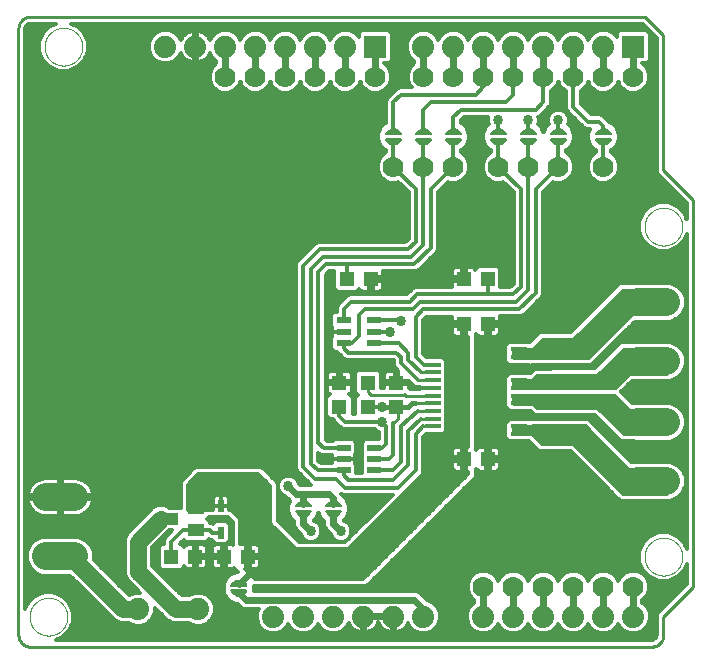
<source format=gtl>
G75*
%MOIN*%
%OFA0B0*%
%FSLAX25Y25*%
%IPPOS*%
%LPD*%
%AMOC8*
5,1,8,0,0,1.08239X$1,22.5*
%
%ADD10C,0.01000*%
%ADD11C,0.00000*%
%ADD12C,0.07400*%
%ADD13R,0.07400X0.07400*%
%ADD14C,0.09370*%
%ADD15R,0.04724X0.02165*%
%ADD16R,0.05118X0.04724*%
%ADD17R,0.05512X0.03937*%
%ADD18R,0.02362X0.03937*%
%ADD19R,0.04724X0.05118*%
%ADD20R,0.01000X0.01000*%
%ADD21C,0.00500*%
%ADD22R,0.05500X0.01370*%
%ADD23C,0.02400*%
%ADD24C,0.03377*%
%ADD25C,0.01200*%
%ADD26C,0.03377*%
%ADD27C,0.07000*%
%ADD28C,0.01600*%
%ADD29C,0.05600*%
D10*
X0005537Y0010800D02*
X0212663Y0010800D01*
X0212787Y0010802D01*
X0212910Y0010808D01*
X0213034Y0010817D01*
X0213156Y0010831D01*
X0213279Y0010848D01*
X0213401Y0010870D01*
X0213522Y0010895D01*
X0213642Y0010924D01*
X0213761Y0010956D01*
X0213880Y0010993D01*
X0213997Y0011033D01*
X0214112Y0011076D01*
X0214227Y0011124D01*
X0214339Y0011175D01*
X0214450Y0011229D01*
X0214560Y0011287D01*
X0214667Y0011348D01*
X0214773Y0011413D01*
X0214876Y0011481D01*
X0214977Y0011552D01*
X0215076Y0011626D01*
X0215173Y0011703D01*
X0215267Y0011784D01*
X0215358Y0011867D01*
X0215447Y0011953D01*
X0215533Y0012042D01*
X0215616Y0012133D01*
X0215697Y0012227D01*
X0215774Y0012324D01*
X0215848Y0012423D01*
X0215919Y0012524D01*
X0215987Y0012627D01*
X0216052Y0012733D01*
X0216113Y0012840D01*
X0216171Y0012950D01*
X0216225Y0013061D01*
X0216276Y0013173D01*
X0216324Y0013288D01*
X0216367Y0013403D01*
X0216407Y0013520D01*
X0216444Y0013639D01*
X0216476Y0013758D01*
X0216505Y0013878D01*
X0216530Y0013999D01*
X0216552Y0014121D01*
X0216569Y0014244D01*
X0216583Y0014366D01*
X0216592Y0014490D01*
X0216598Y0014613D01*
X0216600Y0014737D01*
X0216600Y0020800D01*
X0226600Y0030800D01*
X0226600Y0159800D01*
X0216600Y0169800D01*
X0216600Y0214800D01*
X0210600Y0220800D01*
X0005537Y0220800D01*
X0005413Y0220798D01*
X0005290Y0220792D01*
X0005166Y0220783D01*
X0005044Y0220769D01*
X0004921Y0220752D01*
X0004799Y0220730D01*
X0004678Y0220705D01*
X0004558Y0220676D01*
X0004439Y0220644D01*
X0004320Y0220607D01*
X0004203Y0220567D01*
X0004088Y0220524D01*
X0003973Y0220476D01*
X0003861Y0220425D01*
X0003750Y0220371D01*
X0003640Y0220313D01*
X0003533Y0220252D01*
X0003427Y0220187D01*
X0003324Y0220119D01*
X0003223Y0220048D01*
X0003124Y0219974D01*
X0003027Y0219897D01*
X0002933Y0219816D01*
X0002842Y0219733D01*
X0002753Y0219647D01*
X0002667Y0219558D01*
X0002584Y0219467D01*
X0002503Y0219373D01*
X0002426Y0219276D01*
X0002352Y0219177D01*
X0002281Y0219076D01*
X0002213Y0218973D01*
X0002148Y0218867D01*
X0002087Y0218760D01*
X0002029Y0218650D01*
X0001975Y0218539D01*
X0001924Y0218427D01*
X0001876Y0218312D01*
X0001833Y0218197D01*
X0001793Y0218080D01*
X0001756Y0217961D01*
X0001724Y0217842D01*
X0001695Y0217722D01*
X0001670Y0217601D01*
X0001648Y0217479D01*
X0001631Y0217356D01*
X0001617Y0217234D01*
X0001608Y0217110D01*
X0001602Y0216987D01*
X0001600Y0216863D01*
X0001600Y0014737D01*
X0001602Y0014613D01*
X0001608Y0014490D01*
X0001617Y0014366D01*
X0001631Y0014244D01*
X0001648Y0014121D01*
X0001670Y0013999D01*
X0001695Y0013878D01*
X0001724Y0013758D01*
X0001756Y0013639D01*
X0001793Y0013520D01*
X0001833Y0013403D01*
X0001876Y0013288D01*
X0001924Y0013173D01*
X0001975Y0013061D01*
X0002029Y0012950D01*
X0002087Y0012840D01*
X0002148Y0012733D01*
X0002213Y0012627D01*
X0002281Y0012524D01*
X0002352Y0012423D01*
X0002426Y0012324D01*
X0002503Y0012227D01*
X0002584Y0012133D01*
X0002667Y0012042D01*
X0002753Y0011953D01*
X0002842Y0011867D01*
X0002933Y0011784D01*
X0003027Y0011703D01*
X0003124Y0011626D01*
X0003223Y0011552D01*
X0003324Y0011481D01*
X0003427Y0011413D01*
X0003533Y0011348D01*
X0003640Y0011287D01*
X0003750Y0011229D01*
X0003861Y0011175D01*
X0003973Y0011124D01*
X0004088Y0011076D01*
X0004203Y0011033D01*
X0004320Y0010993D01*
X0004439Y0010956D01*
X0004558Y0010924D01*
X0004678Y0010895D01*
X0004799Y0010870D01*
X0004921Y0010848D01*
X0005044Y0010831D01*
X0005166Y0010817D01*
X0005290Y0010808D01*
X0005413Y0010802D01*
X0005537Y0010800D01*
X0109981Y0119540D02*
X0110100Y0119659D01*
X0128860Y0119540D02*
X0129100Y0119300D01*
X0136643Y0104757D02*
X0139706Y0104757D01*
X0139706Y0102198D02*
X0135702Y0102198D01*
X0134761Y0099639D02*
X0139706Y0099639D01*
X0139706Y0094520D02*
X0130880Y0094520D01*
X0130600Y0094800D02*
X0119100Y0094800D01*
X0118100Y0095800D01*
X0118100Y0098800D01*
X0127600Y0090800D02*
X0128100Y0090300D01*
X0128100Y0086800D01*
X0126600Y0085300D01*
X0122850Y0085550D02*
X0122850Y0085800D01*
X0133761Y0091961D02*
X0139706Y0091961D01*
X0139706Y0089402D02*
X0134702Y0089402D01*
X0135643Y0086843D02*
X0139706Y0086843D01*
X0139706Y0084284D02*
X0136584Y0084284D01*
X0161600Y0085800D02*
X0161600Y0090800D01*
X0164044Y0090800D01*
X0164044Y0090572D01*
X0165040Y0089576D01*
X0171948Y0089576D01*
X0171971Y0089600D01*
X0172189Y0089600D01*
X0173689Y0088100D01*
X0179100Y0088100D01*
X0179100Y0086750D01*
X0173761Y0086750D01*
X0171939Y0086750D01*
X0171858Y0086669D01*
X0165040Y0086669D01*
X0164170Y0085800D01*
X0161600Y0085800D01*
X0161600Y0086687D02*
X0171876Y0086687D01*
X0173105Y0088684D02*
X0161600Y0088684D01*
X0161600Y0089682D02*
X0164934Y0089682D01*
X0164044Y0090681D02*
X0161600Y0090681D01*
X0161600Y0087685D02*
X0179100Y0087685D01*
X0176600Y0084425D02*
X0166350Y0084425D01*
X0166350Y0081550D01*
X0176600Y0081550D01*
X0176600Y0084425D01*
X0176600Y0083691D02*
X0166350Y0083691D01*
X0166350Y0082693D02*
X0176600Y0082693D01*
X0176600Y0081694D02*
X0166350Y0081694D01*
X0172850Y0081694D02*
X0193206Y0081694D01*
X0194204Y0080696D02*
X0173704Y0080696D01*
X0172850Y0081550D02*
X0176100Y0078300D01*
X0186600Y0078300D01*
X0203100Y0061800D01*
X0217600Y0061800D01*
X0219100Y0063300D01*
X0219100Y0068300D01*
X0217350Y0070050D01*
X0204850Y0070050D01*
X0190350Y0084550D01*
X0172850Y0084550D01*
X0172850Y0081550D01*
X0172850Y0082693D02*
X0192207Y0082693D01*
X0191209Y0083691D02*
X0172850Y0083691D01*
X0174703Y0079697D02*
X0195203Y0079697D01*
X0196201Y0078699D02*
X0175701Y0078699D01*
X0174600Y0090300D02*
X0172850Y0092050D01*
X0172850Y0094800D01*
X0200100Y0094800D01*
X0205100Y0089800D01*
X0217600Y0089800D01*
X0219100Y0088300D01*
X0219100Y0083300D01*
X0217350Y0081550D01*
X0203350Y0081550D01*
X0194600Y0090300D01*
X0174600Y0090300D01*
X0174219Y0090681D02*
X0204219Y0090681D01*
X0203221Y0091679D02*
X0173221Y0091679D01*
X0172850Y0092678D02*
X0202222Y0092678D01*
X0201224Y0093676D02*
X0172850Y0093676D01*
X0172850Y0094675D02*
X0200225Y0094675D01*
X0200300Y0097000D02*
X0172850Y0097000D01*
X0172850Y0099800D01*
X0174350Y0101300D01*
X0194600Y0101300D01*
X0203350Y0110050D01*
X0217350Y0110050D01*
X0219100Y0108300D01*
X0219100Y0103300D01*
X0217600Y0101800D01*
X0205100Y0101800D01*
X0200300Y0097000D01*
X0200970Y0097670D02*
X0172850Y0097670D01*
X0172850Y0098669D02*
X0201969Y0098669D01*
X0202968Y0099668D02*
X0172850Y0099668D01*
X0173716Y0100666D02*
X0203966Y0100666D01*
X0204965Y0101665D02*
X0194965Y0101665D01*
X0195963Y0102663D02*
X0218463Y0102663D01*
X0219100Y0103662D02*
X0196962Y0103662D01*
X0197960Y0104660D02*
X0219100Y0104660D01*
X0219100Y0105659D02*
X0198959Y0105659D01*
X0199957Y0106657D02*
X0219100Y0106657D01*
X0219100Y0107656D02*
X0200956Y0107656D01*
X0201954Y0108654D02*
X0218746Y0108654D01*
X0217747Y0109653D02*
X0202953Y0109653D01*
X0198197Y0113647D02*
X0186947Y0113647D01*
X0186600Y0113300D02*
X0203100Y0129800D01*
X0217600Y0129800D01*
X0219100Y0128300D01*
X0219100Y0123300D01*
X0217350Y0121550D01*
X0206100Y0121550D01*
X0191600Y0107050D01*
X0172850Y0107050D01*
X0172850Y0109800D01*
X0176350Y0113300D01*
X0186600Y0113300D01*
X0187945Y0114645D02*
X0199195Y0114645D01*
X0200194Y0115644D02*
X0188944Y0115644D01*
X0189942Y0116642D02*
X0201192Y0116642D01*
X0202191Y0117641D02*
X0190941Y0117641D01*
X0191939Y0118639D02*
X0203189Y0118639D01*
X0204188Y0119638D02*
X0192938Y0119638D01*
X0193936Y0120636D02*
X0205186Y0120636D01*
X0199927Y0126627D02*
X0219100Y0126627D01*
X0219100Y0125629D02*
X0198929Y0125629D01*
X0197930Y0124630D02*
X0219100Y0124630D01*
X0219100Y0123632D02*
X0196932Y0123632D01*
X0195933Y0122633D02*
X0218433Y0122633D01*
X0217435Y0121635D02*
X0194935Y0121635D01*
X0200926Y0127626D02*
X0219100Y0127626D01*
X0218776Y0128624D02*
X0201924Y0128624D01*
X0202923Y0129623D02*
X0217777Y0129623D01*
X0197198Y0112648D02*
X0175698Y0112648D01*
X0174700Y0111650D02*
X0196200Y0111650D01*
X0195201Y0110651D02*
X0173701Y0110651D01*
X0172850Y0109653D02*
X0194203Y0109653D01*
X0193204Y0108654D02*
X0172850Y0108654D01*
X0172850Y0107656D02*
X0192206Y0107656D01*
X0179100Y0104850D02*
X0179100Y0103500D01*
X0173439Y0103500D01*
X0171955Y0102016D01*
X0171948Y0102024D01*
X0165040Y0102024D01*
X0164044Y0101028D01*
X0164044Y0100800D01*
X0161600Y0100800D01*
X0161600Y0105800D01*
X0164170Y0105800D01*
X0165040Y0104931D01*
X0171858Y0104931D01*
X0171939Y0104850D01*
X0179100Y0104850D01*
X0179100Y0104660D02*
X0161600Y0104660D01*
X0161600Y0103662D02*
X0179100Y0103662D01*
X0176600Y0099800D02*
X0166350Y0099800D01*
X0166350Y0097000D01*
X0176600Y0097000D01*
X0176600Y0099800D01*
X0176600Y0099668D02*
X0166350Y0099668D01*
X0166350Y0098669D02*
X0176600Y0098669D01*
X0176600Y0097670D02*
X0166350Y0097670D01*
X0164680Y0101665D02*
X0161600Y0101665D01*
X0161600Y0102663D02*
X0172602Y0102663D01*
X0176600Y0107175D02*
X0166350Y0107175D01*
X0166350Y0110050D01*
X0176600Y0110050D01*
X0176600Y0107175D01*
X0176600Y0107656D02*
X0166350Y0107656D01*
X0166350Y0108654D02*
X0176600Y0108654D01*
X0176600Y0109653D02*
X0166350Y0109653D01*
X0164312Y0105659D02*
X0161600Y0105659D01*
X0166350Y0094694D02*
X0171948Y0094694D01*
X0172053Y0094800D01*
X0176600Y0094800D01*
X0176600Y0091800D01*
X0166350Y0091800D01*
X0166350Y0094694D01*
X0166350Y0094675D02*
X0176600Y0094675D01*
X0176600Y0093676D02*
X0166350Y0093676D01*
X0166350Y0092678D02*
X0176600Y0092678D01*
X0187200Y0077700D02*
X0197200Y0077700D01*
X0198198Y0076702D02*
X0188198Y0076702D01*
X0189197Y0075703D02*
X0199197Y0075703D01*
X0200195Y0074705D02*
X0190195Y0074705D01*
X0191194Y0073706D02*
X0201194Y0073706D01*
X0202192Y0072708D02*
X0192192Y0072708D01*
X0193191Y0071709D02*
X0203191Y0071709D01*
X0204189Y0070711D02*
X0194189Y0070711D01*
X0195188Y0069712D02*
X0217688Y0069712D01*
X0218686Y0068714D02*
X0196186Y0068714D01*
X0197185Y0067715D02*
X0219100Y0067715D01*
X0219100Y0066717D02*
X0198183Y0066717D01*
X0199182Y0065718D02*
X0219100Y0065718D01*
X0219100Y0064720D02*
X0200180Y0064720D01*
X0201179Y0063721D02*
X0219100Y0063721D01*
X0218523Y0062723D02*
X0202177Y0062723D01*
X0203206Y0081694D02*
X0217494Y0081694D01*
X0218493Y0082693D02*
X0202207Y0082693D01*
X0201209Y0083691D02*
X0219100Y0083691D01*
X0219100Y0084690D02*
X0200210Y0084690D01*
X0199212Y0085688D02*
X0219100Y0085688D01*
X0219100Y0086687D02*
X0198213Y0086687D01*
X0197215Y0087685D02*
X0219100Y0087685D01*
X0218716Y0088684D02*
X0196216Y0088684D01*
X0195218Y0089682D02*
X0217718Y0089682D01*
D11*
X0210301Y0040800D02*
X0210303Y0040958D01*
X0210309Y0041116D01*
X0210319Y0041274D01*
X0210333Y0041432D01*
X0210351Y0041589D01*
X0210372Y0041746D01*
X0210398Y0041902D01*
X0210428Y0042058D01*
X0210461Y0042213D01*
X0210499Y0042366D01*
X0210540Y0042519D01*
X0210585Y0042671D01*
X0210634Y0042822D01*
X0210687Y0042971D01*
X0210743Y0043119D01*
X0210803Y0043265D01*
X0210867Y0043410D01*
X0210935Y0043553D01*
X0211006Y0043695D01*
X0211080Y0043835D01*
X0211158Y0043972D01*
X0211240Y0044108D01*
X0211324Y0044242D01*
X0211413Y0044373D01*
X0211504Y0044502D01*
X0211599Y0044629D01*
X0211696Y0044754D01*
X0211797Y0044876D01*
X0211901Y0044995D01*
X0212008Y0045112D01*
X0212118Y0045226D01*
X0212231Y0045337D01*
X0212346Y0045446D01*
X0212464Y0045551D01*
X0212585Y0045653D01*
X0212708Y0045753D01*
X0212834Y0045849D01*
X0212962Y0045942D01*
X0213092Y0046032D01*
X0213225Y0046118D01*
X0213360Y0046202D01*
X0213496Y0046281D01*
X0213635Y0046358D01*
X0213776Y0046430D01*
X0213918Y0046500D01*
X0214062Y0046565D01*
X0214208Y0046627D01*
X0214355Y0046685D01*
X0214504Y0046740D01*
X0214654Y0046791D01*
X0214805Y0046838D01*
X0214957Y0046881D01*
X0215110Y0046920D01*
X0215265Y0046956D01*
X0215420Y0046987D01*
X0215576Y0047015D01*
X0215732Y0047039D01*
X0215889Y0047059D01*
X0216047Y0047075D01*
X0216204Y0047087D01*
X0216363Y0047095D01*
X0216521Y0047099D01*
X0216679Y0047099D01*
X0216837Y0047095D01*
X0216996Y0047087D01*
X0217153Y0047075D01*
X0217311Y0047059D01*
X0217468Y0047039D01*
X0217624Y0047015D01*
X0217780Y0046987D01*
X0217935Y0046956D01*
X0218090Y0046920D01*
X0218243Y0046881D01*
X0218395Y0046838D01*
X0218546Y0046791D01*
X0218696Y0046740D01*
X0218845Y0046685D01*
X0218992Y0046627D01*
X0219138Y0046565D01*
X0219282Y0046500D01*
X0219424Y0046430D01*
X0219565Y0046358D01*
X0219704Y0046281D01*
X0219840Y0046202D01*
X0219975Y0046118D01*
X0220108Y0046032D01*
X0220238Y0045942D01*
X0220366Y0045849D01*
X0220492Y0045753D01*
X0220615Y0045653D01*
X0220736Y0045551D01*
X0220854Y0045446D01*
X0220969Y0045337D01*
X0221082Y0045226D01*
X0221192Y0045112D01*
X0221299Y0044995D01*
X0221403Y0044876D01*
X0221504Y0044754D01*
X0221601Y0044629D01*
X0221696Y0044502D01*
X0221787Y0044373D01*
X0221876Y0044242D01*
X0221960Y0044108D01*
X0222042Y0043972D01*
X0222120Y0043835D01*
X0222194Y0043695D01*
X0222265Y0043553D01*
X0222333Y0043410D01*
X0222397Y0043265D01*
X0222457Y0043119D01*
X0222513Y0042971D01*
X0222566Y0042822D01*
X0222615Y0042671D01*
X0222660Y0042519D01*
X0222701Y0042366D01*
X0222739Y0042213D01*
X0222772Y0042058D01*
X0222802Y0041902D01*
X0222828Y0041746D01*
X0222849Y0041589D01*
X0222867Y0041432D01*
X0222881Y0041274D01*
X0222891Y0041116D01*
X0222897Y0040958D01*
X0222899Y0040800D01*
X0222897Y0040642D01*
X0222891Y0040484D01*
X0222881Y0040326D01*
X0222867Y0040168D01*
X0222849Y0040011D01*
X0222828Y0039854D01*
X0222802Y0039698D01*
X0222772Y0039542D01*
X0222739Y0039387D01*
X0222701Y0039234D01*
X0222660Y0039081D01*
X0222615Y0038929D01*
X0222566Y0038778D01*
X0222513Y0038629D01*
X0222457Y0038481D01*
X0222397Y0038335D01*
X0222333Y0038190D01*
X0222265Y0038047D01*
X0222194Y0037905D01*
X0222120Y0037765D01*
X0222042Y0037628D01*
X0221960Y0037492D01*
X0221876Y0037358D01*
X0221787Y0037227D01*
X0221696Y0037098D01*
X0221601Y0036971D01*
X0221504Y0036846D01*
X0221403Y0036724D01*
X0221299Y0036605D01*
X0221192Y0036488D01*
X0221082Y0036374D01*
X0220969Y0036263D01*
X0220854Y0036154D01*
X0220736Y0036049D01*
X0220615Y0035947D01*
X0220492Y0035847D01*
X0220366Y0035751D01*
X0220238Y0035658D01*
X0220108Y0035568D01*
X0219975Y0035482D01*
X0219840Y0035398D01*
X0219704Y0035319D01*
X0219565Y0035242D01*
X0219424Y0035170D01*
X0219282Y0035100D01*
X0219138Y0035035D01*
X0218992Y0034973D01*
X0218845Y0034915D01*
X0218696Y0034860D01*
X0218546Y0034809D01*
X0218395Y0034762D01*
X0218243Y0034719D01*
X0218090Y0034680D01*
X0217935Y0034644D01*
X0217780Y0034613D01*
X0217624Y0034585D01*
X0217468Y0034561D01*
X0217311Y0034541D01*
X0217153Y0034525D01*
X0216996Y0034513D01*
X0216837Y0034505D01*
X0216679Y0034501D01*
X0216521Y0034501D01*
X0216363Y0034505D01*
X0216204Y0034513D01*
X0216047Y0034525D01*
X0215889Y0034541D01*
X0215732Y0034561D01*
X0215576Y0034585D01*
X0215420Y0034613D01*
X0215265Y0034644D01*
X0215110Y0034680D01*
X0214957Y0034719D01*
X0214805Y0034762D01*
X0214654Y0034809D01*
X0214504Y0034860D01*
X0214355Y0034915D01*
X0214208Y0034973D01*
X0214062Y0035035D01*
X0213918Y0035100D01*
X0213776Y0035170D01*
X0213635Y0035242D01*
X0213496Y0035319D01*
X0213360Y0035398D01*
X0213225Y0035482D01*
X0213092Y0035568D01*
X0212962Y0035658D01*
X0212834Y0035751D01*
X0212708Y0035847D01*
X0212585Y0035947D01*
X0212464Y0036049D01*
X0212346Y0036154D01*
X0212231Y0036263D01*
X0212118Y0036374D01*
X0212008Y0036488D01*
X0211901Y0036605D01*
X0211797Y0036724D01*
X0211696Y0036846D01*
X0211599Y0036971D01*
X0211504Y0037098D01*
X0211413Y0037227D01*
X0211324Y0037358D01*
X0211240Y0037492D01*
X0211158Y0037628D01*
X0211080Y0037765D01*
X0211006Y0037905D01*
X0210935Y0038047D01*
X0210867Y0038190D01*
X0210803Y0038335D01*
X0210743Y0038481D01*
X0210687Y0038629D01*
X0210634Y0038778D01*
X0210585Y0038929D01*
X0210540Y0039081D01*
X0210499Y0039234D01*
X0210461Y0039387D01*
X0210428Y0039542D01*
X0210398Y0039698D01*
X0210372Y0039854D01*
X0210351Y0040011D01*
X0210333Y0040168D01*
X0210319Y0040326D01*
X0210309Y0040484D01*
X0210303Y0040642D01*
X0210301Y0040800D01*
X0210301Y0150800D02*
X0210303Y0150958D01*
X0210309Y0151116D01*
X0210319Y0151274D01*
X0210333Y0151432D01*
X0210351Y0151589D01*
X0210372Y0151746D01*
X0210398Y0151902D01*
X0210428Y0152058D01*
X0210461Y0152213D01*
X0210499Y0152366D01*
X0210540Y0152519D01*
X0210585Y0152671D01*
X0210634Y0152822D01*
X0210687Y0152971D01*
X0210743Y0153119D01*
X0210803Y0153265D01*
X0210867Y0153410D01*
X0210935Y0153553D01*
X0211006Y0153695D01*
X0211080Y0153835D01*
X0211158Y0153972D01*
X0211240Y0154108D01*
X0211324Y0154242D01*
X0211413Y0154373D01*
X0211504Y0154502D01*
X0211599Y0154629D01*
X0211696Y0154754D01*
X0211797Y0154876D01*
X0211901Y0154995D01*
X0212008Y0155112D01*
X0212118Y0155226D01*
X0212231Y0155337D01*
X0212346Y0155446D01*
X0212464Y0155551D01*
X0212585Y0155653D01*
X0212708Y0155753D01*
X0212834Y0155849D01*
X0212962Y0155942D01*
X0213092Y0156032D01*
X0213225Y0156118D01*
X0213360Y0156202D01*
X0213496Y0156281D01*
X0213635Y0156358D01*
X0213776Y0156430D01*
X0213918Y0156500D01*
X0214062Y0156565D01*
X0214208Y0156627D01*
X0214355Y0156685D01*
X0214504Y0156740D01*
X0214654Y0156791D01*
X0214805Y0156838D01*
X0214957Y0156881D01*
X0215110Y0156920D01*
X0215265Y0156956D01*
X0215420Y0156987D01*
X0215576Y0157015D01*
X0215732Y0157039D01*
X0215889Y0157059D01*
X0216047Y0157075D01*
X0216204Y0157087D01*
X0216363Y0157095D01*
X0216521Y0157099D01*
X0216679Y0157099D01*
X0216837Y0157095D01*
X0216996Y0157087D01*
X0217153Y0157075D01*
X0217311Y0157059D01*
X0217468Y0157039D01*
X0217624Y0157015D01*
X0217780Y0156987D01*
X0217935Y0156956D01*
X0218090Y0156920D01*
X0218243Y0156881D01*
X0218395Y0156838D01*
X0218546Y0156791D01*
X0218696Y0156740D01*
X0218845Y0156685D01*
X0218992Y0156627D01*
X0219138Y0156565D01*
X0219282Y0156500D01*
X0219424Y0156430D01*
X0219565Y0156358D01*
X0219704Y0156281D01*
X0219840Y0156202D01*
X0219975Y0156118D01*
X0220108Y0156032D01*
X0220238Y0155942D01*
X0220366Y0155849D01*
X0220492Y0155753D01*
X0220615Y0155653D01*
X0220736Y0155551D01*
X0220854Y0155446D01*
X0220969Y0155337D01*
X0221082Y0155226D01*
X0221192Y0155112D01*
X0221299Y0154995D01*
X0221403Y0154876D01*
X0221504Y0154754D01*
X0221601Y0154629D01*
X0221696Y0154502D01*
X0221787Y0154373D01*
X0221876Y0154242D01*
X0221960Y0154108D01*
X0222042Y0153972D01*
X0222120Y0153835D01*
X0222194Y0153695D01*
X0222265Y0153553D01*
X0222333Y0153410D01*
X0222397Y0153265D01*
X0222457Y0153119D01*
X0222513Y0152971D01*
X0222566Y0152822D01*
X0222615Y0152671D01*
X0222660Y0152519D01*
X0222701Y0152366D01*
X0222739Y0152213D01*
X0222772Y0152058D01*
X0222802Y0151902D01*
X0222828Y0151746D01*
X0222849Y0151589D01*
X0222867Y0151432D01*
X0222881Y0151274D01*
X0222891Y0151116D01*
X0222897Y0150958D01*
X0222899Y0150800D01*
X0222897Y0150642D01*
X0222891Y0150484D01*
X0222881Y0150326D01*
X0222867Y0150168D01*
X0222849Y0150011D01*
X0222828Y0149854D01*
X0222802Y0149698D01*
X0222772Y0149542D01*
X0222739Y0149387D01*
X0222701Y0149234D01*
X0222660Y0149081D01*
X0222615Y0148929D01*
X0222566Y0148778D01*
X0222513Y0148629D01*
X0222457Y0148481D01*
X0222397Y0148335D01*
X0222333Y0148190D01*
X0222265Y0148047D01*
X0222194Y0147905D01*
X0222120Y0147765D01*
X0222042Y0147628D01*
X0221960Y0147492D01*
X0221876Y0147358D01*
X0221787Y0147227D01*
X0221696Y0147098D01*
X0221601Y0146971D01*
X0221504Y0146846D01*
X0221403Y0146724D01*
X0221299Y0146605D01*
X0221192Y0146488D01*
X0221082Y0146374D01*
X0220969Y0146263D01*
X0220854Y0146154D01*
X0220736Y0146049D01*
X0220615Y0145947D01*
X0220492Y0145847D01*
X0220366Y0145751D01*
X0220238Y0145658D01*
X0220108Y0145568D01*
X0219975Y0145482D01*
X0219840Y0145398D01*
X0219704Y0145319D01*
X0219565Y0145242D01*
X0219424Y0145170D01*
X0219282Y0145100D01*
X0219138Y0145035D01*
X0218992Y0144973D01*
X0218845Y0144915D01*
X0218696Y0144860D01*
X0218546Y0144809D01*
X0218395Y0144762D01*
X0218243Y0144719D01*
X0218090Y0144680D01*
X0217935Y0144644D01*
X0217780Y0144613D01*
X0217624Y0144585D01*
X0217468Y0144561D01*
X0217311Y0144541D01*
X0217153Y0144525D01*
X0216996Y0144513D01*
X0216837Y0144505D01*
X0216679Y0144501D01*
X0216521Y0144501D01*
X0216363Y0144505D01*
X0216204Y0144513D01*
X0216047Y0144525D01*
X0215889Y0144541D01*
X0215732Y0144561D01*
X0215576Y0144585D01*
X0215420Y0144613D01*
X0215265Y0144644D01*
X0215110Y0144680D01*
X0214957Y0144719D01*
X0214805Y0144762D01*
X0214654Y0144809D01*
X0214504Y0144860D01*
X0214355Y0144915D01*
X0214208Y0144973D01*
X0214062Y0145035D01*
X0213918Y0145100D01*
X0213776Y0145170D01*
X0213635Y0145242D01*
X0213496Y0145319D01*
X0213360Y0145398D01*
X0213225Y0145482D01*
X0213092Y0145568D01*
X0212962Y0145658D01*
X0212834Y0145751D01*
X0212708Y0145847D01*
X0212585Y0145947D01*
X0212464Y0146049D01*
X0212346Y0146154D01*
X0212231Y0146263D01*
X0212118Y0146374D01*
X0212008Y0146488D01*
X0211901Y0146605D01*
X0211797Y0146724D01*
X0211696Y0146846D01*
X0211599Y0146971D01*
X0211504Y0147098D01*
X0211413Y0147227D01*
X0211324Y0147358D01*
X0211240Y0147492D01*
X0211158Y0147628D01*
X0211080Y0147765D01*
X0211006Y0147905D01*
X0210935Y0148047D01*
X0210867Y0148190D01*
X0210803Y0148335D01*
X0210743Y0148481D01*
X0210687Y0148629D01*
X0210634Y0148778D01*
X0210585Y0148929D01*
X0210540Y0149081D01*
X0210499Y0149234D01*
X0210461Y0149387D01*
X0210428Y0149542D01*
X0210398Y0149698D01*
X0210372Y0149854D01*
X0210351Y0150011D01*
X0210333Y0150168D01*
X0210319Y0150326D01*
X0210309Y0150484D01*
X0210303Y0150642D01*
X0210301Y0150800D01*
X0010301Y0210800D02*
X0010303Y0210958D01*
X0010309Y0211116D01*
X0010319Y0211274D01*
X0010333Y0211432D01*
X0010351Y0211589D01*
X0010372Y0211746D01*
X0010398Y0211902D01*
X0010428Y0212058D01*
X0010461Y0212213D01*
X0010499Y0212366D01*
X0010540Y0212519D01*
X0010585Y0212671D01*
X0010634Y0212822D01*
X0010687Y0212971D01*
X0010743Y0213119D01*
X0010803Y0213265D01*
X0010867Y0213410D01*
X0010935Y0213553D01*
X0011006Y0213695D01*
X0011080Y0213835D01*
X0011158Y0213972D01*
X0011240Y0214108D01*
X0011324Y0214242D01*
X0011413Y0214373D01*
X0011504Y0214502D01*
X0011599Y0214629D01*
X0011696Y0214754D01*
X0011797Y0214876D01*
X0011901Y0214995D01*
X0012008Y0215112D01*
X0012118Y0215226D01*
X0012231Y0215337D01*
X0012346Y0215446D01*
X0012464Y0215551D01*
X0012585Y0215653D01*
X0012708Y0215753D01*
X0012834Y0215849D01*
X0012962Y0215942D01*
X0013092Y0216032D01*
X0013225Y0216118D01*
X0013360Y0216202D01*
X0013496Y0216281D01*
X0013635Y0216358D01*
X0013776Y0216430D01*
X0013918Y0216500D01*
X0014062Y0216565D01*
X0014208Y0216627D01*
X0014355Y0216685D01*
X0014504Y0216740D01*
X0014654Y0216791D01*
X0014805Y0216838D01*
X0014957Y0216881D01*
X0015110Y0216920D01*
X0015265Y0216956D01*
X0015420Y0216987D01*
X0015576Y0217015D01*
X0015732Y0217039D01*
X0015889Y0217059D01*
X0016047Y0217075D01*
X0016204Y0217087D01*
X0016363Y0217095D01*
X0016521Y0217099D01*
X0016679Y0217099D01*
X0016837Y0217095D01*
X0016996Y0217087D01*
X0017153Y0217075D01*
X0017311Y0217059D01*
X0017468Y0217039D01*
X0017624Y0217015D01*
X0017780Y0216987D01*
X0017935Y0216956D01*
X0018090Y0216920D01*
X0018243Y0216881D01*
X0018395Y0216838D01*
X0018546Y0216791D01*
X0018696Y0216740D01*
X0018845Y0216685D01*
X0018992Y0216627D01*
X0019138Y0216565D01*
X0019282Y0216500D01*
X0019424Y0216430D01*
X0019565Y0216358D01*
X0019704Y0216281D01*
X0019840Y0216202D01*
X0019975Y0216118D01*
X0020108Y0216032D01*
X0020238Y0215942D01*
X0020366Y0215849D01*
X0020492Y0215753D01*
X0020615Y0215653D01*
X0020736Y0215551D01*
X0020854Y0215446D01*
X0020969Y0215337D01*
X0021082Y0215226D01*
X0021192Y0215112D01*
X0021299Y0214995D01*
X0021403Y0214876D01*
X0021504Y0214754D01*
X0021601Y0214629D01*
X0021696Y0214502D01*
X0021787Y0214373D01*
X0021876Y0214242D01*
X0021960Y0214108D01*
X0022042Y0213972D01*
X0022120Y0213835D01*
X0022194Y0213695D01*
X0022265Y0213553D01*
X0022333Y0213410D01*
X0022397Y0213265D01*
X0022457Y0213119D01*
X0022513Y0212971D01*
X0022566Y0212822D01*
X0022615Y0212671D01*
X0022660Y0212519D01*
X0022701Y0212366D01*
X0022739Y0212213D01*
X0022772Y0212058D01*
X0022802Y0211902D01*
X0022828Y0211746D01*
X0022849Y0211589D01*
X0022867Y0211432D01*
X0022881Y0211274D01*
X0022891Y0211116D01*
X0022897Y0210958D01*
X0022899Y0210800D01*
X0022897Y0210642D01*
X0022891Y0210484D01*
X0022881Y0210326D01*
X0022867Y0210168D01*
X0022849Y0210011D01*
X0022828Y0209854D01*
X0022802Y0209698D01*
X0022772Y0209542D01*
X0022739Y0209387D01*
X0022701Y0209234D01*
X0022660Y0209081D01*
X0022615Y0208929D01*
X0022566Y0208778D01*
X0022513Y0208629D01*
X0022457Y0208481D01*
X0022397Y0208335D01*
X0022333Y0208190D01*
X0022265Y0208047D01*
X0022194Y0207905D01*
X0022120Y0207765D01*
X0022042Y0207628D01*
X0021960Y0207492D01*
X0021876Y0207358D01*
X0021787Y0207227D01*
X0021696Y0207098D01*
X0021601Y0206971D01*
X0021504Y0206846D01*
X0021403Y0206724D01*
X0021299Y0206605D01*
X0021192Y0206488D01*
X0021082Y0206374D01*
X0020969Y0206263D01*
X0020854Y0206154D01*
X0020736Y0206049D01*
X0020615Y0205947D01*
X0020492Y0205847D01*
X0020366Y0205751D01*
X0020238Y0205658D01*
X0020108Y0205568D01*
X0019975Y0205482D01*
X0019840Y0205398D01*
X0019704Y0205319D01*
X0019565Y0205242D01*
X0019424Y0205170D01*
X0019282Y0205100D01*
X0019138Y0205035D01*
X0018992Y0204973D01*
X0018845Y0204915D01*
X0018696Y0204860D01*
X0018546Y0204809D01*
X0018395Y0204762D01*
X0018243Y0204719D01*
X0018090Y0204680D01*
X0017935Y0204644D01*
X0017780Y0204613D01*
X0017624Y0204585D01*
X0017468Y0204561D01*
X0017311Y0204541D01*
X0017153Y0204525D01*
X0016996Y0204513D01*
X0016837Y0204505D01*
X0016679Y0204501D01*
X0016521Y0204501D01*
X0016363Y0204505D01*
X0016204Y0204513D01*
X0016047Y0204525D01*
X0015889Y0204541D01*
X0015732Y0204561D01*
X0015576Y0204585D01*
X0015420Y0204613D01*
X0015265Y0204644D01*
X0015110Y0204680D01*
X0014957Y0204719D01*
X0014805Y0204762D01*
X0014654Y0204809D01*
X0014504Y0204860D01*
X0014355Y0204915D01*
X0014208Y0204973D01*
X0014062Y0205035D01*
X0013918Y0205100D01*
X0013776Y0205170D01*
X0013635Y0205242D01*
X0013496Y0205319D01*
X0013360Y0205398D01*
X0013225Y0205482D01*
X0013092Y0205568D01*
X0012962Y0205658D01*
X0012834Y0205751D01*
X0012708Y0205847D01*
X0012585Y0205947D01*
X0012464Y0206049D01*
X0012346Y0206154D01*
X0012231Y0206263D01*
X0012118Y0206374D01*
X0012008Y0206488D01*
X0011901Y0206605D01*
X0011797Y0206724D01*
X0011696Y0206846D01*
X0011599Y0206971D01*
X0011504Y0207098D01*
X0011413Y0207227D01*
X0011324Y0207358D01*
X0011240Y0207492D01*
X0011158Y0207628D01*
X0011080Y0207765D01*
X0011006Y0207905D01*
X0010935Y0208047D01*
X0010867Y0208190D01*
X0010803Y0208335D01*
X0010743Y0208481D01*
X0010687Y0208629D01*
X0010634Y0208778D01*
X0010585Y0208929D01*
X0010540Y0209081D01*
X0010499Y0209234D01*
X0010461Y0209387D01*
X0010428Y0209542D01*
X0010398Y0209698D01*
X0010372Y0209854D01*
X0010351Y0210011D01*
X0010333Y0210168D01*
X0010319Y0210326D01*
X0010309Y0210484D01*
X0010303Y0210642D01*
X0010301Y0210800D01*
X0005301Y0020800D02*
X0005303Y0020958D01*
X0005309Y0021116D01*
X0005319Y0021274D01*
X0005333Y0021432D01*
X0005351Y0021589D01*
X0005372Y0021746D01*
X0005398Y0021902D01*
X0005428Y0022058D01*
X0005461Y0022213D01*
X0005499Y0022366D01*
X0005540Y0022519D01*
X0005585Y0022671D01*
X0005634Y0022822D01*
X0005687Y0022971D01*
X0005743Y0023119D01*
X0005803Y0023265D01*
X0005867Y0023410D01*
X0005935Y0023553D01*
X0006006Y0023695D01*
X0006080Y0023835D01*
X0006158Y0023972D01*
X0006240Y0024108D01*
X0006324Y0024242D01*
X0006413Y0024373D01*
X0006504Y0024502D01*
X0006599Y0024629D01*
X0006696Y0024754D01*
X0006797Y0024876D01*
X0006901Y0024995D01*
X0007008Y0025112D01*
X0007118Y0025226D01*
X0007231Y0025337D01*
X0007346Y0025446D01*
X0007464Y0025551D01*
X0007585Y0025653D01*
X0007708Y0025753D01*
X0007834Y0025849D01*
X0007962Y0025942D01*
X0008092Y0026032D01*
X0008225Y0026118D01*
X0008360Y0026202D01*
X0008496Y0026281D01*
X0008635Y0026358D01*
X0008776Y0026430D01*
X0008918Y0026500D01*
X0009062Y0026565D01*
X0009208Y0026627D01*
X0009355Y0026685D01*
X0009504Y0026740D01*
X0009654Y0026791D01*
X0009805Y0026838D01*
X0009957Y0026881D01*
X0010110Y0026920D01*
X0010265Y0026956D01*
X0010420Y0026987D01*
X0010576Y0027015D01*
X0010732Y0027039D01*
X0010889Y0027059D01*
X0011047Y0027075D01*
X0011204Y0027087D01*
X0011363Y0027095D01*
X0011521Y0027099D01*
X0011679Y0027099D01*
X0011837Y0027095D01*
X0011996Y0027087D01*
X0012153Y0027075D01*
X0012311Y0027059D01*
X0012468Y0027039D01*
X0012624Y0027015D01*
X0012780Y0026987D01*
X0012935Y0026956D01*
X0013090Y0026920D01*
X0013243Y0026881D01*
X0013395Y0026838D01*
X0013546Y0026791D01*
X0013696Y0026740D01*
X0013845Y0026685D01*
X0013992Y0026627D01*
X0014138Y0026565D01*
X0014282Y0026500D01*
X0014424Y0026430D01*
X0014565Y0026358D01*
X0014704Y0026281D01*
X0014840Y0026202D01*
X0014975Y0026118D01*
X0015108Y0026032D01*
X0015238Y0025942D01*
X0015366Y0025849D01*
X0015492Y0025753D01*
X0015615Y0025653D01*
X0015736Y0025551D01*
X0015854Y0025446D01*
X0015969Y0025337D01*
X0016082Y0025226D01*
X0016192Y0025112D01*
X0016299Y0024995D01*
X0016403Y0024876D01*
X0016504Y0024754D01*
X0016601Y0024629D01*
X0016696Y0024502D01*
X0016787Y0024373D01*
X0016876Y0024242D01*
X0016960Y0024108D01*
X0017042Y0023972D01*
X0017120Y0023835D01*
X0017194Y0023695D01*
X0017265Y0023553D01*
X0017333Y0023410D01*
X0017397Y0023265D01*
X0017457Y0023119D01*
X0017513Y0022971D01*
X0017566Y0022822D01*
X0017615Y0022671D01*
X0017660Y0022519D01*
X0017701Y0022366D01*
X0017739Y0022213D01*
X0017772Y0022058D01*
X0017802Y0021902D01*
X0017828Y0021746D01*
X0017849Y0021589D01*
X0017867Y0021432D01*
X0017881Y0021274D01*
X0017891Y0021116D01*
X0017897Y0020958D01*
X0017899Y0020800D01*
X0017897Y0020642D01*
X0017891Y0020484D01*
X0017881Y0020326D01*
X0017867Y0020168D01*
X0017849Y0020011D01*
X0017828Y0019854D01*
X0017802Y0019698D01*
X0017772Y0019542D01*
X0017739Y0019387D01*
X0017701Y0019234D01*
X0017660Y0019081D01*
X0017615Y0018929D01*
X0017566Y0018778D01*
X0017513Y0018629D01*
X0017457Y0018481D01*
X0017397Y0018335D01*
X0017333Y0018190D01*
X0017265Y0018047D01*
X0017194Y0017905D01*
X0017120Y0017765D01*
X0017042Y0017628D01*
X0016960Y0017492D01*
X0016876Y0017358D01*
X0016787Y0017227D01*
X0016696Y0017098D01*
X0016601Y0016971D01*
X0016504Y0016846D01*
X0016403Y0016724D01*
X0016299Y0016605D01*
X0016192Y0016488D01*
X0016082Y0016374D01*
X0015969Y0016263D01*
X0015854Y0016154D01*
X0015736Y0016049D01*
X0015615Y0015947D01*
X0015492Y0015847D01*
X0015366Y0015751D01*
X0015238Y0015658D01*
X0015108Y0015568D01*
X0014975Y0015482D01*
X0014840Y0015398D01*
X0014704Y0015319D01*
X0014565Y0015242D01*
X0014424Y0015170D01*
X0014282Y0015100D01*
X0014138Y0015035D01*
X0013992Y0014973D01*
X0013845Y0014915D01*
X0013696Y0014860D01*
X0013546Y0014809D01*
X0013395Y0014762D01*
X0013243Y0014719D01*
X0013090Y0014680D01*
X0012935Y0014644D01*
X0012780Y0014613D01*
X0012624Y0014585D01*
X0012468Y0014561D01*
X0012311Y0014541D01*
X0012153Y0014525D01*
X0011996Y0014513D01*
X0011837Y0014505D01*
X0011679Y0014501D01*
X0011521Y0014501D01*
X0011363Y0014505D01*
X0011204Y0014513D01*
X0011047Y0014525D01*
X0010889Y0014541D01*
X0010732Y0014561D01*
X0010576Y0014585D01*
X0010420Y0014613D01*
X0010265Y0014644D01*
X0010110Y0014680D01*
X0009957Y0014719D01*
X0009805Y0014762D01*
X0009654Y0014809D01*
X0009504Y0014860D01*
X0009355Y0014915D01*
X0009208Y0014973D01*
X0009062Y0015035D01*
X0008918Y0015100D01*
X0008776Y0015170D01*
X0008635Y0015242D01*
X0008496Y0015319D01*
X0008360Y0015398D01*
X0008225Y0015482D01*
X0008092Y0015568D01*
X0007962Y0015658D01*
X0007834Y0015751D01*
X0007708Y0015847D01*
X0007585Y0015947D01*
X0007464Y0016049D01*
X0007346Y0016154D01*
X0007231Y0016263D01*
X0007118Y0016374D01*
X0007008Y0016488D01*
X0006901Y0016605D01*
X0006797Y0016724D01*
X0006696Y0016846D01*
X0006599Y0016971D01*
X0006504Y0017098D01*
X0006413Y0017227D01*
X0006324Y0017358D01*
X0006240Y0017492D01*
X0006158Y0017628D01*
X0006080Y0017765D01*
X0006006Y0017905D01*
X0005935Y0018047D01*
X0005867Y0018190D01*
X0005803Y0018335D01*
X0005743Y0018481D01*
X0005687Y0018629D01*
X0005634Y0018778D01*
X0005585Y0018929D01*
X0005540Y0019081D01*
X0005499Y0019234D01*
X0005461Y0019387D01*
X0005428Y0019542D01*
X0005398Y0019698D01*
X0005372Y0019854D01*
X0005351Y0020011D01*
X0005333Y0020168D01*
X0005319Y0020326D01*
X0005309Y0020484D01*
X0005303Y0020642D01*
X0005301Y0020800D01*
D12*
X0041600Y0023300D03*
X0061600Y0023300D03*
X0086600Y0020800D03*
X0096600Y0020800D03*
X0106600Y0020800D03*
X0116600Y0020800D03*
X0126600Y0020800D03*
X0136600Y0020800D03*
X0156600Y0020800D03*
X0166600Y0020800D03*
X0176600Y0020800D03*
X0186600Y0020800D03*
X0196600Y0020800D03*
X0206600Y0020800D03*
X0196600Y0210800D03*
X0186600Y0210800D03*
X0176600Y0210800D03*
X0166600Y0210800D03*
X0156600Y0210800D03*
X0146600Y0210800D03*
X0136600Y0210800D03*
X0110600Y0210800D03*
X0100600Y0210800D03*
X0090600Y0210800D03*
X0080600Y0210800D03*
X0070600Y0210800D03*
X0060600Y0210800D03*
X0050600Y0210800D03*
D13*
X0120600Y0210800D03*
X0206600Y0210800D03*
D14*
X0208187Y0125643D02*
X0217557Y0125643D01*
X0217557Y0105957D02*
X0208187Y0105957D01*
X0208187Y0085643D02*
X0217557Y0085643D01*
X0217557Y0065957D02*
X0208187Y0065957D01*
X0020263Y0060643D02*
X0010893Y0060643D01*
X0010893Y0040957D02*
X0020263Y0040957D01*
D15*
X0109981Y0069560D03*
X0109981Y0073300D03*
X0109981Y0077040D03*
X0120219Y0077040D03*
X0120219Y0073300D03*
X0120219Y0069560D03*
X0120219Y0112060D03*
X0120219Y0115800D03*
X0120219Y0119540D03*
X0109981Y0119540D03*
X0109981Y0115800D03*
X0109981Y0112060D03*
D16*
X0108600Y0098800D03*
X0108600Y0090800D03*
X0118100Y0090800D03*
X0118100Y0098800D03*
X0127600Y0098800D03*
X0127600Y0090800D03*
D17*
X0060931Y0057040D03*
X0060931Y0049560D03*
X0052269Y0053300D03*
D18*
X0069100Y0048800D03*
X0069100Y0057800D03*
D19*
X0070100Y0040800D03*
X0078100Y0040800D03*
X0060600Y0040800D03*
X0052600Y0040800D03*
X0111100Y0133300D03*
X0119100Y0133300D03*
X0150100Y0133300D03*
X0158100Y0133300D03*
X0158100Y0118300D03*
X0150100Y0118300D03*
X0150100Y0073300D03*
X0158100Y0073300D03*
D20*
X0106600Y0058300D03*
X0106600Y0055300D03*
X0096600Y0055300D03*
X0096600Y0058300D03*
X0075100Y0031800D03*
X0075100Y0028800D03*
X0126600Y0179300D03*
X0126600Y0182300D03*
X0136600Y0182300D03*
X0136600Y0179300D03*
X0146600Y0179300D03*
X0146600Y0182300D03*
X0161600Y0182300D03*
X0161600Y0179300D03*
X0171600Y0179300D03*
X0171600Y0182300D03*
X0181600Y0182300D03*
X0181600Y0179300D03*
X0196600Y0179300D03*
X0196600Y0182300D03*
D21*
X0196600Y0183312D02*
X0196061Y0183256D01*
X0195544Y0183093D01*
X0195071Y0182827D01*
X0194662Y0182471D01*
X0194334Y0182039D01*
X0194100Y0181550D01*
X0199100Y0181550D01*
X0198866Y0182039D01*
X0198538Y0182471D01*
X0198129Y0182827D01*
X0197656Y0183093D01*
X0197139Y0183256D01*
X0196600Y0183312D01*
X0196338Y0183285D02*
X0196862Y0183285D01*
X0198176Y0182786D02*
X0195024Y0182786D01*
X0194522Y0182288D02*
X0198677Y0182288D01*
X0198986Y0181789D02*
X0194214Y0181789D01*
X0194100Y0180050D02*
X0194327Y0179552D01*
X0194652Y0179112D01*
X0195060Y0178748D01*
X0195535Y0178477D01*
X0196056Y0178309D01*
X0196600Y0178252D01*
X0197144Y0178309D01*
X0197665Y0178477D01*
X0198140Y0178748D01*
X0198548Y0179112D01*
X0198873Y0179552D01*
X0199100Y0180050D01*
X0194100Y0180050D01*
X0194216Y0179795D02*
X0198984Y0179795D01*
X0198685Y0179297D02*
X0194515Y0179297D01*
X0195004Y0178798D02*
X0198196Y0178798D01*
X0197057Y0178300D02*
X0196143Y0178300D01*
X0184100Y0180050D02*
X0183873Y0179552D01*
X0183548Y0179112D01*
X0183140Y0178748D01*
X0182665Y0178477D01*
X0182144Y0178309D01*
X0181600Y0178252D01*
X0181056Y0178309D01*
X0180535Y0178477D01*
X0180060Y0178748D01*
X0179652Y0179112D01*
X0179327Y0179552D01*
X0179100Y0180050D01*
X0184100Y0180050D01*
X0183984Y0179795D02*
X0179216Y0179795D01*
X0179515Y0179297D02*
X0183685Y0179297D01*
X0183196Y0178798D02*
X0180004Y0178798D01*
X0181143Y0178300D02*
X0182057Y0178300D01*
X0184100Y0181550D02*
X0179100Y0181550D01*
X0179334Y0182039D01*
X0179662Y0182471D01*
X0180071Y0182827D01*
X0180544Y0183093D01*
X0181061Y0183256D01*
X0181600Y0183312D01*
X0182139Y0183256D01*
X0182656Y0183093D01*
X0183129Y0182827D01*
X0183538Y0182471D01*
X0183866Y0182039D01*
X0184100Y0181550D01*
X0183986Y0181789D02*
X0179214Y0181789D01*
X0179522Y0182288D02*
X0183677Y0182288D01*
X0183176Y0182786D02*
X0180024Y0182786D01*
X0181338Y0183285D02*
X0181862Y0183285D01*
X0174100Y0181550D02*
X0173866Y0182039D01*
X0173538Y0182471D01*
X0173129Y0182827D01*
X0172656Y0183093D01*
X0172139Y0183256D01*
X0171600Y0183312D01*
X0171061Y0183256D01*
X0170544Y0183093D01*
X0170071Y0182827D01*
X0169662Y0182471D01*
X0169334Y0182039D01*
X0169100Y0181550D01*
X0174100Y0181550D01*
X0173986Y0181789D02*
X0169214Y0181789D01*
X0169522Y0182288D02*
X0173677Y0182288D01*
X0173176Y0182786D02*
X0170024Y0182786D01*
X0171338Y0183285D02*
X0171862Y0183285D01*
X0174100Y0180050D02*
X0169100Y0180050D01*
X0169327Y0179552D01*
X0169652Y0179112D01*
X0170060Y0178748D01*
X0170535Y0178477D01*
X0171056Y0178309D01*
X0171600Y0178252D01*
X0172144Y0178309D01*
X0172665Y0178477D01*
X0173140Y0178748D01*
X0173548Y0179112D01*
X0173873Y0179552D01*
X0174100Y0180050D01*
X0173984Y0179795D02*
X0169216Y0179795D01*
X0169515Y0179297D02*
X0173685Y0179297D01*
X0173196Y0178798D02*
X0170004Y0178798D01*
X0171143Y0178300D02*
X0172057Y0178300D01*
X0164100Y0180050D02*
X0163873Y0179552D01*
X0163548Y0179112D01*
X0163140Y0178748D01*
X0162665Y0178477D01*
X0162144Y0178309D01*
X0161600Y0178252D01*
X0161056Y0178309D01*
X0160535Y0178477D01*
X0160060Y0178748D01*
X0159652Y0179112D01*
X0159327Y0179552D01*
X0159100Y0180050D01*
X0164100Y0180050D01*
X0163984Y0179795D02*
X0159216Y0179795D01*
X0159515Y0179297D02*
X0163685Y0179297D01*
X0163196Y0178798D02*
X0160004Y0178798D01*
X0161143Y0178300D02*
X0162057Y0178300D01*
X0164100Y0181550D02*
X0159100Y0181550D01*
X0159334Y0182039D01*
X0159662Y0182471D01*
X0160071Y0182827D01*
X0160544Y0183093D01*
X0161061Y0183256D01*
X0161600Y0183312D01*
X0162139Y0183256D01*
X0162656Y0183093D01*
X0163129Y0182827D01*
X0163538Y0182471D01*
X0163866Y0182039D01*
X0164100Y0181550D01*
X0163986Y0181789D02*
X0159214Y0181789D01*
X0159522Y0182288D02*
X0163677Y0182288D01*
X0163176Y0182786D02*
X0160024Y0182786D01*
X0161338Y0183285D02*
X0161862Y0183285D01*
X0149100Y0181550D02*
X0148866Y0182039D01*
X0148538Y0182471D01*
X0148129Y0182827D01*
X0147656Y0183093D01*
X0147139Y0183256D01*
X0146600Y0183312D01*
X0146061Y0183256D01*
X0145544Y0183093D01*
X0145071Y0182827D01*
X0144662Y0182471D01*
X0144334Y0182039D01*
X0144100Y0181550D01*
X0149100Y0181550D01*
X0148986Y0181789D02*
X0144214Y0181789D01*
X0144522Y0182288D02*
X0148677Y0182288D01*
X0148176Y0182786D02*
X0145024Y0182786D01*
X0146338Y0183285D02*
X0146862Y0183285D01*
X0149100Y0180050D02*
X0144100Y0180050D01*
X0144327Y0179552D01*
X0144652Y0179112D01*
X0145060Y0178748D01*
X0145535Y0178477D01*
X0146056Y0178309D01*
X0146600Y0178252D01*
X0147144Y0178309D01*
X0147665Y0178477D01*
X0148140Y0178748D01*
X0148548Y0179112D01*
X0148873Y0179552D01*
X0149100Y0180050D01*
X0148984Y0179795D02*
X0144216Y0179795D01*
X0144515Y0179297D02*
X0148685Y0179297D01*
X0148196Y0178798D02*
X0145004Y0178798D01*
X0146143Y0178300D02*
X0147057Y0178300D01*
X0139100Y0180050D02*
X0138873Y0179552D01*
X0138548Y0179112D01*
X0138140Y0178748D01*
X0137665Y0178477D01*
X0137144Y0178309D01*
X0136600Y0178252D01*
X0136056Y0178309D01*
X0135535Y0178477D01*
X0135060Y0178748D01*
X0134652Y0179112D01*
X0134327Y0179552D01*
X0134100Y0180050D01*
X0139100Y0180050D01*
X0138984Y0179795D02*
X0134216Y0179795D01*
X0134515Y0179297D02*
X0138685Y0179297D01*
X0138196Y0178798D02*
X0135004Y0178798D01*
X0136143Y0178300D02*
X0137057Y0178300D01*
X0139100Y0181550D02*
X0134100Y0181550D01*
X0134334Y0182039D01*
X0134662Y0182471D01*
X0135071Y0182827D01*
X0135544Y0183093D01*
X0136061Y0183256D01*
X0136600Y0183312D01*
X0137139Y0183256D01*
X0137656Y0183093D01*
X0138129Y0182827D01*
X0138538Y0182471D01*
X0138866Y0182039D01*
X0139100Y0181550D01*
X0138986Y0181789D02*
X0134214Y0181789D01*
X0134522Y0182288D02*
X0138677Y0182288D01*
X0138176Y0182786D02*
X0135024Y0182786D01*
X0136338Y0183285D02*
X0136862Y0183285D01*
X0129100Y0181550D02*
X0128866Y0182039D01*
X0128538Y0182471D01*
X0128129Y0182827D01*
X0127656Y0183093D01*
X0127139Y0183256D01*
X0126600Y0183312D01*
X0126061Y0183256D01*
X0125544Y0183093D01*
X0125071Y0182827D01*
X0124662Y0182471D01*
X0124334Y0182039D01*
X0124100Y0181550D01*
X0129100Y0181550D01*
X0128986Y0181789D02*
X0124214Y0181789D01*
X0124522Y0182288D02*
X0128677Y0182288D01*
X0128176Y0182786D02*
X0125024Y0182786D01*
X0126338Y0183285D02*
X0126862Y0183285D01*
X0129100Y0180050D02*
X0124100Y0180050D01*
X0124327Y0179552D01*
X0124652Y0179112D01*
X0125060Y0178748D01*
X0125535Y0178477D01*
X0126056Y0178309D01*
X0126600Y0178252D01*
X0127144Y0178309D01*
X0127665Y0178477D01*
X0128140Y0178748D01*
X0128548Y0179112D01*
X0128873Y0179552D01*
X0129100Y0180050D01*
X0128984Y0179795D02*
X0124216Y0179795D01*
X0124515Y0179297D02*
X0128685Y0179297D01*
X0128196Y0178798D02*
X0125004Y0178798D01*
X0126143Y0178300D02*
X0127057Y0178300D01*
X0107144Y0059291D02*
X0107665Y0059123D01*
X0108140Y0058852D01*
X0108548Y0058488D01*
X0108873Y0058048D01*
X0109100Y0057550D01*
X0104100Y0057550D01*
X0104327Y0058048D01*
X0104652Y0058488D01*
X0105060Y0058852D01*
X0105535Y0059123D01*
X0106056Y0059291D01*
X0106600Y0059348D01*
X0107144Y0059291D01*
X0107565Y0059156D02*
X0105635Y0059156D01*
X0104842Y0058657D02*
X0108358Y0058657D01*
X0108791Y0058159D02*
X0104409Y0058159D01*
X0104150Y0057660D02*
X0109050Y0057660D01*
X0109100Y0056050D02*
X0108866Y0055561D01*
X0108538Y0055129D01*
X0108129Y0054773D01*
X0107656Y0054507D01*
X0107139Y0054344D01*
X0106600Y0054288D01*
X0106061Y0054344D01*
X0105544Y0054507D01*
X0105071Y0054773D01*
X0104662Y0055129D01*
X0104334Y0055561D01*
X0104100Y0056050D01*
X0109100Y0056050D01*
X0108917Y0055666D02*
X0104283Y0055666D01*
X0104632Y0055168D02*
X0108568Y0055168D01*
X0107944Y0054669D02*
X0105256Y0054669D01*
X0099100Y0056050D02*
X0098866Y0055561D01*
X0098538Y0055129D01*
X0098129Y0054773D01*
X0097656Y0054507D01*
X0097139Y0054344D01*
X0096600Y0054288D01*
X0096061Y0054344D01*
X0095544Y0054507D01*
X0095071Y0054773D01*
X0094662Y0055129D01*
X0094334Y0055561D01*
X0094100Y0056050D01*
X0099100Y0056050D01*
X0098917Y0055666D02*
X0094283Y0055666D01*
X0094632Y0055168D02*
X0098568Y0055168D01*
X0097944Y0054669D02*
X0095256Y0054669D01*
X0094100Y0057550D02*
X0094327Y0058048D01*
X0094652Y0058488D01*
X0095060Y0058852D01*
X0095535Y0059123D01*
X0096056Y0059291D01*
X0096600Y0059348D01*
X0097144Y0059291D01*
X0097665Y0059123D01*
X0098140Y0058852D01*
X0098548Y0058488D01*
X0098873Y0058048D01*
X0099100Y0057550D01*
X0094100Y0057550D01*
X0094150Y0057660D02*
X0099050Y0057660D01*
X0098791Y0058159D02*
X0094409Y0058159D01*
X0094842Y0058657D02*
X0098358Y0058657D01*
X0097565Y0059156D02*
X0095635Y0059156D01*
X0076640Y0032352D02*
X0076165Y0032623D01*
X0075644Y0032791D01*
X0075100Y0032848D01*
X0074556Y0032791D01*
X0074035Y0032623D01*
X0073560Y0032352D01*
X0073152Y0031988D01*
X0072827Y0031548D01*
X0072600Y0031050D01*
X0077600Y0031050D01*
X0077373Y0031548D01*
X0077048Y0031988D01*
X0076640Y0032352D01*
X0076770Y0032236D02*
X0073430Y0032236D01*
X0072967Y0031737D02*
X0077233Y0031737D01*
X0077514Y0031239D02*
X0072686Y0031239D01*
X0072600Y0029550D02*
X0072834Y0029061D01*
X0073162Y0028629D01*
X0073571Y0028273D01*
X0074044Y0028007D01*
X0074561Y0027844D01*
X0075100Y0027788D01*
X0075639Y0027844D01*
X0076156Y0028007D01*
X0076629Y0028273D01*
X0077038Y0028629D01*
X0077366Y0029061D01*
X0077600Y0029550D01*
X0072600Y0029550D01*
X0072746Y0029245D02*
X0077454Y0029245D01*
X0077128Y0028746D02*
X0073072Y0028746D01*
X0073615Y0028248D02*
X0076585Y0028248D01*
X0075820Y0032734D02*
X0074380Y0032734D01*
D22*
X0139706Y0081725D03*
X0139706Y0084284D03*
X0139706Y0086843D03*
X0139706Y0089402D03*
X0139706Y0091961D03*
X0139706Y0094520D03*
X0139706Y0097080D03*
X0139706Y0099639D03*
X0139706Y0102198D03*
X0139706Y0104757D03*
X0139706Y0107316D03*
X0139706Y0109875D03*
X0168494Y0109875D03*
X0168494Y0107316D03*
X0168494Y0104757D03*
X0168494Y0102198D03*
X0168494Y0099639D03*
X0168494Y0097080D03*
X0168494Y0094520D03*
X0168494Y0091961D03*
X0168494Y0089402D03*
X0168494Y0086843D03*
X0168494Y0084284D03*
X0168494Y0081725D03*
D23*
X0166600Y0030800D02*
X0166600Y0020800D01*
X0176600Y0020800D02*
X0176600Y0030800D01*
X0186600Y0030800D02*
X0186600Y0020800D01*
X0196600Y0020800D02*
X0196600Y0030800D01*
X0206600Y0030800D02*
X0206600Y0020800D01*
X0156600Y0020800D02*
X0156600Y0030800D01*
X0136600Y0023300D02*
X0136600Y0020800D01*
X0136600Y0023300D02*
X0133600Y0026300D01*
X0077600Y0026300D01*
X0075100Y0028800D01*
X0075100Y0031800D02*
X0079100Y0035800D01*
X0096600Y0051800D02*
X0096600Y0055300D01*
X0096600Y0051800D02*
X0099100Y0049300D01*
X0106600Y0051800D02*
X0109100Y0049300D01*
X0106600Y0051800D02*
X0106600Y0055300D01*
X0106600Y0058300D02*
X0106600Y0060300D01*
X0105100Y0061800D01*
X0096600Y0061800D01*
X0094100Y0061800D01*
X0091600Y0064300D01*
X0096600Y0061800D02*
X0096600Y0058300D01*
X0100600Y0200800D02*
X0100600Y0210800D01*
X0110600Y0210800D02*
X0110600Y0200800D01*
X0120600Y0200800D02*
X0120600Y0210800D01*
X0136600Y0210800D02*
X0136600Y0200800D01*
X0146600Y0200800D02*
X0146600Y0210800D01*
X0156600Y0210800D02*
X0156600Y0200800D01*
X0166600Y0200800D02*
X0166600Y0210800D01*
X0176600Y0210800D02*
X0176600Y0200800D01*
X0186600Y0200800D02*
X0186600Y0210800D01*
X0196600Y0210800D02*
X0196600Y0200800D01*
X0206600Y0200800D02*
X0206600Y0210800D01*
X0090600Y0210800D02*
X0090600Y0200800D01*
X0080600Y0200800D02*
X0080600Y0210800D01*
X0070600Y0210800D02*
X0070600Y0200800D01*
D24*
X0129100Y0119300D03*
X0125600Y0115800D03*
X0122850Y0090800D03*
X0122850Y0085800D03*
X0109100Y0049300D03*
X0099100Y0049300D03*
X0161600Y0186300D03*
X0171600Y0186300D03*
X0181600Y0186300D03*
D25*
X0181600Y0182300D01*
X0181600Y0179300D02*
X0181600Y0170800D01*
X0174100Y0163300D01*
X0174100Y0128800D01*
X0168600Y0123300D01*
X0136600Y0123300D01*
X0134100Y0120800D01*
X0134100Y0107300D01*
X0136643Y0104757D01*
X0137658Y0107242D02*
X0136600Y0108300D01*
X0136600Y0113300D01*
X0151600Y0113300D01*
X0151600Y0078300D01*
X0136600Y0078300D01*
X0136600Y0080800D01*
X0137599Y0081799D01*
X0143202Y0081799D01*
X0144256Y0082854D01*
X0144256Y0106187D01*
X0143202Y0107242D01*
X0137658Y0107242D01*
X0137021Y0107879D02*
X0151600Y0107879D01*
X0151600Y0106681D02*
X0143763Y0106681D01*
X0144256Y0105482D02*
X0151600Y0105482D01*
X0151600Y0104284D02*
X0144256Y0104284D01*
X0144256Y0103085D02*
X0151600Y0103085D01*
X0151600Y0101887D02*
X0144256Y0101887D01*
X0144256Y0100688D02*
X0151600Y0100688D01*
X0151600Y0099490D02*
X0144256Y0099490D01*
X0144256Y0098291D02*
X0151600Y0098291D01*
X0151600Y0097093D02*
X0144256Y0097093D01*
X0144256Y0095894D02*
X0151600Y0095894D01*
X0151600Y0094696D02*
X0144256Y0094696D01*
X0144256Y0093497D02*
X0151600Y0093497D01*
X0151600Y0092299D02*
X0144256Y0092299D01*
X0144256Y0091100D02*
X0151600Y0091100D01*
X0151600Y0089902D02*
X0144256Y0089902D01*
X0144256Y0088703D02*
X0151600Y0088703D01*
X0151600Y0087505D02*
X0144256Y0087505D01*
X0144256Y0086306D02*
X0151600Y0086306D01*
X0151600Y0085108D02*
X0144256Y0085108D01*
X0144256Y0083909D02*
X0151600Y0083909D01*
X0151600Y0082711D02*
X0144113Y0082711D01*
X0147120Y0077350D02*
X0146755Y0077139D01*
X0146457Y0076841D01*
X0146247Y0076477D01*
X0146138Y0076070D01*
X0146138Y0073881D01*
X0149519Y0073881D01*
X0149519Y0072719D01*
X0146138Y0072719D01*
X0146138Y0070530D01*
X0146247Y0070123D01*
X0146457Y0069759D01*
X0146755Y0069461D01*
X0147120Y0069250D01*
X0147527Y0069141D01*
X0149519Y0069141D01*
X0149519Y0072719D01*
X0150681Y0072719D01*
X0150681Y0069141D01*
X0151600Y0069141D01*
X0151600Y0068300D01*
X0116600Y0033300D01*
X0080600Y0033300D01*
X0077259Y0036641D01*
X0077519Y0036641D01*
X0077519Y0040219D01*
X0078681Y0040219D01*
X0078681Y0041381D01*
X0082062Y0041381D01*
X0082062Y0043570D01*
X0081953Y0043977D01*
X0081743Y0044341D01*
X0081445Y0044639D01*
X0081080Y0044850D01*
X0080673Y0044959D01*
X0078681Y0044959D01*
X0078681Y0041381D01*
X0077519Y0041381D01*
X0077519Y0044959D01*
X0075600Y0044959D01*
X0075600Y0053300D01*
X0072600Y0056300D01*
X0071881Y0056300D01*
X0071881Y0057800D01*
X0071881Y0059979D01*
X0071772Y0060386D01*
X0071561Y0060751D01*
X0071264Y0061049D01*
X0070899Y0061259D01*
X0070492Y0061368D01*
X0069100Y0061368D01*
X0067708Y0061368D01*
X0067301Y0061259D01*
X0066936Y0061049D01*
X0066639Y0060751D01*
X0066428Y0060386D01*
X0066319Y0059979D01*
X0066319Y0057800D01*
X0069100Y0057800D01*
X0069100Y0057800D01*
X0069100Y0061368D01*
X0069100Y0057800D01*
X0071881Y0057800D01*
X0069100Y0057800D01*
X0069100Y0057800D01*
X0069100Y0057800D01*
X0066319Y0057800D01*
X0066319Y0056300D01*
X0065600Y0056300D01*
X0065600Y0068300D01*
X0081600Y0068300D01*
X0085600Y0064300D01*
X0085600Y0051800D01*
X0094100Y0043300D01*
X0111600Y0043300D01*
X0116600Y0048300D01*
X0116600Y0033300D01*
X0116600Y0048300D01*
X0136600Y0068300D01*
X0136600Y0078300D01*
X0151600Y0078300D01*
X0151600Y0077459D01*
X0150681Y0077459D01*
X0150681Y0073881D01*
X0149519Y0073881D01*
X0149519Y0077459D01*
X0147527Y0077459D01*
X0147120Y0077350D01*
X0146386Y0076718D02*
X0136600Y0076718D01*
X0136600Y0075520D02*
X0146138Y0075520D01*
X0146138Y0074321D02*
X0136600Y0074321D01*
X0136600Y0073123D02*
X0149519Y0073123D01*
X0149519Y0074321D02*
X0150681Y0074321D01*
X0150681Y0075520D02*
X0149519Y0075520D01*
X0149519Y0076718D02*
X0150681Y0076718D01*
X0151600Y0077917D02*
X0136600Y0077917D01*
X0136600Y0079115D02*
X0151600Y0079115D01*
X0151600Y0080314D02*
X0136600Y0080314D01*
X0137312Y0081512D02*
X0151600Y0081512D01*
X0154000Y0081512D02*
X0163944Y0081512D01*
X0163944Y0080314D02*
X0154000Y0080314D01*
X0154000Y0079115D02*
X0172032Y0079115D01*
X0171907Y0079240D02*
X0173800Y0077347D01*
X0175147Y0076000D01*
X0185647Y0076000D01*
X0200800Y0060847D01*
X0202147Y0059500D01*
X0206830Y0059500D01*
X0206897Y0059472D01*
X0218847Y0059472D01*
X0221230Y0060460D01*
X0223054Y0062284D01*
X0224042Y0064668D01*
X0224042Y0067247D01*
X0223054Y0069631D01*
X0221230Y0071455D01*
X0218847Y0072443D01*
X0206897Y0072443D01*
X0206673Y0072350D01*
X0205803Y0072350D01*
X0192650Y0085503D01*
X0191303Y0086850D01*
X0172844Y0086850D01*
X0172844Y0087739D01*
X0172741Y0088123D01*
X0172844Y0088507D01*
X0172844Y0088804D01*
X0173647Y0088000D01*
X0193647Y0088000D01*
X0202397Y0079250D01*
X0206673Y0079250D01*
X0206897Y0079157D01*
X0218847Y0079157D01*
X0221230Y0080145D01*
X0223054Y0081969D01*
X0224042Y0084353D01*
X0224042Y0086932D01*
X0223054Y0089316D01*
X0221230Y0091140D01*
X0218847Y0092128D01*
X0206897Y0092128D01*
X0206830Y0092100D01*
X0206053Y0092100D01*
X0202353Y0095800D01*
X0206053Y0099500D01*
X0206830Y0099500D01*
X0206897Y0099472D01*
X0218847Y0099472D01*
X0221230Y0100460D01*
X0223054Y0102284D01*
X0224042Y0104668D01*
X0224042Y0107247D01*
X0223054Y0109631D01*
X0221230Y0111455D01*
X0218847Y0112443D01*
X0206897Y0112443D01*
X0206673Y0112350D01*
X0202397Y0112350D01*
X0193647Y0103600D01*
X0173397Y0103600D01*
X0172844Y0103046D01*
X0172844Y0103093D01*
X0172741Y0103477D01*
X0172844Y0103861D01*
X0172844Y0104750D01*
X0192553Y0104750D01*
X0206960Y0119157D01*
X0218847Y0119157D01*
X0221230Y0120145D01*
X0223054Y0121969D01*
X0224042Y0124353D01*
X0224042Y0126932D01*
X0223054Y0129316D01*
X0221230Y0131140D01*
X0218847Y0132128D01*
X0206897Y0132128D01*
X0206830Y0132100D01*
X0202147Y0132100D01*
X0185647Y0115600D01*
X0175397Y0115600D01*
X0172147Y0112350D01*
X0171999Y0112350D01*
X0171989Y0112360D01*
X0164998Y0112360D01*
X0163944Y0111305D01*
X0163944Y0105885D01*
X0164151Y0105678D01*
X0164144Y0105652D01*
X0164144Y0104757D01*
X0168494Y0104757D01*
X0168494Y0104757D01*
X0168494Y0102472D01*
X0168494Y0102198D01*
X0168494Y0102198D01*
X0168494Y0104757D01*
X0168494Y0104757D01*
X0164144Y0104757D01*
X0164144Y0103861D01*
X0164247Y0103477D01*
X0164144Y0103093D01*
X0164144Y0102198D01*
X0168494Y0102198D01*
X0168494Y0102198D01*
X0164144Y0102198D01*
X0164144Y0101302D01*
X0164151Y0101276D01*
X0163944Y0101069D01*
X0163944Y0090531D01*
X0164151Y0090324D01*
X0164144Y0090298D01*
X0164144Y0089402D01*
X0164144Y0088507D01*
X0164247Y0088123D01*
X0164144Y0087739D01*
X0164144Y0086843D01*
X0164144Y0085948D01*
X0164151Y0085922D01*
X0163944Y0085715D01*
X0163944Y0080295D01*
X0164998Y0079240D01*
X0171907Y0079240D01*
X0173231Y0077917D02*
X0154000Y0077917D01*
X0154000Y0076867D02*
X0154000Y0114733D01*
X0154262Y0114995D01*
X0154262Y0115097D01*
X0154457Y0114759D01*
X0154755Y0114461D01*
X0155120Y0114250D01*
X0155527Y0114141D01*
X0157519Y0114141D01*
X0157519Y0117719D01*
X0158681Y0117719D01*
X0158681Y0118881D01*
X0162062Y0118881D01*
X0162062Y0120900D01*
X0169077Y0120900D01*
X0169959Y0121265D01*
X0170635Y0121941D01*
X0175459Y0126765D01*
X0176135Y0127441D01*
X0176500Y0128323D01*
X0176500Y0162306D01*
X0179944Y0165749D01*
X0180546Y0165500D01*
X0182654Y0165500D01*
X0184602Y0166307D01*
X0186093Y0167798D01*
X0186900Y0169746D01*
X0186900Y0171854D01*
X0186093Y0173802D01*
X0184602Y0175293D01*
X0184000Y0175543D01*
X0184000Y0176093D01*
X0184007Y0176098D01*
X0184247Y0176198D01*
X0184384Y0176199D01*
X0184479Y0176295D01*
X0184603Y0176347D01*
X0184655Y0176473D01*
X0184838Y0176658D01*
X0185053Y0176803D01*
X0185187Y0176831D01*
X0185261Y0176944D01*
X0185373Y0177019D01*
X0185399Y0177154D01*
X0185542Y0177371D01*
X0185725Y0177556D01*
X0185851Y0177609D01*
X0185901Y0177734D01*
X0185996Y0177830D01*
X0185995Y0177967D01*
X0186092Y0178208D01*
X0186235Y0178425D01*
X0186348Y0178502D01*
X0186373Y0178635D01*
X0186447Y0178747D01*
X0186419Y0178881D01*
X0186467Y0179137D01*
X0186556Y0179357D01*
X0186650Y0179451D01*
X0186650Y0179590D01*
X0186709Y0179735D01*
X0186650Y0179874D01*
X0186650Y0180109D01*
X0186772Y0180756D01*
X0186743Y0180797D01*
X0186770Y0180837D01*
X0186650Y0181487D01*
X0186650Y0181718D01*
X0186711Y0181860D01*
X0186650Y0182011D01*
X0186650Y0182149D01*
X0186558Y0182241D01*
X0186471Y0182459D01*
X0186423Y0182718D01*
X0186451Y0182851D01*
X0186378Y0182962D01*
X0186354Y0183093D01*
X0186242Y0183170D01*
X0186098Y0183391D01*
X0186000Y0183636D01*
X0186001Y0183771D01*
X0185908Y0183866D01*
X0185858Y0183990D01*
X0185733Y0184043D01*
X0185548Y0184231D01*
X0185404Y0184452D01*
X0185378Y0184585D01*
X0185268Y0184660D01*
X0185195Y0184771D01*
X0185063Y0184799D01*
X0184844Y0184947D01*
X0184824Y0184967D01*
X0185088Y0185606D01*
X0185088Y0186994D01*
X0184557Y0188276D01*
X0183576Y0189257D01*
X0182294Y0189788D01*
X0180906Y0189788D01*
X0179624Y0189257D01*
X0178643Y0188276D01*
X0178111Y0186994D01*
X0178111Y0185606D01*
X0178376Y0184967D01*
X0178356Y0184947D01*
X0178137Y0184799D01*
X0178005Y0184771D01*
X0177932Y0184660D01*
X0177822Y0184585D01*
X0177796Y0184452D01*
X0177652Y0184231D01*
X0177467Y0184043D01*
X0177342Y0183990D01*
X0177292Y0183866D01*
X0177199Y0183771D01*
X0177200Y0183636D01*
X0177102Y0183391D01*
X0176958Y0183170D01*
X0176846Y0183093D01*
X0176822Y0182962D01*
X0176749Y0182851D01*
X0176777Y0182718D01*
X0176729Y0182459D01*
X0176642Y0182241D01*
X0176600Y0182199D01*
X0176558Y0182241D01*
X0176471Y0182459D01*
X0176423Y0182718D01*
X0176451Y0182851D01*
X0176378Y0182962D01*
X0176354Y0183093D01*
X0176242Y0183170D01*
X0176098Y0183391D01*
X0176000Y0183636D01*
X0176001Y0183771D01*
X0175908Y0183866D01*
X0175858Y0183990D01*
X0175733Y0184043D01*
X0175548Y0184231D01*
X0175404Y0184452D01*
X0175378Y0184585D01*
X0175268Y0184660D01*
X0175195Y0184771D01*
X0175063Y0184799D01*
X0174844Y0184947D01*
X0174824Y0184967D01*
X0175088Y0185606D01*
X0175088Y0186994D01*
X0174870Y0187521D01*
X0175459Y0187765D01*
X0177959Y0190265D01*
X0178635Y0190941D01*
X0179000Y0191823D01*
X0179000Y0196057D01*
X0179602Y0196307D01*
X0181093Y0197798D01*
X0181600Y0199022D01*
X0182107Y0197798D01*
X0183598Y0196307D01*
X0184200Y0196057D01*
X0184200Y0190323D01*
X0184565Y0189441D01*
X0185241Y0188765D01*
X0190241Y0183765D01*
X0191123Y0183400D01*
X0192106Y0183400D01*
X0192102Y0183391D01*
X0191958Y0183170D01*
X0191846Y0183093D01*
X0191822Y0182962D01*
X0191749Y0182851D01*
X0191777Y0182718D01*
X0191729Y0182459D01*
X0191642Y0182241D01*
X0191550Y0182149D01*
X0191550Y0182011D01*
X0191489Y0181860D01*
X0191550Y0181718D01*
X0191550Y0181487D01*
X0191430Y0180837D01*
X0191457Y0180797D01*
X0191428Y0180756D01*
X0191550Y0180109D01*
X0191550Y0179874D01*
X0191491Y0179735D01*
X0191550Y0179590D01*
X0191550Y0179451D01*
X0191644Y0179357D01*
X0191733Y0179137D01*
X0191781Y0178881D01*
X0191753Y0178747D01*
X0191827Y0178635D01*
X0191852Y0178502D01*
X0191965Y0178425D01*
X0192108Y0178208D01*
X0192205Y0177967D01*
X0192204Y0177830D01*
X0192299Y0177734D01*
X0192349Y0177609D01*
X0192475Y0177556D01*
X0192658Y0177371D01*
X0192801Y0177154D01*
X0192827Y0177019D01*
X0192939Y0176944D01*
X0193013Y0176831D01*
X0193147Y0176803D01*
X0193362Y0176658D01*
X0193545Y0176473D01*
X0193597Y0176347D01*
X0193721Y0176295D01*
X0193816Y0176199D01*
X0193953Y0176198D01*
X0194193Y0176098D01*
X0194200Y0176093D01*
X0194200Y0175543D01*
X0193598Y0175293D01*
X0192107Y0173802D01*
X0191300Y0171854D01*
X0191300Y0169746D01*
X0192107Y0167798D01*
X0193598Y0166307D01*
X0195546Y0165500D01*
X0197654Y0165500D01*
X0199602Y0166307D01*
X0201093Y0167798D01*
X0201900Y0169746D01*
X0201900Y0171854D01*
X0201093Y0173802D01*
X0199602Y0175293D01*
X0199000Y0175543D01*
X0199000Y0176093D01*
X0199007Y0176098D01*
X0199247Y0176198D01*
X0199384Y0176199D01*
X0199479Y0176295D01*
X0199603Y0176347D01*
X0199655Y0176473D01*
X0199838Y0176658D01*
X0200053Y0176803D01*
X0200187Y0176831D01*
X0200261Y0176944D01*
X0200373Y0177019D01*
X0200399Y0177154D01*
X0200542Y0177371D01*
X0200725Y0177556D01*
X0200851Y0177609D01*
X0200901Y0177734D01*
X0200996Y0177830D01*
X0200995Y0177967D01*
X0201092Y0178208D01*
X0201235Y0178425D01*
X0201348Y0178502D01*
X0201373Y0178635D01*
X0201447Y0178747D01*
X0201419Y0178881D01*
X0201467Y0179137D01*
X0201556Y0179357D01*
X0201650Y0179451D01*
X0201650Y0179590D01*
X0201709Y0179735D01*
X0201650Y0179874D01*
X0201650Y0180109D01*
X0201772Y0180756D01*
X0201743Y0180797D01*
X0201770Y0180837D01*
X0201650Y0181487D01*
X0201650Y0181718D01*
X0201711Y0181860D01*
X0201650Y0182011D01*
X0201650Y0182149D01*
X0201558Y0182241D01*
X0201471Y0182459D01*
X0201423Y0182718D01*
X0201451Y0182851D01*
X0201378Y0182962D01*
X0201354Y0183093D01*
X0201242Y0183170D01*
X0201098Y0183391D01*
X0201000Y0183636D01*
X0201001Y0183771D01*
X0200908Y0183866D01*
X0200858Y0183990D01*
X0200733Y0184043D01*
X0200548Y0184231D01*
X0200404Y0184452D01*
X0200378Y0184585D01*
X0200268Y0184660D01*
X0200195Y0184771D01*
X0200063Y0184799D01*
X0199844Y0184947D01*
X0199659Y0185135D01*
X0199608Y0185260D01*
X0199485Y0185312D01*
X0199392Y0185407D01*
X0199256Y0185408D01*
X0199013Y0185510D01*
X0198794Y0185658D01*
X0198719Y0185771D01*
X0198588Y0185797D01*
X0198478Y0185871D01*
X0198432Y0185862D01*
X0197135Y0187159D01*
X0196459Y0187835D01*
X0195577Y0188200D01*
X0192594Y0188200D01*
X0189000Y0191794D01*
X0189000Y0196057D01*
X0189602Y0196307D01*
X0191093Y0197798D01*
X0191600Y0199022D01*
X0192107Y0197798D01*
X0193598Y0196307D01*
X0195546Y0195500D01*
X0197654Y0195500D01*
X0199602Y0196307D01*
X0201093Y0197798D01*
X0201600Y0199022D01*
X0202107Y0197798D01*
X0203598Y0196307D01*
X0205546Y0195500D01*
X0207654Y0195500D01*
X0209602Y0196307D01*
X0211093Y0197798D01*
X0211900Y0199746D01*
X0211900Y0201854D01*
X0211093Y0203802D01*
X0209602Y0205293D01*
X0209600Y0205294D01*
X0209600Y0205300D01*
X0211046Y0205300D01*
X0212100Y0206354D01*
X0212100Y0215246D01*
X0211046Y0216300D01*
X0202154Y0216300D01*
X0201100Y0215246D01*
X0201100Y0214078D01*
X0199715Y0215463D01*
X0197694Y0216300D01*
X0195506Y0216300D01*
X0193484Y0215463D01*
X0191937Y0213915D01*
X0191600Y0213101D01*
X0191263Y0213915D01*
X0189715Y0215463D01*
X0187694Y0216300D01*
X0185506Y0216300D01*
X0183484Y0215463D01*
X0181937Y0213915D01*
X0181600Y0213101D01*
X0181263Y0213915D01*
X0179715Y0215463D01*
X0177694Y0216300D01*
X0175506Y0216300D01*
X0173484Y0215463D01*
X0171937Y0213915D01*
X0171600Y0213101D01*
X0171263Y0213915D01*
X0169715Y0215463D01*
X0167694Y0216300D01*
X0165506Y0216300D01*
X0163484Y0215463D01*
X0161937Y0213915D01*
X0161600Y0213101D01*
X0161263Y0213915D01*
X0159715Y0215463D01*
X0157694Y0216300D01*
X0155506Y0216300D01*
X0153484Y0215463D01*
X0151937Y0213915D01*
X0151600Y0213101D01*
X0151263Y0213915D01*
X0149715Y0215463D01*
X0147694Y0216300D01*
X0145506Y0216300D01*
X0143484Y0215463D01*
X0141937Y0213915D01*
X0141600Y0213101D01*
X0141263Y0213915D01*
X0139715Y0215463D01*
X0137694Y0216300D01*
X0135506Y0216300D01*
X0133484Y0215463D01*
X0131937Y0213915D01*
X0131100Y0211894D01*
X0131100Y0209706D01*
X0131937Y0207684D01*
X0133484Y0206137D01*
X0133600Y0206089D01*
X0133600Y0205294D01*
X0133598Y0205293D01*
X0132107Y0203802D01*
X0131300Y0201854D01*
X0131300Y0199746D01*
X0132107Y0197798D01*
X0132705Y0197200D01*
X0128623Y0197200D01*
X0127741Y0196835D01*
X0127065Y0196159D01*
X0124565Y0193659D01*
X0124200Y0192777D01*
X0124200Y0185518D01*
X0124187Y0185510D01*
X0123944Y0185408D01*
X0123808Y0185407D01*
X0123715Y0185312D01*
X0123592Y0185260D01*
X0123541Y0185135D01*
X0123356Y0184947D01*
X0123137Y0184799D01*
X0123005Y0184771D01*
X0122932Y0184660D01*
X0122822Y0184585D01*
X0122796Y0184452D01*
X0122652Y0184231D01*
X0122467Y0184043D01*
X0122342Y0183990D01*
X0122292Y0183866D01*
X0122199Y0183771D01*
X0122200Y0183636D01*
X0122102Y0183391D01*
X0121958Y0183170D01*
X0121846Y0183093D01*
X0121822Y0182962D01*
X0121749Y0182851D01*
X0121777Y0182718D01*
X0121729Y0182459D01*
X0121642Y0182241D01*
X0121550Y0182149D01*
X0121550Y0182011D01*
X0121489Y0181860D01*
X0121550Y0181718D01*
X0121550Y0181487D01*
X0121430Y0180837D01*
X0121457Y0180797D01*
X0121428Y0180756D01*
X0121550Y0180109D01*
X0121550Y0179874D01*
X0121491Y0179735D01*
X0121550Y0179590D01*
X0121550Y0179451D01*
X0121644Y0179357D01*
X0121733Y0179137D01*
X0121781Y0178881D01*
X0121753Y0178747D01*
X0121827Y0178635D01*
X0121852Y0178502D01*
X0121965Y0178425D01*
X0122108Y0178208D01*
X0122205Y0177967D01*
X0122204Y0177830D01*
X0122299Y0177734D01*
X0122349Y0177609D01*
X0122475Y0177556D01*
X0122658Y0177371D01*
X0122801Y0177154D01*
X0122827Y0177019D01*
X0122939Y0176944D01*
X0123013Y0176831D01*
X0123147Y0176803D01*
X0123362Y0176658D01*
X0123545Y0176473D01*
X0123597Y0176347D01*
X0123721Y0176295D01*
X0123816Y0176199D01*
X0123953Y0176198D01*
X0124193Y0176098D01*
X0124200Y0176093D01*
X0124200Y0175543D01*
X0123598Y0175293D01*
X0122107Y0173802D01*
X0121300Y0171854D01*
X0121300Y0169746D01*
X0122107Y0167798D01*
X0123598Y0166307D01*
X0125546Y0165500D01*
X0127654Y0165500D01*
X0128256Y0165749D01*
X0131700Y0162306D01*
X0131700Y0146794D01*
X0130606Y0145700D01*
X0101623Y0145700D01*
X0100741Y0145335D01*
X0100065Y0144659D01*
X0095241Y0139835D01*
X0095241Y0139835D01*
X0094565Y0139159D01*
X0094200Y0138277D01*
X0094200Y0070323D01*
X0094565Y0069441D01*
X0095241Y0068765D01*
X0099206Y0064800D01*
X0095343Y0064800D01*
X0095046Y0065097D01*
X0094557Y0066276D01*
X0093576Y0067257D01*
X0092294Y0067789D01*
X0090906Y0067789D01*
X0089624Y0067257D01*
X0088643Y0066276D01*
X0088111Y0064994D01*
X0088111Y0063606D01*
X0088643Y0062324D01*
X0089624Y0061343D01*
X0090803Y0060854D01*
X0092153Y0059504D01*
X0092108Y0059392D01*
X0091965Y0059175D01*
X0091852Y0059098D01*
X0091827Y0058965D01*
X0091753Y0058853D01*
X0091781Y0058719D01*
X0091733Y0058463D01*
X0091644Y0058243D01*
X0091550Y0058149D01*
X0091550Y0058010D01*
X0091491Y0057865D01*
X0091550Y0057726D01*
X0091550Y0057491D01*
X0091428Y0056844D01*
X0091457Y0056803D01*
X0091430Y0056763D01*
X0091550Y0056113D01*
X0091550Y0055882D01*
X0091489Y0055740D01*
X0091550Y0055589D01*
X0091550Y0055451D01*
X0091642Y0055359D01*
X0091729Y0055141D01*
X0091777Y0054882D01*
X0091749Y0054749D01*
X0091822Y0054638D01*
X0091846Y0054507D01*
X0091958Y0054430D01*
X0092102Y0054209D01*
X0092200Y0053964D01*
X0092199Y0053829D01*
X0092292Y0053734D01*
X0092342Y0053610D01*
X0092467Y0053557D01*
X0092652Y0053369D01*
X0092796Y0053148D01*
X0092822Y0053015D01*
X0092932Y0052940D01*
X0093005Y0052829D01*
X0093137Y0052801D01*
X0093356Y0052653D01*
X0093541Y0052465D01*
X0093592Y0052340D01*
X0093600Y0052336D01*
X0093600Y0051203D01*
X0094057Y0050101D01*
X0095654Y0048503D01*
X0096143Y0047324D01*
X0097124Y0046343D01*
X0098406Y0045811D01*
X0099794Y0045811D01*
X0101076Y0046343D01*
X0102057Y0047324D01*
X0102588Y0048606D01*
X0102588Y0049994D01*
X0102057Y0051276D01*
X0101076Y0052257D01*
X0099949Y0052724D01*
X0100063Y0052801D01*
X0100195Y0052829D01*
X0100268Y0052940D01*
X0100378Y0053015D01*
X0100404Y0053148D01*
X0100548Y0053369D01*
X0100733Y0053557D01*
X0100858Y0053610D01*
X0100908Y0053734D01*
X0101001Y0053829D01*
X0101000Y0053964D01*
X0101098Y0054209D01*
X0101242Y0054430D01*
X0101354Y0054507D01*
X0101378Y0054638D01*
X0101451Y0054749D01*
X0101423Y0054882D01*
X0101471Y0055141D01*
X0101558Y0055359D01*
X0101600Y0055401D01*
X0101642Y0055359D01*
X0101729Y0055141D01*
X0101777Y0054882D01*
X0101749Y0054749D01*
X0101822Y0054638D01*
X0101846Y0054507D01*
X0101958Y0054430D01*
X0102102Y0054209D01*
X0102200Y0053964D01*
X0102199Y0053829D01*
X0102292Y0053734D01*
X0102342Y0053610D01*
X0102467Y0053557D01*
X0102652Y0053369D01*
X0102796Y0053148D01*
X0102822Y0053015D01*
X0102932Y0052940D01*
X0103005Y0052829D01*
X0103137Y0052801D01*
X0103356Y0052653D01*
X0103541Y0052465D01*
X0103592Y0052340D01*
X0103600Y0052336D01*
X0103600Y0051203D01*
X0104057Y0050101D01*
X0105654Y0048503D01*
X0106143Y0047324D01*
X0107124Y0046343D01*
X0108406Y0045811D01*
X0109794Y0045811D01*
X0111076Y0046343D01*
X0112057Y0047324D01*
X0112588Y0048606D01*
X0112588Y0049994D01*
X0112057Y0051276D01*
X0111076Y0052257D01*
X0109949Y0052724D01*
X0110063Y0052801D01*
X0110195Y0052829D01*
X0110268Y0052940D01*
X0110378Y0053015D01*
X0110404Y0053148D01*
X0110548Y0053369D01*
X0110733Y0053557D01*
X0110858Y0053610D01*
X0110908Y0053734D01*
X0111001Y0053829D01*
X0111000Y0053964D01*
X0111098Y0054209D01*
X0111242Y0054430D01*
X0111354Y0054507D01*
X0111378Y0054638D01*
X0111451Y0054749D01*
X0111423Y0054882D01*
X0111471Y0055141D01*
X0111558Y0055359D01*
X0111650Y0055451D01*
X0111650Y0055589D01*
X0111711Y0055740D01*
X0111650Y0055882D01*
X0111650Y0056113D01*
X0111770Y0056763D01*
X0111743Y0056803D01*
X0111772Y0056844D01*
X0111650Y0057491D01*
X0111650Y0057726D01*
X0111709Y0057865D01*
X0111650Y0058010D01*
X0111650Y0058149D01*
X0111556Y0058243D01*
X0111467Y0058463D01*
X0111419Y0058719D01*
X0111447Y0058853D01*
X0111373Y0058965D01*
X0111348Y0059098D01*
X0111235Y0059175D01*
X0111092Y0059392D01*
X0110995Y0059633D01*
X0110996Y0059770D01*
X0110901Y0059866D01*
X0110851Y0059991D01*
X0110725Y0060044D01*
X0110542Y0060229D01*
X0110399Y0060446D01*
X0110373Y0060581D01*
X0110261Y0060656D01*
X0110187Y0060769D01*
X0110053Y0060797D01*
X0109838Y0060942D01*
X0109655Y0061127D01*
X0109603Y0061253D01*
X0109479Y0061305D01*
X0109396Y0061389D01*
X0109240Y0061766D01*
X0109241Y0061765D01*
X0110123Y0061400D01*
X0126306Y0061400D01*
X0115241Y0050335D01*
X0115241Y0050335D01*
X0114565Y0049659D01*
X0110606Y0045700D01*
X0095094Y0045700D01*
X0088000Y0052794D01*
X0088000Y0064777D01*
X0087635Y0065659D01*
X0086959Y0066335D01*
X0082959Y0070335D01*
X0082077Y0070700D01*
X0061123Y0070700D01*
X0060241Y0070335D01*
X0059565Y0069659D01*
X0056741Y0066835D01*
X0056065Y0066159D01*
X0055700Y0065277D01*
X0055700Y0057068D01*
X0051837Y0057068D01*
X0051706Y0057200D01*
X0050015Y0057900D01*
X0048185Y0057900D01*
X0046494Y0057200D01*
X0042700Y0053406D01*
X0037700Y0048406D01*
X0037000Y0046715D01*
X0037000Y0034885D01*
X0037700Y0033194D01*
X0038994Y0031900D01*
X0042095Y0028800D01*
X0040506Y0028800D01*
X0038484Y0027963D01*
X0038464Y0027942D01*
X0026745Y0039660D01*
X0026748Y0039668D01*
X0026748Y0042247D01*
X0025761Y0044631D01*
X0023937Y0046455D01*
X0021553Y0047443D01*
X0009603Y0047443D01*
X0007220Y0046455D01*
X0005396Y0044631D01*
X0004408Y0042247D01*
X0004408Y0039668D01*
X0005396Y0037284D01*
X0007220Y0035460D01*
X0009603Y0034472D01*
X0018922Y0034472D01*
X0032700Y0020694D01*
X0033994Y0019400D01*
X0035685Y0018700D01*
X0038422Y0018700D01*
X0038484Y0018637D01*
X0040506Y0017800D01*
X0042694Y0017800D01*
X0044715Y0018637D01*
X0046263Y0020184D01*
X0047100Y0022206D01*
X0047100Y0023795D01*
X0051494Y0019400D01*
X0053185Y0018700D01*
X0058422Y0018700D01*
X0058484Y0018637D01*
X0060506Y0017800D01*
X0062694Y0017800D01*
X0064715Y0018637D01*
X0066263Y0020184D01*
X0067100Y0022206D01*
X0067100Y0024394D01*
X0066263Y0026415D01*
X0064715Y0027963D01*
X0062694Y0028800D01*
X0060506Y0028800D01*
X0058484Y0027963D01*
X0058422Y0027900D01*
X0056005Y0027900D01*
X0046200Y0037705D01*
X0046200Y0043895D01*
X0049206Y0046900D01*
X0051837Y0049531D01*
X0052937Y0049531D01*
X0051241Y0047835D01*
X0050565Y0047159D01*
X0050200Y0046277D01*
X0050200Y0045159D01*
X0049492Y0045159D01*
X0048438Y0044105D01*
X0048438Y0037495D01*
X0049492Y0036441D01*
X0055708Y0036441D01*
X0056762Y0037495D01*
X0056762Y0037597D01*
X0056957Y0037259D01*
X0057255Y0036961D01*
X0057620Y0036750D01*
X0058027Y0036641D01*
X0060019Y0036641D01*
X0060019Y0040219D01*
X0061181Y0040219D01*
X0061181Y0041381D01*
X0060019Y0041381D01*
X0060019Y0044959D01*
X0058027Y0044959D01*
X0057620Y0044850D01*
X0057255Y0044639D01*
X0056957Y0044341D01*
X0056762Y0044003D01*
X0056762Y0044105D01*
X0055708Y0045159D01*
X0055353Y0045159D01*
X0056707Y0046513D01*
X0057429Y0045791D01*
X0064432Y0045791D01*
X0065211Y0046570D01*
X0065623Y0046400D01*
X0066119Y0046400D01*
X0066119Y0046086D01*
X0067173Y0045031D01*
X0071027Y0045031D01*
X0072081Y0046086D01*
X0072081Y0051514D01*
X0071027Y0052568D01*
X0067173Y0052568D01*
X0066346Y0051741D01*
X0065818Y0051960D01*
X0065487Y0051960D01*
X0065487Y0052274D01*
X0064461Y0053300D01*
X0065061Y0053900D01*
X0071606Y0053900D01*
X0073200Y0052306D01*
X0073200Y0044781D01*
X0073080Y0044850D01*
X0072673Y0044959D01*
X0070681Y0044959D01*
X0070681Y0041381D01*
X0069519Y0041381D01*
X0069519Y0040219D01*
X0070681Y0040219D01*
X0070681Y0036641D01*
X0072673Y0036641D01*
X0073080Y0036750D01*
X0073445Y0036961D01*
X0073524Y0037040D01*
X0073565Y0036941D01*
X0074241Y0036265D01*
X0074782Y0035724D01*
X0074653Y0035596D01*
X0074599Y0035585D01*
X0074339Y0035585D01*
X0074213Y0035637D01*
X0074088Y0035585D01*
X0073953Y0035585D01*
X0073857Y0035488D01*
X0073617Y0035388D01*
X0073362Y0035337D01*
X0073228Y0035363D01*
X0073116Y0035288D01*
X0072984Y0035261D01*
X0072908Y0035148D01*
X0072693Y0035002D01*
X0072453Y0034902D01*
X0072316Y0034901D01*
X0072221Y0034805D01*
X0072097Y0034753D01*
X0072045Y0034627D01*
X0071862Y0034442D01*
X0071647Y0034297D01*
X0071513Y0034269D01*
X0071439Y0034156D01*
X0071327Y0034081D01*
X0071301Y0033946D01*
X0071158Y0033729D01*
X0070975Y0033544D01*
X0070849Y0033491D01*
X0070799Y0033366D01*
X0070704Y0033270D01*
X0070705Y0033133D01*
X0070608Y0032892D01*
X0070465Y0032675D01*
X0070352Y0032598D01*
X0070327Y0032465D01*
X0070253Y0032353D01*
X0070281Y0032219D01*
X0070233Y0031963D01*
X0070144Y0031743D01*
X0070050Y0031649D01*
X0070050Y0031510D01*
X0069991Y0031365D01*
X0070050Y0031226D01*
X0070050Y0030991D01*
X0069928Y0030344D01*
X0069957Y0030303D01*
X0069930Y0030263D01*
X0070050Y0029613D01*
X0070050Y0029382D01*
X0069989Y0029240D01*
X0070050Y0029089D01*
X0070050Y0028951D01*
X0070142Y0028859D01*
X0070229Y0028641D01*
X0070277Y0028382D01*
X0070249Y0028249D01*
X0070322Y0028138D01*
X0070346Y0028007D01*
X0070458Y0027930D01*
X0070602Y0027709D01*
X0070700Y0027464D01*
X0070699Y0027329D01*
X0070792Y0027234D01*
X0070842Y0027110D01*
X0070967Y0027057D01*
X0071152Y0026869D01*
X0071296Y0026648D01*
X0071322Y0026515D01*
X0071432Y0026440D01*
X0071505Y0026329D01*
X0071637Y0026301D01*
X0071856Y0026153D01*
X0072041Y0025965D01*
X0072092Y0025840D01*
X0072215Y0025788D01*
X0072308Y0025693D01*
X0072444Y0025692D01*
X0072687Y0025590D01*
X0072906Y0025442D01*
X0072981Y0025329D01*
X0073111Y0025303D01*
X0073222Y0025229D01*
X0073355Y0025254D01*
X0073613Y0025202D01*
X0073857Y0025100D01*
X0073953Y0025004D01*
X0074086Y0025004D01*
X0074209Y0024953D01*
X0074334Y0025004D01*
X0074598Y0025004D01*
X0074667Y0024991D01*
X0075057Y0024601D01*
X0075901Y0023757D01*
X0077003Y0023300D01*
X0081682Y0023300D01*
X0081100Y0021894D01*
X0081100Y0019706D01*
X0081937Y0017684D01*
X0083484Y0016137D01*
X0085506Y0015300D01*
X0087694Y0015300D01*
X0089715Y0016137D01*
X0091263Y0017684D01*
X0091600Y0018499D01*
X0091937Y0017684D01*
X0093484Y0016137D01*
X0095506Y0015300D01*
X0097694Y0015300D01*
X0099715Y0016137D01*
X0101263Y0017684D01*
X0101600Y0018499D01*
X0101937Y0017684D01*
X0103484Y0016137D01*
X0105506Y0015300D01*
X0107694Y0015300D01*
X0109715Y0016137D01*
X0111263Y0017684D01*
X0111701Y0018742D01*
X0112067Y0018022D01*
X0112557Y0017347D01*
X0113147Y0016757D01*
X0113822Y0016267D01*
X0114566Y0015888D01*
X0115359Y0015630D01*
X0116183Y0015500D01*
X0116200Y0015500D01*
X0116200Y0020400D01*
X0117000Y0020400D01*
X0117000Y0021200D01*
X0126200Y0021200D01*
X0126200Y0020400D01*
X0127000Y0020400D01*
X0127000Y0015500D01*
X0127017Y0015500D01*
X0127841Y0015630D01*
X0128634Y0015888D01*
X0129378Y0016267D01*
X0130053Y0016757D01*
X0130643Y0017347D01*
X0131133Y0018022D01*
X0131499Y0018742D01*
X0131937Y0017684D01*
X0133484Y0016137D01*
X0135506Y0015300D01*
X0137694Y0015300D01*
X0139715Y0016137D01*
X0141263Y0017684D01*
X0142100Y0019706D01*
X0142100Y0021894D01*
X0141263Y0023915D01*
X0139715Y0025463D01*
X0137948Y0026195D01*
X0135299Y0028843D01*
X0134197Y0029300D01*
X0080185Y0029300D01*
X0080150Y0029382D01*
X0080150Y0029613D01*
X0080270Y0030263D01*
X0080243Y0030303D01*
X0080272Y0030344D01*
X0080167Y0030900D01*
X0117077Y0030900D01*
X0117959Y0031265D01*
X0118635Y0031941D01*
X0152959Y0066265D01*
X0153635Y0066941D01*
X0154000Y0067823D01*
X0154000Y0069733D01*
X0154262Y0069995D01*
X0154262Y0070097D01*
X0154457Y0069759D01*
X0154755Y0069461D01*
X0155120Y0069250D01*
X0155527Y0069141D01*
X0157519Y0069141D01*
X0157519Y0072719D01*
X0158681Y0072719D01*
X0158681Y0073881D01*
X0157519Y0073881D01*
X0157519Y0077459D01*
X0155527Y0077459D01*
X0155120Y0077350D01*
X0154755Y0077139D01*
X0154457Y0076841D01*
X0154262Y0076503D01*
X0154262Y0076605D01*
X0154000Y0076867D01*
X0154149Y0076718D02*
X0154386Y0076718D01*
X0157519Y0076718D02*
X0158681Y0076718D01*
X0158681Y0077459D02*
X0158681Y0073881D01*
X0162062Y0073881D01*
X0162062Y0076070D01*
X0161953Y0076477D01*
X0161743Y0076841D01*
X0161445Y0077139D01*
X0161080Y0077350D01*
X0160673Y0077459D01*
X0158681Y0077459D01*
X0158681Y0075520D02*
X0157519Y0075520D01*
X0157519Y0074321D02*
X0158681Y0074321D01*
X0158681Y0073123D02*
X0188525Y0073123D01*
X0187326Y0074321D02*
X0162062Y0074321D01*
X0162062Y0075520D02*
X0186128Y0075520D01*
X0189723Y0071924D02*
X0162062Y0071924D01*
X0162062Y0072719D02*
X0158681Y0072719D01*
X0158681Y0069141D01*
X0160673Y0069141D01*
X0161080Y0069250D01*
X0161445Y0069461D01*
X0161743Y0069759D01*
X0161953Y0070123D01*
X0162062Y0070530D01*
X0162062Y0072719D01*
X0162062Y0070726D02*
X0190922Y0070726D01*
X0192120Y0069527D02*
X0161511Y0069527D01*
X0158681Y0069527D02*
X0157519Y0069527D01*
X0157519Y0070726D02*
X0158681Y0070726D01*
X0158681Y0071924D02*
X0157519Y0071924D01*
X0154689Y0069527D02*
X0154000Y0069527D01*
X0154000Y0068329D02*
X0193319Y0068329D01*
X0194517Y0067130D02*
X0153713Y0067130D01*
X0152626Y0065932D02*
X0195716Y0065932D01*
X0196914Y0064733D02*
X0151427Y0064733D01*
X0150229Y0063534D02*
X0198113Y0063534D01*
X0199311Y0062336D02*
X0149030Y0062336D01*
X0147832Y0061137D02*
X0200510Y0061137D01*
X0201708Y0059939D02*
X0146633Y0059939D01*
X0145435Y0058740D02*
X0224300Y0058740D01*
X0224300Y0057542D02*
X0144236Y0057542D01*
X0143038Y0056343D02*
X0224300Y0056343D01*
X0224300Y0055145D02*
X0141839Y0055145D01*
X0140641Y0053946D02*
X0224300Y0053946D01*
X0224300Y0052748D02*
X0139442Y0052748D01*
X0138243Y0051549D02*
X0224300Y0051549D01*
X0224300Y0050351D02*
X0137045Y0050351D01*
X0135846Y0049152D02*
X0224300Y0049152D01*
X0224300Y0047954D02*
X0220493Y0047954D01*
X0221188Y0047666D02*
X0218211Y0048899D01*
X0214989Y0048899D01*
X0212012Y0047666D01*
X0209734Y0045388D01*
X0208501Y0042411D01*
X0208501Y0039189D01*
X0209734Y0036212D01*
X0212012Y0033934D01*
X0214989Y0032701D01*
X0218211Y0032701D01*
X0221188Y0033934D01*
X0223466Y0036212D01*
X0224300Y0038225D01*
X0224300Y0031753D01*
X0215647Y0023100D01*
X0214300Y0021753D01*
X0214300Y0014737D01*
X0214269Y0014418D01*
X0214024Y0013828D01*
X0213572Y0013376D01*
X0212982Y0013131D01*
X0212663Y0013100D01*
X0014175Y0013100D01*
X0016188Y0013934D01*
X0018466Y0016212D01*
X0019699Y0019189D01*
X0019699Y0022411D01*
X0018466Y0025388D01*
X0016188Y0027666D01*
X0013211Y0028899D01*
X0009989Y0028899D01*
X0007012Y0027666D01*
X0004734Y0025388D01*
X0003900Y0023375D01*
X0003900Y0216863D01*
X0003931Y0217182D01*
X0004176Y0217772D01*
X0004628Y0218224D01*
X0005218Y0218469D01*
X0005537Y0218500D01*
X0014025Y0218500D01*
X0012012Y0217666D01*
X0009734Y0215388D01*
X0008501Y0212411D01*
X0008501Y0209189D01*
X0009734Y0206212D01*
X0012012Y0203934D01*
X0014989Y0202701D01*
X0018211Y0202701D01*
X0021188Y0203934D01*
X0023466Y0206212D01*
X0024699Y0209189D01*
X0024699Y0212411D01*
X0023466Y0215388D01*
X0021188Y0217666D01*
X0019175Y0218500D01*
X0209647Y0218500D01*
X0214300Y0213847D01*
X0214300Y0168847D01*
X0215647Y0167500D01*
X0215647Y0167500D01*
X0224300Y0158847D01*
X0224300Y0153375D01*
X0223466Y0155388D01*
X0221188Y0157666D01*
X0218211Y0158899D01*
X0214989Y0158899D01*
X0212012Y0157666D01*
X0209734Y0155388D01*
X0208501Y0152411D01*
X0208501Y0149189D01*
X0209734Y0146212D01*
X0212012Y0143934D01*
X0214989Y0142701D01*
X0218211Y0142701D01*
X0221188Y0143934D01*
X0223466Y0146212D01*
X0224300Y0148225D01*
X0224300Y0043375D01*
X0223466Y0045388D01*
X0221188Y0047666D01*
X0222099Y0046755D02*
X0224300Y0046755D01*
X0224300Y0045557D02*
X0223297Y0045557D01*
X0223893Y0044358D02*
X0224300Y0044358D01*
X0224300Y0037167D02*
X0223862Y0037167D01*
X0224300Y0035969D02*
X0223223Y0035969D01*
X0224300Y0034770D02*
X0222024Y0034770D01*
X0220314Y0033572D02*
X0224300Y0033572D01*
X0224300Y0032373D02*
X0211685Y0032373D01*
X0211900Y0031854D02*
X0211093Y0033802D01*
X0209602Y0035293D01*
X0207654Y0036100D01*
X0205546Y0036100D01*
X0203598Y0035293D01*
X0202107Y0033802D01*
X0201600Y0032578D01*
X0201093Y0033802D01*
X0199602Y0035293D01*
X0197654Y0036100D01*
X0195546Y0036100D01*
X0193598Y0035293D01*
X0192107Y0033802D01*
X0191600Y0032578D01*
X0191093Y0033802D01*
X0189602Y0035293D01*
X0187654Y0036100D01*
X0185546Y0036100D01*
X0183598Y0035293D01*
X0182107Y0033802D01*
X0181600Y0032578D01*
X0181093Y0033802D01*
X0179602Y0035293D01*
X0177654Y0036100D01*
X0175546Y0036100D01*
X0173598Y0035293D01*
X0172107Y0033802D01*
X0171600Y0032578D01*
X0171093Y0033802D01*
X0169602Y0035293D01*
X0167654Y0036100D01*
X0165546Y0036100D01*
X0163598Y0035293D01*
X0162107Y0033802D01*
X0161600Y0032578D01*
X0161093Y0033802D01*
X0159602Y0035293D01*
X0157654Y0036100D01*
X0155546Y0036100D01*
X0153598Y0035293D01*
X0152107Y0033802D01*
X0151300Y0031854D01*
X0151300Y0029746D01*
X0152107Y0027798D01*
X0153598Y0026307D01*
X0153600Y0026306D01*
X0153600Y0025510D01*
X0153484Y0025463D01*
X0151937Y0023915D01*
X0151100Y0021894D01*
X0151100Y0019706D01*
X0151937Y0017684D01*
X0153484Y0016137D01*
X0155506Y0015300D01*
X0157694Y0015300D01*
X0159715Y0016137D01*
X0161263Y0017684D01*
X0161600Y0018499D01*
X0161937Y0017684D01*
X0163484Y0016137D01*
X0165506Y0015300D01*
X0167694Y0015300D01*
X0169715Y0016137D01*
X0171263Y0017684D01*
X0171600Y0018499D01*
X0171937Y0017684D01*
X0173484Y0016137D01*
X0175506Y0015300D01*
X0177694Y0015300D01*
X0179715Y0016137D01*
X0181263Y0017684D01*
X0181600Y0018499D01*
X0181937Y0017684D01*
X0183484Y0016137D01*
X0185506Y0015300D01*
X0187694Y0015300D01*
X0189715Y0016137D01*
X0191263Y0017684D01*
X0191600Y0018499D01*
X0191937Y0017684D01*
X0193484Y0016137D01*
X0195506Y0015300D01*
X0197694Y0015300D01*
X0199715Y0016137D01*
X0201263Y0017684D01*
X0201600Y0018499D01*
X0201937Y0017684D01*
X0203484Y0016137D01*
X0205506Y0015300D01*
X0207694Y0015300D01*
X0209715Y0016137D01*
X0211263Y0017684D01*
X0212100Y0019706D01*
X0212100Y0021894D01*
X0211263Y0023915D01*
X0209715Y0025463D01*
X0209600Y0025510D01*
X0209600Y0026306D01*
X0209602Y0026307D01*
X0211093Y0027798D01*
X0211900Y0029746D01*
X0211900Y0031854D01*
X0211900Y0031175D02*
X0223722Y0031175D01*
X0222523Y0029976D02*
X0211900Y0029976D01*
X0211499Y0028778D02*
X0221325Y0028778D01*
X0220126Y0027579D02*
X0210874Y0027579D01*
X0209676Y0026381D02*
X0218928Y0026381D01*
X0217729Y0025182D02*
X0209996Y0025182D01*
X0211195Y0023984D02*
X0216531Y0023984D01*
X0215332Y0022785D02*
X0211731Y0022785D01*
X0212100Y0021587D02*
X0214300Y0021587D01*
X0214300Y0020388D02*
X0212100Y0020388D01*
X0211886Y0019190D02*
X0214300Y0019190D01*
X0214300Y0017991D02*
X0211390Y0017991D01*
X0210371Y0016793D02*
X0214300Y0016793D01*
X0214300Y0015594D02*
X0208404Y0015594D01*
X0204796Y0015594D02*
X0198404Y0015594D01*
X0200371Y0016793D02*
X0202829Y0016793D01*
X0201810Y0017991D02*
X0201390Y0017991D01*
X0194796Y0015594D02*
X0188404Y0015594D01*
X0190371Y0016793D02*
X0192829Y0016793D01*
X0191810Y0017991D02*
X0191390Y0017991D01*
X0184796Y0015594D02*
X0178404Y0015594D01*
X0180371Y0016793D02*
X0182829Y0016793D01*
X0181810Y0017991D02*
X0181390Y0017991D01*
X0174796Y0015594D02*
X0168404Y0015594D01*
X0170371Y0016793D02*
X0172829Y0016793D01*
X0171810Y0017991D02*
X0171390Y0017991D01*
X0164796Y0015594D02*
X0158404Y0015594D01*
X0160371Y0016793D02*
X0162829Y0016793D01*
X0161810Y0017991D02*
X0161390Y0017991D01*
X0154796Y0015594D02*
X0138404Y0015594D01*
X0140371Y0016793D02*
X0152829Y0016793D01*
X0151810Y0017991D02*
X0141390Y0017991D01*
X0141886Y0019190D02*
X0151314Y0019190D01*
X0151100Y0020388D02*
X0142100Y0020388D01*
X0142100Y0021587D02*
X0151100Y0021587D01*
X0151469Y0022785D02*
X0141731Y0022785D01*
X0141195Y0023984D02*
X0152005Y0023984D01*
X0153204Y0025182D02*
X0139996Y0025182D01*
X0137762Y0026381D02*
X0153524Y0026381D01*
X0152326Y0027579D02*
X0136563Y0027579D01*
X0135365Y0028778D02*
X0151701Y0028778D01*
X0151300Y0029976D02*
X0080217Y0029976D01*
X0080328Y0033572D02*
X0116600Y0033572D01*
X0116872Y0033572D01*
X0116600Y0034770D02*
X0079130Y0034770D01*
X0077931Y0035969D02*
X0116600Y0035969D01*
X0119269Y0035969D01*
X0120467Y0037167D02*
X0116600Y0037167D01*
X0081651Y0037167D01*
X0081743Y0037259D02*
X0081953Y0037623D01*
X0082062Y0038030D01*
X0082062Y0040219D01*
X0078681Y0040219D01*
X0078681Y0036641D01*
X0080673Y0036641D01*
X0081080Y0036750D01*
X0081445Y0036961D01*
X0081743Y0037259D01*
X0082062Y0038366D02*
X0116600Y0038366D01*
X0121666Y0038366D01*
X0122864Y0039564D02*
X0116600Y0039564D01*
X0082062Y0039564D01*
X0082062Y0041961D02*
X0116600Y0041961D01*
X0125261Y0041961D01*
X0124063Y0040763D02*
X0116600Y0040763D01*
X0078681Y0040763D01*
X0078681Y0041961D02*
X0077519Y0041961D01*
X0077519Y0043160D02*
X0078681Y0043160D01*
X0078681Y0044358D02*
X0077519Y0044358D01*
X0075600Y0045557D02*
X0091843Y0045557D01*
X0090645Y0046755D02*
X0075600Y0046755D01*
X0075600Y0047954D02*
X0089446Y0047954D01*
X0088248Y0049152D02*
X0075600Y0049152D01*
X0075600Y0050351D02*
X0087049Y0050351D01*
X0085851Y0051549D02*
X0075600Y0051549D01*
X0075600Y0052748D02*
X0085600Y0052748D01*
X0085600Y0053946D02*
X0074954Y0053946D01*
X0073755Y0055145D02*
X0085600Y0055145D01*
X0085600Y0056343D02*
X0071881Y0056343D01*
X0071881Y0057542D02*
X0085600Y0057542D01*
X0085600Y0058740D02*
X0071881Y0058740D01*
X0071881Y0059939D02*
X0085600Y0059939D01*
X0085600Y0061137D02*
X0071110Y0061137D01*
X0069100Y0061137D02*
X0069100Y0061137D01*
X0069100Y0059939D02*
X0069100Y0059939D01*
X0069100Y0058740D02*
X0069100Y0058740D01*
X0066319Y0058740D02*
X0065600Y0058740D01*
X0066100Y0058740D02*
X0058100Y0058740D01*
X0058100Y0057542D02*
X0066100Y0057542D01*
X0066319Y0057542D02*
X0065600Y0057542D01*
X0065600Y0056343D02*
X0066319Y0056343D01*
X0066100Y0056343D02*
X0058100Y0056343D01*
X0058100Y0056300D02*
X0058100Y0064800D01*
X0061600Y0068300D01*
X0066100Y0068300D01*
X0066100Y0056300D01*
X0058100Y0056300D01*
X0055700Y0057542D02*
X0050879Y0057542D01*
X0047321Y0057542D02*
X0025737Y0057542D01*
X0025639Y0057348D02*
X0026088Y0058230D01*
X0026394Y0059171D01*
X0026532Y0060043D01*
X0016178Y0060043D01*
X0016178Y0061242D01*
X0026532Y0061242D01*
X0026394Y0062114D01*
X0026088Y0063055D01*
X0025639Y0063937D01*
X0025057Y0064737D01*
X0024358Y0065436D01*
X0023557Y0066018D01*
X0022676Y0066467D01*
X0021735Y0066773D01*
X0020758Y0066928D01*
X0016178Y0066928D01*
X0016178Y0061243D01*
X0014978Y0061243D01*
X0014978Y0066928D01*
X0010399Y0066928D01*
X0009422Y0066773D01*
X0008481Y0066467D01*
X0007599Y0066018D01*
X0006799Y0065436D01*
X0006099Y0064737D01*
X0005518Y0063937D01*
X0005069Y0063055D01*
X0004763Y0062114D01*
X0004625Y0061242D01*
X0014978Y0061242D01*
X0014978Y0060043D01*
X0004625Y0060043D01*
X0004763Y0059171D01*
X0005069Y0058230D01*
X0005518Y0057348D01*
X0006099Y0056548D01*
X0006799Y0055849D01*
X0007599Y0055267D01*
X0008481Y0054818D01*
X0009422Y0054512D01*
X0010399Y0054357D01*
X0014978Y0054357D01*
X0014978Y0060042D01*
X0016178Y0060042D01*
X0016178Y0054357D01*
X0020758Y0054357D01*
X0021735Y0054512D01*
X0022676Y0054818D01*
X0023557Y0055267D01*
X0024358Y0055849D01*
X0025057Y0056548D01*
X0025639Y0057348D01*
X0024853Y0056343D02*
X0045638Y0056343D01*
X0044440Y0055145D02*
X0023318Y0055145D01*
X0026254Y0058740D02*
X0055700Y0058740D01*
X0055700Y0059939D02*
X0026515Y0059939D01*
X0026322Y0062336D02*
X0055700Y0062336D01*
X0055700Y0063534D02*
X0025844Y0063534D01*
X0025060Y0064733D02*
X0055700Y0064733D01*
X0055971Y0065932D02*
X0023676Y0065932D01*
X0016178Y0065932D02*
X0014978Y0065932D01*
X0014978Y0064733D02*
X0016178Y0064733D01*
X0016178Y0063534D02*
X0014978Y0063534D01*
X0014978Y0062336D02*
X0016178Y0062336D01*
X0016178Y0061137D02*
X0055700Y0061137D01*
X0058100Y0061137D02*
X0066100Y0061137D01*
X0065600Y0061137D02*
X0067090Y0061137D01*
X0066319Y0059939D02*
X0065600Y0059939D01*
X0066100Y0059939D02*
X0058100Y0059939D01*
X0058100Y0062336D02*
X0066100Y0062336D01*
X0065600Y0062336D02*
X0085600Y0062336D01*
X0085600Y0063534D02*
X0065600Y0063534D01*
X0066100Y0063534D02*
X0058100Y0063534D01*
X0058100Y0064733D02*
X0066100Y0064733D01*
X0065600Y0064733D02*
X0085167Y0064733D01*
X0083968Y0065932D02*
X0065600Y0065932D01*
X0066100Y0065932D02*
X0059232Y0065932D01*
X0060430Y0067130D02*
X0066100Y0067130D01*
X0065600Y0067130D02*
X0082770Y0067130D01*
X0084966Y0068329D02*
X0095677Y0068329D01*
X0094530Y0069527D02*
X0083767Y0069527D01*
X0086164Y0067130D02*
X0089497Y0067130D01*
X0088500Y0065932D02*
X0087363Y0065932D01*
X0088000Y0064733D02*
X0088111Y0064733D01*
X0088141Y0063534D02*
X0088000Y0063534D01*
X0088000Y0062336D02*
X0088638Y0062336D01*
X0088000Y0061137D02*
X0090119Y0061137D01*
X0091718Y0059939D02*
X0088000Y0059939D01*
X0088000Y0058740D02*
X0091776Y0058740D01*
X0091550Y0057542D02*
X0088000Y0057542D01*
X0088000Y0056343D02*
X0091507Y0056343D01*
X0091728Y0055145D02*
X0088000Y0055145D01*
X0088000Y0053946D02*
X0092200Y0053946D01*
X0093216Y0052748D02*
X0088046Y0052748D01*
X0089245Y0051549D02*
X0093600Y0051549D01*
X0093953Y0050351D02*
X0090443Y0050351D01*
X0091642Y0049152D02*
X0095005Y0049152D01*
X0095882Y0047954D02*
X0092840Y0047954D01*
X0094039Y0046755D02*
X0096711Y0046755D01*
X0093042Y0044358D02*
X0081726Y0044358D01*
X0082062Y0043160D02*
X0116600Y0043160D01*
X0126460Y0043160D01*
X0127658Y0044358D02*
X0116600Y0044358D01*
X0112658Y0044358D01*
X0113857Y0045557D02*
X0116600Y0045557D01*
X0128857Y0045557D01*
X0130055Y0046755D02*
X0116600Y0046755D01*
X0115055Y0046755D01*
X0116254Y0047954D02*
X0116600Y0047954D01*
X0131254Y0047954D01*
X0132452Y0049152D02*
X0117452Y0049152D01*
X0118651Y0050351D02*
X0133651Y0050351D01*
X0134849Y0051549D02*
X0119849Y0051549D01*
X0121048Y0052748D02*
X0136048Y0052748D01*
X0137246Y0053946D02*
X0122246Y0053946D01*
X0123445Y0055145D02*
X0138445Y0055145D01*
X0139643Y0056343D02*
X0124643Y0056343D01*
X0125842Y0057542D02*
X0140842Y0057542D01*
X0142040Y0058740D02*
X0127040Y0058740D01*
X0128239Y0059939D02*
X0143239Y0059939D01*
X0144437Y0061137D02*
X0129437Y0061137D01*
X0130636Y0062336D02*
X0145636Y0062336D01*
X0146834Y0063534D02*
X0131834Y0063534D01*
X0133033Y0064733D02*
X0148033Y0064733D01*
X0149232Y0065932D02*
X0134232Y0065932D01*
X0135430Y0067130D02*
X0150430Y0067130D01*
X0151600Y0068329D02*
X0136600Y0068329D01*
X0136600Y0069527D02*
X0146689Y0069527D01*
X0146138Y0070726D02*
X0136600Y0070726D01*
X0136600Y0071924D02*
X0146138Y0071924D01*
X0149519Y0071924D02*
X0150681Y0071924D01*
X0150681Y0070726D02*
X0149519Y0070726D01*
X0149519Y0069527D02*
X0150681Y0069527D01*
X0161814Y0076718D02*
X0174429Y0076718D01*
X0172844Y0087505D02*
X0194143Y0087505D01*
X0195341Y0086306D02*
X0191846Y0086306D01*
X0193045Y0085108D02*
X0196540Y0085108D01*
X0197738Y0083909D02*
X0194243Y0083909D01*
X0195442Y0082711D02*
X0198937Y0082711D01*
X0200135Y0081512D02*
X0196641Y0081512D01*
X0197839Y0080314D02*
X0201334Y0080314D01*
X0199038Y0079115D02*
X0224300Y0079115D01*
X0224300Y0077917D02*
X0200236Y0077917D01*
X0201435Y0076718D02*
X0224300Y0076718D01*
X0224300Y0075520D02*
X0202633Y0075520D01*
X0203832Y0074321D02*
X0224300Y0074321D01*
X0224300Y0073123D02*
X0205030Y0073123D01*
X0220098Y0071924D02*
X0224300Y0071924D01*
X0224300Y0070726D02*
X0221960Y0070726D01*
X0223097Y0069527D02*
X0224300Y0069527D01*
X0224300Y0068329D02*
X0223594Y0068329D01*
X0224042Y0067130D02*
X0224300Y0067130D01*
X0224300Y0065932D02*
X0224042Y0065932D01*
X0224042Y0064733D02*
X0224300Y0064733D01*
X0224300Y0063534D02*
X0223572Y0063534D01*
X0223076Y0062336D02*
X0224300Y0062336D01*
X0224300Y0061137D02*
X0221908Y0061137D01*
X0219973Y0059939D02*
X0224300Y0059939D01*
X0212707Y0047954D02*
X0134648Y0047954D01*
X0133449Y0046755D02*
X0211101Y0046755D01*
X0209903Y0045557D02*
X0132251Y0045557D01*
X0131052Y0044358D02*
X0209307Y0044358D01*
X0208811Y0043160D02*
X0129854Y0043160D01*
X0128655Y0041961D02*
X0208501Y0041961D01*
X0208501Y0040763D02*
X0127457Y0040763D01*
X0126258Y0039564D02*
X0208501Y0039564D01*
X0208842Y0038366D02*
X0125060Y0038366D01*
X0123861Y0037167D02*
X0209338Y0037167D01*
X0209977Y0035969D02*
X0207971Y0035969D01*
X0210125Y0034770D02*
X0211176Y0034770D01*
X0211189Y0033572D02*
X0212886Y0033572D01*
X0205229Y0035969D02*
X0197971Y0035969D01*
X0200125Y0034770D02*
X0203075Y0034770D01*
X0202011Y0033572D02*
X0201189Y0033572D01*
X0195229Y0035969D02*
X0187971Y0035969D01*
X0190125Y0034770D02*
X0193075Y0034770D01*
X0192011Y0033572D02*
X0191189Y0033572D01*
X0185229Y0035969D02*
X0177971Y0035969D01*
X0180125Y0034770D02*
X0183075Y0034770D01*
X0182011Y0033572D02*
X0181189Y0033572D01*
X0175229Y0035969D02*
X0167971Y0035969D01*
X0170125Y0034770D02*
X0173075Y0034770D01*
X0172011Y0033572D02*
X0171189Y0033572D01*
X0165229Y0035969D02*
X0157971Y0035969D01*
X0160125Y0034770D02*
X0163075Y0034770D01*
X0162011Y0033572D02*
X0161189Y0033572D01*
X0155229Y0035969D02*
X0122663Y0035969D01*
X0121464Y0034770D02*
X0153075Y0034770D01*
X0152011Y0033572D02*
X0120266Y0033572D01*
X0119067Y0032373D02*
X0151515Y0032373D01*
X0151300Y0031175D02*
X0117741Y0031175D01*
X0118635Y0031941D02*
X0118635Y0031941D01*
X0118070Y0034770D02*
X0116600Y0034770D01*
X0111661Y0046755D02*
X0111489Y0046755D01*
X0112318Y0047954D02*
X0112860Y0047954D01*
X0112588Y0049152D02*
X0114058Y0049152D01*
X0115257Y0050351D02*
X0112441Y0050351D01*
X0111784Y0051549D02*
X0116455Y0051549D01*
X0117654Y0052748D02*
X0109984Y0052748D01*
X0111000Y0053946D02*
X0118852Y0053946D01*
X0120051Y0055145D02*
X0111472Y0055145D01*
X0111693Y0056343D02*
X0121249Y0056343D01*
X0122448Y0057542D02*
X0111650Y0057542D01*
X0111424Y0058740D02*
X0123646Y0058740D01*
X0124845Y0059939D02*
X0110871Y0059939D01*
X0109651Y0061137D02*
X0126043Y0061137D01*
X0128100Y0063800D02*
X0110600Y0063800D01*
X0107600Y0066800D01*
X0100600Y0066800D01*
X0096600Y0070800D01*
X0096600Y0137800D01*
X0102100Y0143300D01*
X0131600Y0143300D01*
X0134100Y0145800D01*
X0134100Y0163300D01*
X0126600Y0170800D01*
X0126600Y0179300D01*
X0126600Y0182300D02*
X0126600Y0192300D01*
X0129100Y0194800D01*
X0154100Y0194800D01*
X0156600Y0197300D01*
X0156600Y0200800D01*
X0164100Y0192300D02*
X0166600Y0194800D01*
X0166600Y0200800D01*
X0164100Y0192300D02*
X0139100Y0192300D01*
X0136600Y0189800D01*
X0136600Y0182300D01*
X0136600Y0179300D02*
X0136600Y0170800D01*
X0136600Y0144800D01*
X0132600Y0140800D01*
X0103100Y0140800D01*
X0099100Y0136800D01*
X0099100Y0071800D01*
X0101340Y0069560D01*
X0109981Y0069560D01*
X0109981Y0067919D01*
X0111600Y0066300D01*
X0126600Y0066300D01*
X0131600Y0071300D01*
X0131600Y0082800D01*
X0135643Y0086843D01*
X0136584Y0084284D02*
X0134100Y0081800D01*
X0134100Y0069800D01*
X0128100Y0063800D01*
X0126360Y0069560D02*
X0120219Y0069560D01*
X0120219Y0073300D02*
X0125100Y0073300D01*
X0126600Y0074800D01*
X0126600Y0085300D01*
X0124100Y0084300D02*
X0122850Y0085550D01*
X0122850Y0085800D02*
X0110600Y0085800D01*
X0108600Y0087800D01*
X0108600Y0090800D01*
X0105029Y0094696D02*
X0104000Y0094696D01*
X0104241Y0093908D02*
X0104241Y0087692D01*
X0105295Y0086638D01*
X0106484Y0086638D01*
X0106565Y0086441D01*
X0108565Y0084441D01*
X0109241Y0083765D01*
X0110123Y0083400D01*
X0120317Y0083400D01*
X0120874Y0082843D01*
X0121700Y0082500D01*
X0121700Y0079923D01*
X0117111Y0079923D01*
X0116056Y0078868D01*
X0116056Y0075212D01*
X0116098Y0075170D01*
X0116056Y0075128D01*
X0116056Y0071472D01*
X0116098Y0071430D01*
X0116056Y0071388D01*
X0116056Y0068700D01*
X0114144Y0068700D01*
X0114144Y0071388D01*
X0113855Y0071677D01*
X0113944Y0072007D01*
X0113944Y0073300D01*
X0113944Y0074593D01*
X0113855Y0074923D01*
X0114144Y0075212D01*
X0114144Y0078868D01*
X0113089Y0079923D01*
X0106874Y0079923D01*
X0106391Y0079440D01*
X0104354Y0079440D01*
X0104000Y0079794D01*
X0104000Y0134806D01*
X0105094Y0135900D01*
X0106938Y0135900D01*
X0106938Y0129995D01*
X0107992Y0128941D01*
X0114208Y0128941D01*
X0115262Y0129995D01*
X0115262Y0130097D01*
X0115457Y0129759D01*
X0115755Y0129461D01*
X0116120Y0129250D01*
X0116527Y0129141D01*
X0118519Y0129141D01*
X0118519Y0132719D01*
X0119681Y0132719D01*
X0119681Y0133881D01*
X0123062Y0133881D01*
X0123062Y0135900D01*
X0134077Y0135900D01*
X0134959Y0136265D01*
X0141135Y0142441D01*
X0141500Y0143323D01*
X0141500Y0162306D01*
X0144944Y0165749D01*
X0145546Y0165500D01*
X0147654Y0165500D01*
X0149602Y0166307D01*
X0151093Y0167798D01*
X0151900Y0169746D01*
X0151900Y0171854D01*
X0151093Y0173802D01*
X0149602Y0175293D01*
X0149000Y0175543D01*
X0149000Y0176093D01*
X0149007Y0176098D01*
X0149247Y0176198D01*
X0149384Y0176199D01*
X0149479Y0176295D01*
X0149603Y0176347D01*
X0149655Y0176473D01*
X0149838Y0176658D01*
X0150053Y0176803D01*
X0150187Y0176831D01*
X0150261Y0176944D01*
X0150373Y0177019D01*
X0150399Y0177154D01*
X0150542Y0177371D01*
X0150725Y0177556D01*
X0150851Y0177609D01*
X0150901Y0177734D01*
X0150996Y0177830D01*
X0150995Y0177967D01*
X0151092Y0178208D01*
X0151235Y0178425D01*
X0151348Y0178502D01*
X0151373Y0178635D01*
X0151447Y0178747D01*
X0151419Y0178881D01*
X0151467Y0179137D01*
X0151556Y0179357D01*
X0151650Y0179451D01*
X0151650Y0179590D01*
X0151709Y0179735D01*
X0151650Y0179874D01*
X0151650Y0180109D01*
X0151772Y0180756D01*
X0151743Y0180797D01*
X0151770Y0180837D01*
X0151650Y0181487D01*
X0151650Y0181718D01*
X0151711Y0181860D01*
X0151650Y0182011D01*
X0151650Y0182149D01*
X0151558Y0182241D01*
X0151471Y0182459D01*
X0151423Y0182718D01*
X0151451Y0182851D01*
X0151378Y0182962D01*
X0151354Y0183093D01*
X0151242Y0183170D01*
X0151098Y0183391D01*
X0151000Y0183636D01*
X0151001Y0183771D01*
X0150908Y0183866D01*
X0150858Y0183990D01*
X0150733Y0184043D01*
X0150548Y0184231D01*
X0150404Y0184452D01*
X0150378Y0184585D01*
X0150268Y0184660D01*
X0150195Y0184771D01*
X0150063Y0184799D01*
X0149844Y0184947D01*
X0149659Y0185135D01*
X0149608Y0185260D01*
X0149485Y0185312D01*
X0149392Y0185407D01*
X0149256Y0185408D01*
X0149013Y0185510D01*
X0149000Y0185518D01*
X0149000Y0186306D01*
X0150094Y0187400D01*
X0158280Y0187400D01*
X0158111Y0186994D01*
X0158111Y0185606D01*
X0158376Y0184967D01*
X0158356Y0184947D01*
X0158137Y0184799D01*
X0158005Y0184771D01*
X0157932Y0184660D01*
X0157822Y0184585D01*
X0157796Y0184452D01*
X0157652Y0184231D01*
X0157467Y0184043D01*
X0157342Y0183990D01*
X0157292Y0183866D01*
X0157199Y0183771D01*
X0157200Y0183636D01*
X0157102Y0183391D01*
X0156958Y0183170D01*
X0156846Y0183093D01*
X0156822Y0182962D01*
X0156749Y0182851D01*
X0156777Y0182718D01*
X0156729Y0182459D01*
X0156642Y0182241D01*
X0156550Y0182149D01*
X0156550Y0182011D01*
X0156489Y0181860D01*
X0156550Y0181718D01*
X0156550Y0181487D01*
X0156430Y0180837D01*
X0156457Y0180797D01*
X0156428Y0180756D01*
X0156550Y0180109D01*
X0156550Y0179874D01*
X0156491Y0179735D01*
X0156550Y0179590D01*
X0156550Y0179451D01*
X0156644Y0179357D01*
X0156733Y0179137D01*
X0156781Y0178881D01*
X0156753Y0178747D01*
X0156827Y0178635D01*
X0156852Y0178502D01*
X0156965Y0178425D01*
X0157108Y0178208D01*
X0157205Y0177967D01*
X0157204Y0177830D01*
X0157299Y0177734D01*
X0157349Y0177609D01*
X0157475Y0177556D01*
X0157658Y0177371D01*
X0157801Y0177154D01*
X0157827Y0177019D01*
X0157939Y0176944D01*
X0158013Y0176831D01*
X0158147Y0176803D01*
X0158362Y0176658D01*
X0158545Y0176473D01*
X0158597Y0176347D01*
X0158721Y0176295D01*
X0158816Y0176199D01*
X0158953Y0176198D01*
X0159193Y0176098D01*
X0159200Y0176093D01*
X0159200Y0175543D01*
X0158598Y0175293D01*
X0157107Y0173802D01*
X0156300Y0171854D01*
X0156300Y0169746D01*
X0157107Y0167798D01*
X0158598Y0166307D01*
X0160546Y0165500D01*
X0162654Y0165500D01*
X0163256Y0165749D01*
X0166700Y0162306D01*
X0166700Y0131794D01*
X0165606Y0130700D01*
X0162262Y0130700D01*
X0162262Y0136605D01*
X0161208Y0137659D01*
X0154992Y0137659D01*
X0153938Y0136605D01*
X0153938Y0136503D01*
X0153743Y0136841D01*
X0153445Y0137139D01*
X0153080Y0137350D01*
X0152673Y0137459D01*
X0150681Y0137459D01*
X0150681Y0133881D01*
X0149519Y0133881D01*
X0149519Y0132719D01*
X0146138Y0132719D01*
X0146138Y0130700D01*
X0134123Y0130700D01*
X0133241Y0130335D01*
X0131106Y0128200D01*
X0112123Y0128200D01*
X0111241Y0127835D01*
X0110565Y0127159D01*
X0108741Y0125335D01*
X0108741Y0125335D01*
X0108065Y0124659D01*
X0104000Y0124659D01*
X0104000Y0125857D02*
X0109263Y0125857D01*
X0108065Y0124659D02*
X0107700Y0123777D01*
X0107700Y0122423D01*
X0106874Y0122423D01*
X0105819Y0121368D01*
X0105819Y0117712D01*
X0106108Y0117423D01*
X0106019Y0117093D01*
X0106019Y0115800D01*
X0106019Y0114507D01*
X0106108Y0114177D01*
X0105819Y0113888D01*
X0105819Y0110232D01*
X0106874Y0109177D01*
X0107898Y0109177D01*
X0107947Y0109059D01*
X0110241Y0106765D01*
X0111123Y0106400D01*
X0126606Y0106400D01*
X0126700Y0106306D01*
X0126700Y0104823D01*
X0127065Y0103941D01*
X0127741Y0103265D01*
X0128244Y0102762D01*
X0128181Y0102762D01*
X0128181Y0099381D01*
X0127019Y0099381D01*
X0127019Y0098219D01*
X0123441Y0098219D01*
X0123441Y0097100D01*
X0122459Y0097100D01*
X0122459Y0101908D01*
X0121405Y0102962D01*
X0114795Y0102962D01*
X0113741Y0101908D01*
X0113741Y0095692D01*
X0114633Y0094800D01*
X0113741Y0093908D01*
X0113741Y0088200D01*
X0112959Y0088200D01*
X0112959Y0093908D01*
X0111905Y0094962D01*
X0111803Y0094962D01*
X0112141Y0095157D01*
X0112439Y0095455D01*
X0112650Y0095820D01*
X0112759Y0096227D01*
X0112759Y0098219D01*
X0109181Y0098219D01*
X0109181Y0099381D01*
X0108019Y0099381D01*
X0108019Y0098219D01*
X0104441Y0098219D01*
X0104441Y0096227D01*
X0104550Y0095820D01*
X0104761Y0095455D01*
X0105059Y0095157D01*
X0105397Y0094962D01*
X0105295Y0094962D01*
X0104241Y0093908D01*
X0104241Y0093497D02*
X0104000Y0093497D01*
X0104000Y0092299D02*
X0104241Y0092299D01*
X0104241Y0091100D02*
X0104000Y0091100D01*
X0104000Y0089902D02*
X0104241Y0089902D01*
X0104241Y0088703D02*
X0104000Y0088703D01*
X0104000Y0087505D02*
X0104428Y0087505D01*
X0104000Y0086306D02*
X0106700Y0086306D01*
X0107898Y0085108D02*
X0104000Y0085108D01*
X0104000Y0083909D02*
X0109097Y0083909D01*
X0104000Y0082711D02*
X0121192Y0082711D01*
X0121700Y0081512D02*
X0104000Y0081512D01*
X0104000Y0080314D02*
X0121700Y0080314D01*
X0124100Y0078300D02*
X0122840Y0077040D01*
X0120219Y0077040D01*
X0124100Y0078300D02*
X0124100Y0084300D01*
X0129100Y0084300D02*
X0129100Y0072300D01*
X0126360Y0069560D01*
X0116056Y0069527D02*
X0114144Y0069527D01*
X0114144Y0070726D02*
X0116056Y0070726D01*
X0116056Y0071924D02*
X0113922Y0071924D01*
X0113944Y0073123D02*
X0116056Y0073123D01*
X0116056Y0074321D02*
X0113944Y0074321D01*
X0113944Y0073300D02*
X0109982Y0073300D01*
X0109982Y0073300D01*
X0113944Y0073300D01*
X0114144Y0075520D02*
X0116056Y0075520D01*
X0116056Y0076718D02*
X0114144Y0076718D01*
X0114144Y0077917D02*
X0116056Y0077917D01*
X0116303Y0079115D02*
X0113897Y0079115D01*
X0109981Y0077040D02*
X0103360Y0077040D01*
X0101600Y0078800D01*
X0101600Y0135800D01*
X0104100Y0138300D01*
X0111600Y0138300D01*
X0111100Y0137800D01*
X0111100Y0133300D01*
X0106938Y0133048D02*
X0104000Y0133048D01*
X0104000Y0131850D02*
X0106938Y0131850D01*
X0106938Y0130651D02*
X0104000Y0130651D01*
X0104000Y0129453D02*
X0107481Y0129453D01*
X0110462Y0127056D02*
X0104000Y0127056D01*
X0104000Y0128254D02*
X0131160Y0128254D01*
X0132359Y0129453D02*
X0122431Y0129453D01*
X0122445Y0129461D02*
X0122743Y0129759D01*
X0122953Y0130123D01*
X0123062Y0130530D01*
X0123062Y0132719D01*
X0119681Y0132719D01*
X0119681Y0129141D01*
X0121673Y0129141D01*
X0122080Y0129250D01*
X0122445Y0129461D01*
X0123062Y0130651D02*
X0134005Y0130651D01*
X0134600Y0128300D02*
X0132100Y0125800D01*
X0112600Y0125800D01*
X0110100Y0123300D01*
X0110100Y0119659D01*
X0109981Y0115800D02*
X0109981Y0115800D01*
X0106019Y0115800D01*
X0109981Y0115800D01*
X0109981Y0112060D02*
X0112860Y0112060D01*
X0115100Y0114300D01*
X0115100Y0121300D01*
X0117100Y0123300D01*
X0133100Y0123300D01*
X0135600Y0125800D01*
X0167600Y0125800D01*
X0171600Y0129800D01*
X0171600Y0170800D01*
X0171600Y0179300D01*
X0171600Y0182300D02*
X0171600Y0186300D01*
X0175088Y0185783D02*
X0178111Y0185783D01*
X0178111Y0186981D02*
X0175088Y0186981D01*
X0175874Y0188180D02*
X0178603Y0188180D01*
X0179916Y0189378D02*
X0177072Y0189378D01*
X0178271Y0190577D02*
X0184200Y0190577D01*
X0184200Y0191775D02*
X0178980Y0191775D01*
X0179000Y0192974D02*
X0184200Y0192974D01*
X0184200Y0194172D02*
X0179000Y0194172D01*
X0179000Y0195371D02*
X0184200Y0195371D01*
X0183335Y0196569D02*
X0179865Y0196569D01*
X0181063Y0197768D02*
X0182137Y0197768D01*
X0181623Y0198966D02*
X0181577Y0198966D01*
X0176600Y0200800D02*
X0176600Y0192300D01*
X0174100Y0189800D01*
X0149100Y0189800D01*
X0146600Y0187300D01*
X0146600Y0182300D01*
X0146600Y0179300D02*
X0146600Y0170800D01*
X0139100Y0163300D01*
X0139100Y0143800D01*
X0133600Y0138300D01*
X0111600Y0138300D01*
X0106938Y0135445D02*
X0104639Y0135445D01*
X0104000Y0134247D02*
X0106938Y0134247D01*
X0110565Y0127159D02*
X0110565Y0127159D01*
X0107700Y0123460D02*
X0104000Y0123460D01*
X0104000Y0122262D02*
X0106712Y0122262D01*
X0105819Y0121063D02*
X0104000Y0121063D01*
X0104000Y0119865D02*
X0105819Y0119865D01*
X0105819Y0118666D02*
X0104000Y0118666D01*
X0104000Y0117468D02*
X0106064Y0117468D01*
X0106019Y0116269D02*
X0104000Y0116269D01*
X0104000Y0115070D02*
X0106019Y0115070D01*
X0105819Y0113872D02*
X0104000Y0113872D01*
X0104000Y0112673D02*
X0105819Y0112673D01*
X0105819Y0111475D02*
X0104000Y0111475D01*
X0104000Y0110276D02*
X0105819Y0110276D01*
X0104000Y0109078D02*
X0107939Y0109078D01*
X0109126Y0107879D02*
X0104000Y0107879D01*
X0104000Y0106681D02*
X0110444Y0106681D01*
X0111600Y0108800D02*
X0109981Y0110419D01*
X0109981Y0112060D01*
X0111600Y0108800D02*
X0127600Y0108800D01*
X0129100Y0107300D01*
X0129100Y0105300D01*
X0134761Y0099639D01*
X0133643Y0097504D02*
X0133809Y0097339D01*
X0134043Y0097339D01*
X0134284Y0097239D01*
X0135239Y0097239D01*
X0135356Y0097287D01*
X0135356Y0097080D01*
X0137950Y0097080D01*
X0137950Y0097079D01*
X0135356Y0097079D01*
X0135356Y0096820D01*
X0131974Y0096820D01*
X0131959Y0096835D01*
X0131759Y0096918D01*
X0131759Y0098219D01*
X0128181Y0098219D01*
X0128181Y0099381D01*
X0131625Y0099381D01*
X0133402Y0097604D01*
X0133643Y0097504D01*
X0133070Y0097080D02*
X0131350Y0098800D01*
X0127600Y0098800D01*
X0127019Y0098291D02*
X0122459Y0098291D01*
X0122459Y0099490D02*
X0123441Y0099490D01*
X0123441Y0099381D02*
X0127019Y0099381D01*
X0127019Y0102762D01*
X0124830Y0102762D01*
X0124423Y0102653D01*
X0124059Y0102443D01*
X0123761Y0102145D01*
X0123550Y0101780D01*
X0123441Y0101373D01*
X0123441Y0099381D01*
X0123441Y0100688D02*
X0122459Y0100688D01*
X0122459Y0101887D02*
X0123612Y0101887D01*
X0127019Y0101887D02*
X0128181Y0101887D01*
X0128181Y0100688D02*
X0127019Y0100688D01*
X0127019Y0099490D02*
X0128181Y0099490D01*
X0128181Y0098291D02*
X0132715Y0098291D01*
X0133070Y0097080D02*
X0139706Y0097080D01*
X0135356Y0097093D02*
X0131759Y0097093D01*
X0130600Y0094800D02*
X0130880Y0094520D01*
X0134702Y0089402D02*
X0129100Y0084300D01*
X0122850Y0090800D02*
X0118100Y0090800D01*
X0114529Y0094696D02*
X0112171Y0094696D01*
X0112670Y0095894D02*
X0113741Y0095894D01*
X0113741Y0097093D02*
X0112759Y0097093D01*
X0113741Y0098291D02*
X0109181Y0098291D01*
X0109181Y0099381D02*
X0112759Y0099381D01*
X0112759Y0101373D01*
X0112650Y0101780D01*
X0112439Y0102145D01*
X0112141Y0102443D01*
X0111777Y0102653D01*
X0111370Y0102762D01*
X0109181Y0102762D01*
X0109181Y0099381D01*
X0109181Y0099490D02*
X0108019Y0099490D01*
X0108019Y0099381D02*
X0108019Y0102762D01*
X0105830Y0102762D01*
X0105423Y0102653D01*
X0105059Y0102443D01*
X0104761Y0102145D01*
X0104550Y0101780D01*
X0104441Y0101373D01*
X0104441Y0099381D01*
X0108019Y0099381D01*
X0108019Y0098291D02*
X0104000Y0098291D01*
X0104000Y0097093D02*
X0104441Y0097093D01*
X0104530Y0095894D02*
X0104000Y0095894D01*
X0104000Y0099490D02*
X0104441Y0099490D01*
X0104441Y0100688D02*
X0104000Y0100688D01*
X0104000Y0101887D02*
X0104612Y0101887D01*
X0104000Y0103085D02*
X0127921Y0103085D01*
X0126923Y0104284D02*
X0104000Y0104284D01*
X0104000Y0105482D02*
X0126700Y0105482D01*
X0131600Y0106300D02*
X0131600Y0108800D01*
X0128340Y0112060D01*
X0120219Y0112060D01*
X0120219Y0115800D02*
X0125600Y0115800D01*
X0128860Y0119540D02*
X0120219Y0119540D01*
X0119681Y0129453D02*
X0118519Y0129453D01*
X0118519Y0130651D02*
X0119681Y0130651D01*
X0119681Y0131850D02*
X0118519Y0131850D01*
X0119681Y0133048D02*
X0149519Y0133048D01*
X0149519Y0133881D02*
X0146138Y0133881D01*
X0146138Y0136070D01*
X0146247Y0136477D01*
X0146457Y0136841D01*
X0146755Y0137139D01*
X0147120Y0137350D01*
X0147527Y0137459D01*
X0149519Y0137459D01*
X0149519Y0133881D01*
X0149519Y0134247D02*
X0150681Y0134247D01*
X0150681Y0135445D02*
X0149519Y0135445D01*
X0149519Y0136644D02*
X0150681Y0136644D01*
X0153857Y0136644D02*
X0153977Y0136644D01*
X0158100Y0133300D02*
X0158100Y0128550D01*
X0158350Y0128300D01*
X0134600Y0128300D01*
X0137600Y0120800D02*
X0146138Y0120800D01*
X0146138Y0118881D01*
X0149519Y0118881D01*
X0149519Y0117719D01*
X0146138Y0117719D01*
X0146138Y0115530D01*
X0146247Y0115123D01*
X0146457Y0114759D01*
X0146755Y0114461D01*
X0147120Y0114250D01*
X0147527Y0114141D01*
X0149519Y0114141D01*
X0149519Y0117719D01*
X0150681Y0117719D01*
X0150681Y0114141D01*
X0151600Y0114141D01*
X0151600Y0113300D01*
X0136600Y0113300D01*
X0136600Y0119800D01*
X0137600Y0120800D01*
X0136665Y0119865D02*
X0146138Y0119865D01*
X0146138Y0117468D02*
X0136600Y0117468D01*
X0136600Y0118666D02*
X0149519Y0118666D01*
X0149519Y0117468D02*
X0150681Y0117468D01*
X0150681Y0116269D02*
X0149519Y0116269D01*
X0149519Y0115070D02*
X0150681Y0115070D01*
X0151600Y0113872D02*
X0136600Y0113872D01*
X0136600Y0115070D02*
X0146277Y0115070D01*
X0146138Y0116269D02*
X0136600Y0116269D01*
X0136600Y0112673D02*
X0151600Y0112673D01*
X0151600Y0111475D02*
X0136600Y0111475D01*
X0136600Y0110276D02*
X0151600Y0110276D01*
X0151600Y0109078D02*
X0136600Y0109078D01*
X0131600Y0106300D02*
X0135702Y0102198D01*
X0154000Y0101887D02*
X0164144Y0101887D01*
X0164144Y0103085D02*
X0154000Y0103085D01*
X0154000Y0104284D02*
X0164144Y0104284D01*
X0164144Y0105482D02*
X0154000Y0105482D01*
X0154000Y0106681D02*
X0163944Y0106681D01*
X0163944Y0107879D02*
X0154000Y0107879D01*
X0154000Y0109078D02*
X0163944Y0109078D01*
X0163944Y0110276D02*
X0154000Y0110276D01*
X0154000Y0111475D02*
X0164113Y0111475D01*
X0161445Y0114461D02*
X0161743Y0114759D01*
X0161953Y0115123D01*
X0162062Y0115530D01*
X0162062Y0117719D01*
X0158681Y0117719D01*
X0158681Y0114141D01*
X0160673Y0114141D01*
X0161080Y0114250D01*
X0161445Y0114461D01*
X0161923Y0115070D02*
X0174868Y0115070D01*
X0173669Y0113872D02*
X0154000Y0113872D01*
X0154000Y0112673D02*
X0172471Y0112673D01*
X0172844Y0104284D02*
X0194331Y0104284D01*
X0193285Y0105482D02*
X0195530Y0105482D01*
X0194484Y0106681D02*
X0196728Y0106681D01*
X0195682Y0107879D02*
X0197927Y0107879D01*
X0196881Y0109078D02*
X0199125Y0109078D01*
X0198079Y0110276D02*
X0200324Y0110276D01*
X0199278Y0111475D02*
X0201522Y0111475D01*
X0200476Y0112673D02*
X0224300Y0112673D01*
X0224300Y0111475D02*
X0221183Y0111475D01*
X0222409Y0110276D02*
X0224300Y0110276D01*
X0224300Y0109078D02*
X0223284Y0109078D01*
X0223780Y0107879D02*
X0224300Y0107879D01*
X0224300Y0106681D02*
X0224042Y0106681D01*
X0224042Y0105482D02*
X0224300Y0105482D01*
X0224300Y0104284D02*
X0223883Y0104284D01*
X0224300Y0103085D02*
X0223386Y0103085D01*
X0222657Y0101887D02*
X0224300Y0101887D01*
X0224300Y0100688D02*
X0221459Y0100688D01*
X0218889Y0099490D02*
X0224300Y0099490D01*
X0224300Y0098291D02*
X0204844Y0098291D01*
X0203645Y0097093D02*
X0224300Y0097093D01*
X0224300Y0095894D02*
X0202447Y0095894D01*
X0203457Y0094696D02*
X0224300Y0094696D01*
X0224300Y0093497D02*
X0204655Y0093497D01*
X0205854Y0092299D02*
X0224300Y0092299D01*
X0224300Y0091100D02*
X0221270Y0091100D01*
X0222469Y0089902D02*
X0224300Y0089902D01*
X0224300Y0088703D02*
X0223308Y0088703D01*
X0223805Y0087505D02*
X0224300Y0087505D01*
X0224300Y0086306D02*
X0224042Y0086306D01*
X0224042Y0085108D02*
X0224300Y0085108D01*
X0224300Y0083909D02*
X0223858Y0083909D01*
X0224300Y0082711D02*
X0223362Y0082711D01*
X0222598Y0081512D02*
X0224300Y0081512D01*
X0224300Y0080314D02*
X0221399Y0080314D01*
X0206855Y0099490D02*
X0206043Y0099490D01*
X0201675Y0113872D02*
X0224300Y0113872D01*
X0224300Y0115070D02*
X0202873Y0115070D01*
X0204072Y0116269D02*
X0224300Y0116269D01*
X0224300Y0117468D02*
X0205270Y0117468D01*
X0206469Y0118666D02*
X0224300Y0118666D01*
X0224300Y0119865D02*
X0220554Y0119865D01*
X0222148Y0121063D02*
X0224300Y0121063D01*
X0224300Y0122262D02*
X0223176Y0122262D01*
X0223672Y0123460D02*
X0224300Y0123460D01*
X0224300Y0124659D02*
X0224042Y0124659D01*
X0224042Y0125857D02*
X0224300Y0125857D01*
X0224300Y0127056D02*
X0223991Y0127056D01*
X0224300Y0128254D02*
X0223494Y0128254D01*
X0222918Y0129453D02*
X0224300Y0129453D01*
X0224300Y0130651D02*
X0221719Y0130651D01*
X0219518Y0131850D02*
X0224300Y0131850D01*
X0224300Y0133048D02*
X0176500Y0133048D01*
X0176500Y0131850D02*
X0201897Y0131850D01*
X0200698Y0130651D02*
X0176500Y0130651D01*
X0176500Y0129453D02*
X0199500Y0129453D01*
X0198301Y0128254D02*
X0176472Y0128254D01*
X0175750Y0127056D02*
X0197103Y0127056D01*
X0195904Y0125857D02*
X0174551Y0125857D01*
X0175459Y0126765D02*
X0175459Y0126765D01*
X0173353Y0124659D02*
X0194706Y0124659D01*
X0193507Y0123460D02*
X0172154Y0123460D01*
X0170956Y0122262D02*
X0192309Y0122262D01*
X0191110Y0121063D02*
X0169471Y0121063D01*
X0170635Y0121941D02*
X0170635Y0121941D01*
X0166600Y0128300D02*
X0158350Y0128300D01*
X0162262Y0131850D02*
X0166700Y0131850D01*
X0166700Y0133048D02*
X0162262Y0133048D01*
X0162262Y0134247D02*
X0166700Y0134247D01*
X0166700Y0135445D02*
X0162262Y0135445D01*
X0162223Y0136644D02*
X0166700Y0136644D01*
X0166700Y0137842D02*
X0136536Y0137842D01*
X0135338Y0136644D02*
X0146343Y0136644D01*
X0146138Y0135445D02*
X0123062Y0135445D01*
X0123062Y0134247D02*
X0146138Y0134247D01*
X0146138Y0131850D02*
X0123062Y0131850D01*
X0115769Y0129453D02*
X0114719Y0129453D01*
X0100065Y0144659D02*
X0100065Y0144659D01*
X0100439Y0145033D02*
X0003900Y0145033D01*
X0003900Y0143835D02*
X0099241Y0143835D01*
X0098042Y0142636D02*
X0003900Y0142636D01*
X0003900Y0141438D02*
X0096844Y0141438D01*
X0095645Y0140239D02*
X0003900Y0140239D01*
X0003900Y0139041D02*
X0094516Y0139041D01*
X0094200Y0137842D02*
X0003900Y0137842D01*
X0003900Y0136644D02*
X0094200Y0136644D01*
X0094200Y0135445D02*
X0003900Y0135445D01*
X0003900Y0134247D02*
X0094200Y0134247D01*
X0094200Y0133048D02*
X0003900Y0133048D01*
X0003900Y0131850D02*
X0094200Y0131850D01*
X0094200Y0130651D02*
X0003900Y0130651D01*
X0003900Y0129453D02*
X0094200Y0129453D01*
X0094200Y0128254D02*
X0003900Y0128254D01*
X0003900Y0127056D02*
X0094200Y0127056D01*
X0094200Y0125857D02*
X0003900Y0125857D01*
X0003900Y0124659D02*
X0094200Y0124659D01*
X0094200Y0123460D02*
X0003900Y0123460D01*
X0003900Y0122262D02*
X0094200Y0122262D01*
X0094200Y0121063D02*
X0003900Y0121063D01*
X0003900Y0119865D02*
X0094200Y0119865D01*
X0094200Y0118666D02*
X0003900Y0118666D01*
X0003900Y0117468D02*
X0094200Y0117468D01*
X0094200Y0116269D02*
X0003900Y0116269D01*
X0003900Y0115070D02*
X0094200Y0115070D01*
X0094200Y0113872D02*
X0003900Y0113872D01*
X0003900Y0112673D02*
X0094200Y0112673D01*
X0094200Y0111475D02*
X0003900Y0111475D01*
X0003900Y0110276D02*
X0094200Y0110276D01*
X0094200Y0109078D02*
X0003900Y0109078D01*
X0003900Y0107879D02*
X0094200Y0107879D01*
X0094200Y0106681D02*
X0003900Y0106681D01*
X0003900Y0105482D02*
X0094200Y0105482D01*
X0094200Y0104284D02*
X0003900Y0104284D01*
X0003900Y0103085D02*
X0094200Y0103085D01*
X0094200Y0101887D02*
X0003900Y0101887D01*
X0003900Y0100688D02*
X0094200Y0100688D01*
X0094200Y0099490D02*
X0003900Y0099490D01*
X0003900Y0098291D02*
X0094200Y0098291D01*
X0094200Y0097093D02*
X0003900Y0097093D01*
X0003900Y0095894D02*
X0094200Y0095894D01*
X0094200Y0094696D02*
X0003900Y0094696D01*
X0003900Y0093497D02*
X0094200Y0093497D01*
X0094200Y0092299D02*
X0003900Y0092299D01*
X0003900Y0091100D02*
X0094200Y0091100D01*
X0094200Y0089902D02*
X0003900Y0089902D01*
X0003900Y0088703D02*
X0094200Y0088703D01*
X0094200Y0087505D02*
X0003900Y0087505D01*
X0003900Y0086306D02*
X0094200Y0086306D01*
X0094200Y0085108D02*
X0003900Y0085108D01*
X0003900Y0083909D02*
X0094200Y0083909D01*
X0094200Y0082711D02*
X0003900Y0082711D01*
X0003900Y0081512D02*
X0094200Y0081512D01*
X0094200Y0080314D02*
X0003900Y0080314D01*
X0003900Y0079115D02*
X0094200Y0079115D01*
X0094200Y0077917D02*
X0003900Y0077917D01*
X0003900Y0076718D02*
X0094200Y0076718D01*
X0094200Y0075520D02*
X0003900Y0075520D01*
X0003900Y0074321D02*
X0094200Y0074321D01*
X0094200Y0073123D02*
X0003900Y0073123D01*
X0003900Y0071924D02*
X0094200Y0071924D01*
X0094200Y0070726D02*
X0003900Y0070726D01*
X0003900Y0069527D02*
X0059433Y0069527D01*
X0058234Y0068329D02*
X0003900Y0068329D01*
X0003900Y0067130D02*
X0057036Y0067130D01*
X0065013Y0052748D02*
X0072758Y0052748D01*
X0073200Y0051549D02*
X0072046Y0051549D01*
X0072081Y0050351D02*
X0073200Y0050351D01*
X0073200Y0049152D02*
X0072081Y0049152D01*
X0072081Y0047954D02*
X0073200Y0047954D01*
X0073200Y0046755D02*
X0072081Y0046755D01*
X0071552Y0045557D02*
X0073200Y0045557D01*
X0070681Y0044358D02*
X0069519Y0044358D01*
X0069519Y0044959D02*
X0067527Y0044959D01*
X0067120Y0044850D01*
X0066755Y0044639D01*
X0066457Y0044341D01*
X0066247Y0043977D01*
X0066138Y0043570D01*
X0066138Y0041381D01*
X0069519Y0041381D01*
X0069519Y0044959D01*
X0069519Y0043160D02*
X0070681Y0043160D01*
X0070681Y0041961D02*
X0069519Y0041961D01*
X0069519Y0040763D02*
X0061181Y0040763D01*
X0061181Y0040219D02*
X0064562Y0040219D01*
X0064562Y0038030D01*
X0064453Y0037623D01*
X0064243Y0037259D01*
X0063945Y0036961D01*
X0063580Y0036750D01*
X0063173Y0036641D01*
X0061181Y0036641D01*
X0061181Y0040219D01*
X0061181Y0039564D02*
X0060019Y0039564D01*
X0060019Y0038366D02*
X0061181Y0038366D01*
X0061181Y0037167D02*
X0060019Y0037167D01*
X0061181Y0041381D02*
X0064562Y0041381D01*
X0064562Y0043570D01*
X0064453Y0043977D01*
X0064243Y0044341D01*
X0063945Y0044639D01*
X0063580Y0044850D01*
X0063173Y0044959D01*
X0061181Y0044959D01*
X0061181Y0041381D01*
X0061181Y0041961D02*
X0060019Y0041961D01*
X0060019Y0043160D02*
X0061181Y0043160D01*
X0061181Y0044358D02*
X0060019Y0044358D01*
X0056974Y0044358D02*
X0056509Y0044358D01*
X0055751Y0045557D02*
X0066648Y0045557D01*
X0066474Y0044358D02*
X0064226Y0044358D01*
X0064562Y0043160D02*
X0066138Y0043160D01*
X0066138Y0041961D02*
X0064562Y0041961D01*
X0066138Y0040219D02*
X0066138Y0038030D01*
X0066247Y0037623D01*
X0066457Y0037259D01*
X0066755Y0036961D01*
X0067120Y0036750D01*
X0067527Y0036641D01*
X0069519Y0036641D01*
X0069519Y0040219D01*
X0066138Y0040219D01*
X0066138Y0039564D02*
X0064562Y0039564D01*
X0064562Y0038366D02*
X0066138Y0038366D01*
X0066549Y0037167D02*
X0064151Y0037167D01*
X0069519Y0037167D02*
X0070681Y0037167D01*
X0070681Y0038366D02*
X0069519Y0038366D01*
X0069519Y0039564D02*
X0070681Y0039564D01*
X0072137Y0034770D02*
X0049135Y0034770D01*
X0050334Y0033572D02*
X0071002Y0033572D01*
X0070267Y0032373D02*
X0051532Y0032373D01*
X0052731Y0031175D02*
X0070050Y0031175D01*
X0069983Y0029976D02*
X0053929Y0029976D01*
X0055128Y0028778D02*
X0060452Y0028778D01*
X0062748Y0028778D02*
X0070175Y0028778D01*
X0070654Y0027579D02*
X0065099Y0027579D01*
X0066277Y0026381D02*
X0071471Y0026381D01*
X0073662Y0025182D02*
X0066774Y0025182D01*
X0067100Y0023984D02*
X0075674Y0023984D01*
X0081469Y0022785D02*
X0067100Y0022785D01*
X0066843Y0021587D02*
X0081100Y0021587D01*
X0081100Y0020388D02*
X0066347Y0020388D01*
X0065268Y0019190D02*
X0081314Y0019190D01*
X0081810Y0017991D02*
X0063155Y0017991D01*
X0060045Y0017991D02*
X0043155Y0017991D01*
X0045268Y0019190D02*
X0052003Y0019190D01*
X0050507Y0020388D02*
X0046347Y0020388D01*
X0046843Y0021587D02*
X0049308Y0021587D01*
X0048109Y0022785D02*
X0047100Y0022785D01*
X0040045Y0017991D02*
X0019203Y0017991D01*
X0018707Y0016793D02*
X0082829Y0016793D01*
X0084796Y0015594D02*
X0017848Y0015594D01*
X0016650Y0014396D02*
X0214259Y0014396D01*
X0213141Y0013197D02*
X0014409Y0013197D01*
X0019699Y0019190D02*
X0034503Y0019190D01*
X0033007Y0020388D02*
X0019699Y0020388D01*
X0019699Y0021587D02*
X0031808Y0021587D01*
X0030609Y0022785D02*
X0019544Y0022785D01*
X0019048Y0023984D02*
X0029411Y0023984D01*
X0028212Y0025182D02*
X0018551Y0025182D01*
X0017473Y0026381D02*
X0027014Y0026381D01*
X0025815Y0027579D02*
X0016275Y0027579D01*
X0013504Y0028778D02*
X0024617Y0028778D01*
X0023418Y0029976D02*
X0003900Y0029976D01*
X0003900Y0028778D02*
X0009696Y0028778D01*
X0006925Y0027579D02*
X0003900Y0027579D01*
X0003900Y0026381D02*
X0005727Y0026381D01*
X0004649Y0025182D02*
X0003900Y0025182D01*
X0003900Y0023984D02*
X0004152Y0023984D01*
X0003900Y0031175D02*
X0022220Y0031175D01*
X0021021Y0032373D02*
X0003900Y0032373D01*
X0003900Y0033572D02*
X0019823Y0033572D01*
X0026841Y0039564D02*
X0037000Y0039564D01*
X0037000Y0038366D02*
X0028040Y0038366D01*
X0029238Y0037167D02*
X0037000Y0037167D01*
X0037000Y0035969D02*
X0030437Y0035969D01*
X0031635Y0034770D02*
X0037048Y0034770D01*
X0037544Y0033572D02*
X0032834Y0033572D01*
X0034032Y0032373D02*
X0038521Y0032373D01*
X0039720Y0031175D02*
X0035231Y0031175D01*
X0036429Y0029976D02*
X0040918Y0029976D01*
X0040452Y0028778D02*
X0037628Y0028778D01*
X0046738Y0037167D02*
X0048766Y0037167D01*
X0048438Y0038366D02*
X0046200Y0038366D01*
X0046200Y0039564D02*
X0048438Y0039564D01*
X0048438Y0040763D02*
X0046200Y0040763D01*
X0046200Y0041961D02*
X0048438Y0041961D01*
X0048438Y0043160D02*
X0046200Y0043160D01*
X0046664Y0044358D02*
X0048691Y0044358D01*
X0047862Y0045557D02*
X0050200Y0045557D01*
X0050398Y0046755D02*
X0049061Y0046755D01*
X0050259Y0047954D02*
X0051360Y0047954D01*
X0051458Y0049152D02*
X0052558Y0049152D01*
X0052600Y0045800D02*
X0056360Y0049560D01*
X0060931Y0049560D01*
X0065340Y0049560D01*
X0066100Y0048800D01*
X0069100Y0048800D01*
X0077519Y0039564D02*
X0078681Y0039564D01*
X0078681Y0038366D02*
X0077519Y0038366D01*
X0077519Y0037167D02*
X0078681Y0037167D01*
X0074537Y0035969D02*
X0047937Y0035969D01*
X0052600Y0040800D02*
X0052600Y0045800D01*
X0056434Y0037167D02*
X0057049Y0037167D01*
X0042043Y0052748D02*
X0003900Y0052748D01*
X0003900Y0053946D02*
X0043241Y0053946D01*
X0040844Y0051549D02*
X0003900Y0051549D01*
X0003900Y0050351D02*
X0039645Y0050351D01*
X0038447Y0049152D02*
X0003900Y0049152D01*
X0003900Y0047954D02*
X0037513Y0047954D01*
X0037017Y0046755D02*
X0023212Y0046755D01*
X0024835Y0045557D02*
X0037000Y0045557D01*
X0037000Y0044358D02*
X0025874Y0044358D01*
X0026370Y0043160D02*
X0037000Y0043160D01*
X0037000Y0041961D02*
X0026748Y0041961D01*
X0026748Y0040763D02*
X0037000Y0040763D01*
X0016178Y0055145D02*
X0014978Y0055145D01*
X0014978Y0056343D02*
X0016178Y0056343D01*
X0016178Y0057542D02*
X0014978Y0057542D01*
X0014978Y0058740D02*
X0016178Y0058740D01*
X0016178Y0059939D02*
X0014978Y0059939D01*
X0014978Y0061137D02*
X0003900Y0061137D01*
X0003900Y0059939D02*
X0004641Y0059939D01*
X0004903Y0058740D02*
X0003900Y0058740D01*
X0003900Y0057542D02*
X0005419Y0057542D01*
X0006304Y0056343D02*
X0003900Y0056343D01*
X0003900Y0055145D02*
X0007839Y0055145D01*
X0004835Y0062336D02*
X0003900Y0062336D01*
X0003900Y0063534D02*
X0005313Y0063534D01*
X0006097Y0064733D02*
X0003900Y0064733D01*
X0003900Y0065932D02*
X0007480Y0065932D01*
X0007944Y0046755D02*
X0003900Y0046755D01*
X0003900Y0045557D02*
X0006321Y0045557D01*
X0005283Y0044358D02*
X0003900Y0044358D01*
X0003900Y0043160D02*
X0004786Y0043160D01*
X0004408Y0041961D02*
X0003900Y0041961D01*
X0003900Y0040763D02*
X0004408Y0040763D01*
X0004451Y0039564D02*
X0003900Y0039564D01*
X0003900Y0038366D02*
X0004947Y0038366D01*
X0005512Y0037167D02*
X0003900Y0037167D01*
X0003900Y0035969D02*
X0006711Y0035969D01*
X0008884Y0034770D02*
X0003900Y0034770D01*
X0088404Y0015594D02*
X0094796Y0015594D01*
X0092829Y0016793D02*
X0090371Y0016793D01*
X0091390Y0017991D02*
X0091810Y0017991D01*
X0098404Y0015594D02*
X0104796Y0015594D01*
X0102829Y0016793D02*
X0100371Y0016793D01*
X0101390Y0017991D02*
X0101810Y0017991D01*
X0108404Y0015594D02*
X0115589Y0015594D01*
X0116200Y0015594D02*
X0117000Y0015594D01*
X0117000Y0015500D02*
X0117017Y0015500D01*
X0117841Y0015630D01*
X0118634Y0015888D01*
X0119378Y0016267D01*
X0120053Y0016757D01*
X0120643Y0017347D01*
X0121133Y0018022D01*
X0121512Y0018766D01*
X0121600Y0019037D01*
X0121688Y0018766D01*
X0122067Y0018022D01*
X0122557Y0017347D01*
X0123147Y0016757D01*
X0123822Y0016267D01*
X0124566Y0015888D01*
X0125359Y0015630D01*
X0126183Y0015500D01*
X0126200Y0015500D01*
X0126200Y0020400D01*
X0121300Y0020400D01*
X0117000Y0020400D01*
X0117000Y0015500D01*
X0117611Y0015594D02*
X0125589Y0015594D01*
X0126200Y0015594D02*
X0127000Y0015594D01*
X0127611Y0015594D02*
X0134796Y0015594D01*
X0132829Y0016793D02*
X0130088Y0016793D01*
X0131110Y0017991D02*
X0131810Y0017991D01*
X0127000Y0017991D02*
X0126200Y0017991D01*
X0126200Y0016793D02*
X0127000Y0016793D01*
X0127000Y0019190D02*
X0126200Y0019190D01*
X0126200Y0020388D02*
X0127000Y0020388D01*
X0123112Y0016793D02*
X0120088Y0016793D01*
X0121110Y0017991D02*
X0122090Y0017991D01*
X0117000Y0017991D02*
X0116200Y0017991D01*
X0116200Y0016793D02*
X0117000Y0016793D01*
X0117000Y0019190D02*
X0116200Y0019190D01*
X0116200Y0020388D02*
X0117000Y0020388D01*
X0113112Y0016793D02*
X0110371Y0016793D01*
X0111390Y0017991D02*
X0112090Y0017991D01*
X0106711Y0046755D02*
X0101489Y0046755D01*
X0102318Y0047954D02*
X0105882Y0047954D01*
X0105005Y0049152D02*
X0102588Y0049152D01*
X0102441Y0050351D02*
X0103953Y0050351D01*
X0103600Y0051549D02*
X0101784Y0051549D01*
X0103216Y0052748D02*
X0099984Y0052748D01*
X0101000Y0053946D02*
X0102200Y0053946D01*
X0101728Y0055145D02*
X0101472Y0055145D01*
X0098074Y0065932D02*
X0094700Y0065932D01*
X0093703Y0067130D02*
X0096876Y0067130D01*
X0102334Y0071960D02*
X0101500Y0072794D01*
X0101500Y0075506D01*
X0102000Y0075006D01*
X0102882Y0074640D01*
X0106032Y0074640D01*
X0106019Y0074593D01*
X0106019Y0073300D01*
X0106019Y0072007D01*
X0106032Y0071960D01*
X0102334Y0071960D01*
X0101500Y0073123D02*
X0106019Y0073123D01*
X0106019Y0073300D02*
X0109981Y0073300D01*
X0109981Y0073300D01*
X0106019Y0073300D01*
X0106019Y0074321D02*
X0101500Y0074321D01*
X0112959Y0088703D02*
X0113741Y0088703D01*
X0113741Y0089902D02*
X0112959Y0089902D01*
X0112959Y0091100D02*
X0113741Y0091100D01*
X0113741Y0092299D02*
X0112959Y0092299D01*
X0112959Y0093497D02*
X0113741Y0093497D01*
X0113741Y0099490D02*
X0112759Y0099490D01*
X0112759Y0100688D02*
X0113741Y0100688D01*
X0113741Y0101887D02*
X0112588Y0101887D01*
X0109181Y0101887D02*
X0108019Y0101887D01*
X0108019Y0100688D02*
X0109181Y0100688D01*
X0137735Y0139041D02*
X0166700Y0139041D01*
X0166700Y0140239D02*
X0138933Y0140239D01*
X0140132Y0141438D02*
X0166700Y0141438D01*
X0166700Y0142636D02*
X0141216Y0142636D01*
X0141500Y0143835D02*
X0166700Y0143835D01*
X0166700Y0145033D02*
X0141500Y0145033D01*
X0141500Y0146232D02*
X0166700Y0146232D01*
X0166700Y0147430D02*
X0141500Y0147430D01*
X0141500Y0148629D02*
X0166700Y0148629D01*
X0166700Y0149827D02*
X0141500Y0149827D01*
X0141500Y0151026D02*
X0166700Y0151026D01*
X0166700Y0152224D02*
X0141500Y0152224D01*
X0141500Y0153423D02*
X0166700Y0153423D01*
X0166700Y0154621D02*
X0141500Y0154621D01*
X0141500Y0155820D02*
X0166700Y0155820D01*
X0166700Y0157018D02*
X0141500Y0157018D01*
X0141500Y0158217D02*
X0166700Y0158217D01*
X0166700Y0159415D02*
X0141500Y0159415D01*
X0141500Y0160614D02*
X0166700Y0160614D01*
X0166700Y0161812D02*
X0141500Y0161812D01*
X0142205Y0163011D02*
X0165995Y0163011D01*
X0164796Y0164209D02*
X0143404Y0164209D01*
X0144602Y0165408D02*
X0163598Y0165408D01*
X0158298Y0166606D02*
X0149902Y0166606D01*
X0151096Y0167805D02*
X0157104Y0167805D01*
X0156607Y0169003D02*
X0151593Y0169003D01*
X0151900Y0170202D02*
X0156300Y0170202D01*
X0156300Y0171401D02*
X0151900Y0171401D01*
X0151591Y0172599D02*
X0156609Y0172599D01*
X0157105Y0173798D02*
X0151095Y0173798D01*
X0149899Y0174996D02*
X0158301Y0174996D01*
X0158961Y0176195D02*
X0149239Y0176195D01*
X0150564Y0177393D02*
X0157636Y0177393D01*
X0156835Y0178592D02*
X0151365Y0178592D01*
X0151686Y0179790D02*
X0156514Y0179790D01*
X0156458Y0180989D02*
X0151742Y0180989D01*
X0151612Y0182187D02*
X0156588Y0182187D01*
X0157099Y0183386D02*
X0151101Y0183386D01*
X0150379Y0184584D02*
X0157821Y0184584D01*
X0158111Y0185783D02*
X0149000Y0185783D01*
X0149675Y0186981D02*
X0158111Y0186981D01*
X0161600Y0186300D02*
X0161600Y0182300D01*
X0161600Y0179300D02*
X0161600Y0170800D01*
X0169100Y0163300D01*
X0169100Y0130800D01*
X0166600Y0128300D01*
X0162062Y0119865D02*
X0189912Y0119865D01*
X0188713Y0118666D02*
X0158681Y0118666D01*
X0158681Y0117468D02*
X0157519Y0117468D01*
X0157519Y0116269D02*
X0158681Y0116269D01*
X0158681Y0115070D02*
X0157519Y0115070D01*
X0154277Y0115070D02*
X0154262Y0115070D01*
X0162062Y0116269D02*
X0186316Y0116269D01*
X0187515Y0117468D02*
X0162062Y0117468D01*
X0168494Y0104284D02*
X0168494Y0104284D01*
X0168494Y0103085D02*
X0168494Y0103085D01*
X0172844Y0103085D02*
X0172883Y0103085D01*
X0163944Y0100688D02*
X0154000Y0100688D01*
X0154000Y0099490D02*
X0163944Y0099490D01*
X0163944Y0098291D02*
X0154000Y0098291D01*
X0154000Y0097093D02*
X0163944Y0097093D01*
X0163944Y0095894D02*
X0154000Y0095894D01*
X0154000Y0094696D02*
X0163944Y0094696D01*
X0163944Y0093497D02*
X0154000Y0093497D01*
X0154000Y0092299D02*
X0163944Y0092299D01*
X0163944Y0091100D02*
X0154000Y0091100D01*
X0154000Y0089902D02*
X0164144Y0089902D01*
X0164144Y0089402D02*
X0168494Y0089402D01*
X0168494Y0087117D01*
X0168494Y0086843D01*
X0164144Y0086843D01*
X0168494Y0086843D01*
X0168494Y0086843D01*
X0168494Y0086843D01*
X0168494Y0089402D01*
X0168494Y0089402D01*
X0164144Y0089402D01*
X0164144Y0088703D02*
X0154000Y0088703D01*
X0154000Y0087505D02*
X0164144Y0087505D01*
X0164144Y0086306D02*
X0154000Y0086306D01*
X0154000Y0085108D02*
X0163944Y0085108D01*
X0163944Y0083909D02*
X0154000Y0083909D01*
X0154000Y0082711D02*
X0163944Y0082711D01*
X0168494Y0087505D02*
X0168494Y0087505D01*
X0168494Y0088703D02*
X0168494Y0088703D01*
X0168494Y0089402D02*
X0168494Y0089402D01*
X0172844Y0088703D02*
X0172944Y0088703D01*
X0176500Y0134247D02*
X0224300Y0134247D01*
X0224300Y0135445D02*
X0176500Y0135445D01*
X0176500Y0136644D02*
X0224300Y0136644D01*
X0224300Y0137842D02*
X0176500Y0137842D01*
X0176500Y0139041D02*
X0224300Y0139041D01*
X0224300Y0140239D02*
X0176500Y0140239D01*
X0176500Y0141438D02*
X0224300Y0141438D01*
X0224300Y0142636D02*
X0176500Y0142636D01*
X0176500Y0143835D02*
X0212251Y0143835D01*
X0210913Y0145033D02*
X0176500Y0145033D01*
X0176500Y0146232D02*
X0209726Y0146232D01*
X0209229Y0147430D02*
X0176500Y0147430D01*
X0176500Y0148629D02*
X0208733Y0148629D01*
X0208501Y0149827D02*
X0176500Y0149827D01*
X0176500Y0151026D02*
X0208501Y0151026D01*
X0208501Y0152224D02*
X0176500Y0152224D01*
X0176500Y0153423D02*
X0208920Y0153423D01*
X0209416Y0154621D02*
X0176500Y0154621D01*
X0176500Y0155820D02*
X0210166Y0155820D01*
X0211364Y0157018D02*
X0176500Y0157018D01*
X0176500Y0158217D02*
X0213342Y0158217D01*
X0218938Y0164209D02*
X0178404Y0164209D01*
X0179602Y0165408D02*
X0217739Y0165408D01*
X0216541Y0166606D02*
X0199902Y0166606D01*
X0201096Y0167805D02*
X0215342Y0167805D01*
X0214300Y0169003D02*
X0201593Y0169003D01*
X0201900Y0170202D02*
X0214300Y0170202D01*
X0214300Y0171401D02*
X0201900Y0171401D01*
X0201591Y0172599D02*
X0214300Y0172599D01*
X0214300Y0173798D02*
X0201095Y0173798D01*
X0199899Y0174996D02*
X0214300Y0174996D01*
X0214300Y0176195D02*
X0199239Y0176195D01*
X0200564Y0177393D02*
X0214300Y0177393D01*
X0214300Y0178592D02*
X0201365Y0178592D01*
X0201686Y0179790D02*
X0214300Y0179790D01*
X0214300Y0180989D02*
X0201742Y0180989D01*
X0201612Y0182187D02*
X0214300Y0182187D01*
X0214300Y0183386D02*
X0201101Y0183386D01*
X0200379Y0184584D02*
X0214300Y0184584D01*
X0214300Y0185783D02*
X0198659Y0185783D01*
X0197313Y0186981D02*
X0214300Y0186981D01*
X0214300Y0188180D02*
X0195626Y0188180D01*
X0195100Y0185800D02*
X0191600Y0185800D01*
X0186600Y0190800D01*
X0186600Y0200800D01*
X0191577Y0198966D02*
X0191623Y0198966D01*
X0192137Y0197768D02*
X0191063Y0197768D01*
X0189865Y0196569D02*
X0193335Y0196569D01*
X0189000Y0195371D02*
X0214300Y0195371D01*
X0214300Y0196569D02*
X0209865Y0196569D01*
X0211063Y0197768D02*
X0214300Y0197768D01*
X0214300Y0198966D02*
X0211577Y0198966D01*
X0211900Y0200165D02*
X0214300Y0200165D01*
X0214300Y0201363D02*
X0211900Y0201363D01*
X0211607Y0202562D02*
X0214300Y0202562D01*
X0214300Y0203760D02*
X0211110Y0203760D01*
X0209936Y0204959D02*
X0214300Y0204959D01*
X0214300Y0206157D02*
X0211903Y0206157D01*
X0212100Y0207356D02*
X0214300Y0207356D01*
X0214300Y0208554D02*
X0212100Y0208554D01*
X0212100Y0209753D02*
X0214300Y0209753D01*
X0214300Y0210951D02*
X0212100Y0210951D01*
X0212100Y0212150D02*
X0214300Y0212150D01*
X0214300Y0213348D02*
X0212100Y0213348D01*
X0212100Y0214547D02*
X0213600Y0214547D01*
X0212402Y0215745D02*
X0211600Y0215745D01*
X0211203Y0216944D02*
X0021910Y0216944D01*
X0023109Y0215745D02*
X0048167Y0215745D01*
X0047484Y0215463D02*
X0049506Y0216300D01*
X0051694Y0216300D01*
X0053715Y0215463D01*
X0055263Y0213915D01*
X0055701Y0212858D01*
X0056067Y0213578D01*
X0056557Y0214253D01*
X0057147Y0214843D01*
X0057822Y0215333D01*
X0058566Y0215712D01*
X0059359Y0215969D01*
X0060183Y0216100D01*
X0060200Y0216100D01*
X0060200Y0211200D01*
X0061000Y0211200D01*
X0061000Y0216100D01*
X0061017Y0216100D01*
X0061841Y0215969D01*
X0062634Y0215712D01*
X0063378Y0215333D01*
X0064053Y0214843D01*
X0064643Y0214253D01*
X0065133Y0213578D01*
X0065499Y0212858D01*
X0065937Y0213915D01*
X0067484Y0215463D01*
X0069506Y0216300D01*
X0071694Y0216300D01*
X0073715Y0215463D01*
X0075263Y0213915D01*
X0075600Y0213101D01*
X0075937Y0213915D01*
X0077484Y0215463D01*
X0079506Y0216300D01*
X0081694Y0216300D01*
X0083715Y0215463D01*
X0085263Y0213915D01*
X0085600Y0213101D01*
X0085937Y0213915D01*
X0087484Y0215463D01*
X0089506Y0216300D01*
X0091694Y0216300D01*
X0093715Y0215463D01*
X0095263Y0213915D01*
X0095600Y0213101D01*
X0095937Y0213915D01*
X0097484Y0215463D01*
X0099506Y0216300D01*
X0101694Y0216300D01*
X0103715Y0215463D01*
X0105263Y0213915D01*
X0105600Y0213101D01*
X0105937Y0213915D01*
X0107484Y0215463D01*
X0109506Y0216300D01*
X0111694Y0216300D01*
X0113715Y0215463D01*
X0115100Y0214078D01*
X0115100Y0215246D01*
X0116154Y0216300D01*
X0125046Y0216300D01*
X0126100Y0215246D01*
X0126100Y0206354D01*
X0125046Y0205300D01*
X0123600Y0205300D01*
X0123600Y0205294D01*
X0123602Y0205293D01*
X0125093Y0203802D01*
X0125900Y0201854D01*
X0125900Y0199746D01*
X0125093Y0197798D01*
X0123602Y0196307D01*
X0121654Y0195500D01*
X0119546Y0195500D01*
X0117598Y0196307D01*
X0116107Y0197798D01*
X0115600Y0199022D01*
X0115093Y0197798D01*
X0113602Y0196307D01*
X0111654Y0195500D01*
X0109546Y0195500D01*
X0107598Y0196307D01*
X0106107Y0197798D01*
X0105600Y0199022D01*
X0105093Y0197798D01*
X0103602Y0196307D01*
X0101654Y0195500D01*
X0099546Y0195500D01*
X0097598Y0196307D01*
X0096107Y0197798D01*
X0095600Y0199022D01*
X0095093Y0197798D01*
X0093602Y0196307D01*
X0091654Y0195500D01*
X0089546Y0195500D01*
X0087598Y0196307D01*
X0086107Y0197798D01*
X0085600Y0199022D01*
X0085093Y0197798D01*
X0083602Y0196307D01*
X0081654Y0195500D01*
X0079546Y0195500D01*
X0077598Y0196307D01*
X0076107Y0197798D01*
X0075600Y0199022D01*
X0075093Y0197798D01*
X0073602Y0196307D01*
X0071654Y0195500D01*
X0069546Y0195500D01*
X0067598Y0196307D01*
X0066107Y0197798D01*
X0065300Y0199746D01*
X0065300Y0201854D01*
X0066107Y0203802D01*
X0067598Y0205293D01*
X0067600Y0205294D01*
X0067600Y0206089D01*
X0067484Y0206137D01*
X0065937Y0207684D01*
X0065499Y0208742D01*
X0065133Y0208022D01*
X0064643Y0207347D01*
X0064053Y0206757D01*
X0063378Y0206267D01*
X0062634Y0205888D01*
X0061841Y0205630D01*
X0061017Y0205500D01*
X0061000Y0205500D01*
X0061000Y0210400D01*
X0060200Y0210400D01*
X0060200Y0205500D01*
X0060183Y0205500D01*
X0059359Y0205630D01*
X0058566Y0205888D01*
X0057822Y0206267D01*
X0057147Y0206757D01*
X0056557Y0207347D01*
X0056067Y0208022D01*
X0055701Y0208742D01*
X0055263Y0207684D01*
X0053715Y0206137D01*
X0051694Y0205300D01*
X0049506Y0205300D01*
X0047484Y0206137D01*
X0045937Y0207684D01*
X0045100Y0209706D01*
X0045100Y0211894D01*
X0045937Y0213915D01*
X0047484Y0215463D01*
X0046569Y0214547D02*
X0023814Y0214547D01*
X0024311Y0213348D02*
X0045702Y0213348D01*
X0045206Y0212150D02*
X0024699Y0212150D01*
X0024699Y0210951D02*
X0045100Y0210951D01*
X0045100Y0209753D02*
X0024699Y0209753D01*
X0024436Y0208554D02*
X0045577Y0208554D01*
X0046266Y0207356D02*
X0023940Y0207356D01*
X0023411Y0206157D02*
X0047464Y0206157D01*
X0053736Y0206157D02*
X0058037Y0206157D01*
X0056551Y0207356D02*
X0054934Y0207356D01*
X0055623Y0208554D02*
X0055796Y0208554D01*
X0060200Y0208554D02*
X0061000Y0208554D01*
X0061000Y0207356D02*
X0060200Y0207356D01*
X0060200Y0206157D02*
X0061000Y0206157D01*
X0063163Y0206157D02*
X0067464Y0206157D01*
X0067264Y0204959D02*
X0022213Y0204959D01*
X0020769Y0203760D02*
X0066090Y0203760D01*
X0065593Y0202562D02*
X0003900Y0202562D01*
X0003900Y0203760D02*
X0012431Y0203760D01*
X0010987Y0204959D02*
X0003900Y0204959D01*
X0003900Y0206157D02*
X0009789Y0206157D01*
X0009260Y0207356D02*
X0003900Y0207356D01*
X0003900Y0208554D02*
X0008764Y0208554D01*
X0008501Y0209753D02*
X0003900Y0209753D01*
X0003900Y0210951D02*
X0008501Y0210951D01*
X0008501Y0212150D02*
X0003900Y0212150D01*
X0003900Y0213348D02*
X0008889Y0213348D01*
X0009386Y0214547D02*
X0003900Y0214547D01*
X0003900Y0215745D02*
X0010091Y0215745D01*
X0011290Y0216944D02*
X0003908Y0216944D01*
X0004546Y0218142D02*
X0013162Y0218142D01*
X0020038Y0218142D02*
X0210005Y0218142D01*
X0201600Y0215745D02*
X0199033Y0215745D01*
X0200631Y0214547D02*
X0201100Y0214547D01*
X0194167Y0215745D02*
X0189033Y0215745D01*
X0190631Y0214547D02*
X0192569Y0214547D01*
X0191702Y0213348D02*
X0191498Y0213348D01*
X0184167Y0215745D02*
X0179033Y0215745D01*
X0180631Y0214547D02*
X0182569Y0214547D01*
X0181702Y0213348D02*
X0181498Y0213348D01*
X0174167Y0215745D02*
X0169033Y0215745D01*
X0170631Y0214547D02*
X0172569Y0214547D01*
X0171702Y0213348D02*
X0171498Y0213348D01*
X0164167Y0215745D02*
X0159033Y0215745D01*
X0160631Y0214547D02*
X0162569Y0214547D01*
X0161702Y0213348D02*
X0161498Y0213348D01*
X0154167Y0215745D02*
X0149033Y0215745D01*
X0150631Y0214547D02*
X0152569Y0214547D01*
X0151702Y0213348D02*
X0151498Y0213348D01*
X0144167Y0215745D02*
X0139033Y0215745D01*
X0140631Y0214547D02*
X0142569Y0214547D01*
X0141702Y0213348D02*
X0141498Y0213348D01*
X0134167Y0215745D02*
X0125600Y0215745D01*
X0126100Y0214547D02*
X0132569Y0214547D01*
X0131702Y0213348D02*
X0126100Y0213348D01*
X0126100Y0212150D02*
X0131206Y0212150D01*
X0131100Y0210951D02*
X0126100Y0210951D01*
X0126100Y0209753D02*
X0131100Y0209753D01*
X0131577Y0208554D02*
X0126100Y0208554D01*
X0126100Y0207356D02*
X0132266Y0207356D01*
X0133464Y0206157D02*
X0125903Y0206157D01*
X0123936Y0204959D02*
X0133264Y0204959D01*
X0132090Y0203760D02*
X0125110Y0203760D01*
X0125607Y0202562D02*
X0131593Y0202562D01*
X0131300Y0201363D02*
X0125900Y0201363D01*
X0125900Y0200165D02*
X0131300Y0200165D01*
X0131623Y0198966D02*
X0125577Y0198966D01*
X0125063Y0197768D02*
X0132137Y0197768D01*
X0127475Y0196569D02*
X0123865Y0196569D01*
X0125078Y0194172D02*
X0003900Y0194172D01*
X0003900Y0192974D02*
X0124281Y0192974D01*
X0124200Y0191775D02*
X0003900Y0191775D01*
X0003900Y0190577D02*
X0124200Y0190577D01*
X0124200Y0189378D02*
X0003900Y0189378D01*
X0003900Y0188180D02*
X0124200Y0188180D01*
X0124200Y0186981D02*
X0003900Y0186981D01*
X0003900Y0185783D02*
X0124200Y0185783D01*
X0122821Y0184584D02*
X0003900Y0184584D01*
X0003900Y0183386D02*
X0122099Y0183386D01*
X0121588Y0182187D02*
X0003900Y0182187D01*
X0003900Y0180989D02*
X0121458Y0180989D01*
X0121514Y0179790D02*
X0003900Y0179790D01*
X0003900Y0178592D02*
X0121835Y0178592D01*
X0122636Y0177393D02*
X0003900Y0177393D01*
X0003900Y0176195D02*
X0123961Y0176195D01*
X0123301Y0174996D02*
X0003900Y0174996D01*
X0003900Y0173798D02*
X0122105Y0173798D01*
X0121609Y0172599D02*
X0003900Y0172599D01*
X0003900Y0171401D02*
X0121300Y0171401D01*
X0121300Y0170202D02*
X0003900Y0170202D01*
X0003900Y0169003D02*
X0121607Y0169003D01*
X0122104Y0167805D02*
X0003900Y0167805D01*
X0003900Y0166606D02*
X0123298Y0166606D01*
X0128598Y0165408D02*
X0003900Y0165408D01*
X0003900Y0164209D02*
X0129796Y0164209D01*
X0130995Y0163011D02*
X0003900Y0163011D01*
X0003900Y0161812D02*
X0131700Y0161812D01*
X0131700Y0160614D02*
X0003900Y0160614D01*
X0003900Y0159415D02*
X0131700Y0159415D01*
X0131700Y0158217D02*
X0003900Y0158217D01*
X0003900Y0157018D02*
X0131700Y0157018D01*
X0131700Y0155820D02*
X0003900Y0155820D01*
X0003900Y0154621D02*
X0131700Y0154621D01*
X0131700Y0153423D02*
X0003900Y0153423D01*
X0003900Y0152224D02*
X0131700Y0152224D01*
X0131700Y0151026D02*
X0003900Y0151026D01*
X0003900Y0149827D02*
X0131700Y0149827D01*
X0131700Y0148629D02*
X0003900Y0148629D01*
X0003900Y0147430D02*
X0131700Y0147430D01*
X0131138Y0146232D02*
X0003900Y0146232D01*
X0003900Y0195371D02*
X0126277Y0195371D01*
X0117335Y0196569D02*
X0113865Y0196569D01*
X0115063Y0197768D02*
X0116137Y0197768D01*
X0115623Y0198966D02*
X0115577Y0198966D01*
X0107335Y0196569D02*
X0103865Y0196569D01*
X0105063Y0197768D02*
X0106137Y0197768D01*
X0105623Y0198966D02*
X0105577Y0198966D01*
X0097335Y0196569D02*
X0093865Y0196569D01*
X0095063Y0197768D02*
X0096137Y0197768D01*
X0095623Y0198966D02*
X0095577Y0198966D01*
X0087335Y0196569D02*
X0083865Y0196569D01*
X0085063Y0197768D02*
X0086137Y0197768D01*
X0085623Y0198966D02*
X0085577Y0198966D01*
X0077335Y0196569D02*
X0073865Y0196569D01*
X0075063Y0197768D02*
X0076137Y0197768D01*
X0075623Y0198966D02*
X0075577Y0198966D01*
X0067335Y0196569D02*
X0003900Y0196569D01*
X0003900Y0197768D02*
X0066137Y0197768D01*
X0065623Y0198966D02*
X0003900Y0198966D01*
X0003900Y0200165D02*
X0065300Y0200165D01*
X0065300Y0201363D02*
X0003900Y0201363D01*
X0053033Y0215745D02*
X0058669Y0215745D01*
X0060200Y0215745D02*
X0061000Y0215745D01*
X0061000Y0214547D02*
X0060200Y0214547D01*
X0060200Y0213348D02*
X0061000Y0213348D01*
X0061000Y0212150D02*
X0060200Y0212150D01*
X0060200Y0209753D02*
X0061000Y0209753D01*
X0064649Y0207356D02*
X0066266Y0207356D01*
X0065577Y0208554D02*
X0065404Y0208554D01*
X0065250Y0213348D02*
X0065702Y0213348D01*
X0066569Y0214547D02*
X0064348Y0214547D01*
X0062531Y0215745D02*
X0068167Y0215745D01*
X0073033Y0215745D02*
X0078167Y0215745D01*
X0076569Y0214547D02*
X0074631Y0214547D01*
X0075498Y0213348D02*
X0075702Y0213348D01*
X0083033Y0215745D02*
X0088167Y0215745D01*
X0086569Y0214547D02*
X0084631Y0214547D01*
X0085498Y0213348D02*
X0085702Y0213348D01*
X0093033Y0215745D02*
X0098167Y0215745D01*
X0096569Y0214547D02*
X0094631Y0214547D01*
X0095498Y0213348D02*
X0095702Y0213348D01*
X0103033Y0215745D02*
X0108167Y0215745D01*
X0106569Y0214547D02*
X0104631Y0214547D01*
X0105498Y0213348D02*
X0105702Y0213348D01*
X0113033Y0215745D02*
X0115600Y0215745D01*
X0115100Y0214547D02*
X0114631Y0214547D01*
X0056852Y0214547D02*
X0054631Y0214547D01*
X0055498Y0213348D02*
X0055950Y0213348D01*
X0175379Y0184584D02*
X0177821Y0184584D01*
X0177099Y0183386D02*
X0176101Y0183386D01*
X0183284Y0189378D02*
X0184628Y0189378D01*
X0184597Y0188180D02*
X0185826Y0188180D01*
X0185088Y0186981D02*
X0187025Y0186981D01*
X0188223Y0185783D02*
X0185088Y0185783D01*
X0185379Y0184584D02*
X0189422Y0184584D01*
X0192099Y0183386D02*
X0186101Y0183386D01*
X0186612Y0182187D02*
X0191588Y0182187D01*
X0191458Y0180989D02*
X0186742Y0180989D01*
X0186686Y0179790D02*
X0191514Y0179790D01*
X0191835Y0178592D02*
X0186365Y0178592D01*
X0185564Y0177393D02*
X0192636Y0177393D01*
X0193961Y0176195D02*
X0184239Y0176195D01*
X0184899Y0174996D02*
X0193301Y0174996D01*
X0192105Y0173798D02*
X0186095Y0173798D01*
X0186591Y0172599D02*
X0191609Y0172599D01*
X0191300Y0171401D02*
X0186900Y0171401D01*
X0186900Y0170202D02*
X0191300Y0170202D01*
X0191607Y0169003D02*
X0186593Y0169003D01*
X0186096Y0167805D02*
X0192104Y0167805D01*
X0193298Y0166606D02*
X0184902Y0166606D01*
X0177205Y0163011D02*
X0220136Y0163011D01*
X0221335Y0161812D02*
X0176500Y0161812D01*
X0176500Y0160614D02*
X0222533Y0160614D01*
X0223732Y0159415D02*
X0176500Y0159415D01*
X0196600Y0170800D02*
X0196600Y0179300D01*
X0196600Y0182300D02*
X0196600Y0184300D01*
X0195100Y0185800D01*
X0191416Y0189378D02*
X0214300Y0189378D01*
X0214300Y0190577D02*
X0190217Y0190577D01*
X0189019Y0191775D02*
X0214300Y0191775D01*
X0214300Y0192974D02*
X0189000Y0192974D01*
X0189000Y0194172D02*
X0214300Y0194172D01*
X0203335Y0196569D02*
X0199865Y0196569D01*
X0201063Y0197768D02*
X0202137Y0197768D01*
X0201623Y0198966D02*
X0201577Y0198966D01*
X0219858Y0158217D02*
X0224300Y0158217D01*
X0224300Y0157018D02*
X0221836Y0157018D01*
X0223034Y0155820D02*
X0224300Y0155820D01*
X0224300Y0154621D02*
X0223784Y0154621D01*
X0224280Y0153423D02*
X0224300Y0153423D01*
X0224300Y0147430D02*
X0223971Y0147430D01*
X0224300Y0146232D02*
X0223474Y0146232D01*
X0224300Y0145033D02*
X0222287Y0145033D01*
X0220949Y0143835D02*
X0224300Y0143835D01*
D26*
X0209100Y0170800D03*
X0209100Y0178300D03*
X0157850Y0143300D03*
X0150350Y0143300D03*
X0154100Y0155800D03*
X0154100Y0163300D03*
X0126600Y0133300D03*
X0106600Y0127050D03*
X0091600Y0127050D03*
X0091600Y0104550D03*
X0113350Y0104550D03*
X0122350Y0104550D03*
X0106600Y0082800D03*
X0091600Y0064300D03*
X0116600Y0058550D03*
X0144100Y0020800D03*
X0149100Y0020800D03*
X0169100Y0055800D03*
X0176600Y0055800D03*
X0161600Y0080800D03*
X0156600Y0085800D03*
X0161600Y0090800D03*
X0156600Y0095800D03*
X0161600Y0100800D03*
X0156600Y0105800D03*
X0161600Y0110800D03*
X0169100Y0108550D03*
X0169100Y0103550D03*
X0169100Y0098300D03*
X0169100Y0093300D03*
X0174100Y0093300D03*
X0174100Y0098300D03*
X0174100Y0108550D03*
X0169100Y0088050D03*
X0169100Y0083050D03*
X0174100Y0083050D03*
X0211600Y0075800D03*
X0211600Y0095800D03*
X0211600Y0115800D03*
X0128600Y0203300D03*
X0128600Y0210800D03*
X0039100Y0210800D03*
X0031600Y0210800D03*
X0041600Y0068300D03*
X0049100Y0068300D03*
X0049100Y0053300D03*
X0046600Y0050800D03*
X0071600Y0020800D03*
X0079100Y0020800D03*
D27*
X0156600Y0030800D03*
X0166600Y0030800D03*
X0176600Y0030800D03*
X0186600Y0030800D03*
X0196600Y0030800D03*
X0206600Y0030800D03*
X0196600Y0170800D03*
X0181600Y0170800D03*
X0171600Y0170800D03*
X0161600Y0170800D03*
X0146600Y0170800D03*
X0136600Y0170800D03*
X0126600Y0170800D03*
X0120600Y0200800D03*
X0110600Y0200800D03*
X0100600Y0200800D03*
X0090600Y0200800D03*
X0080600Y0200800D03*
X0070600Y0200800D03*
X0136600Y0200800D03*
X0146600Y0200800D03*
X0156600Y0200800D03*
X0166600Y0200800D03*
X0176600Y0200800D03*
X0186600Y0200800D03*
X0196600Y0200800D03*
X0206600Y0200800D03*
D28*
X0133761Y0091961D02*
X0132761Y0091961D01*
X0131600Y0090800D01*
X0127600Y0090800D01*
X0122850Y0090800D01*
X0052269Y0053300D02*
X0049100Y0053300D01*
D29*
X0046600Y0050800D01*
X0041600Y0045800D01*
X0041600Y0035800D01*
X0054100Y0023300D01*
X0061600Y0023300D01*
X0041600Y0023300D02*
X0036600Y0023300D01*
X0018943Y0040957D01*
X0015578Y0040957D01*
M02*

</source>
